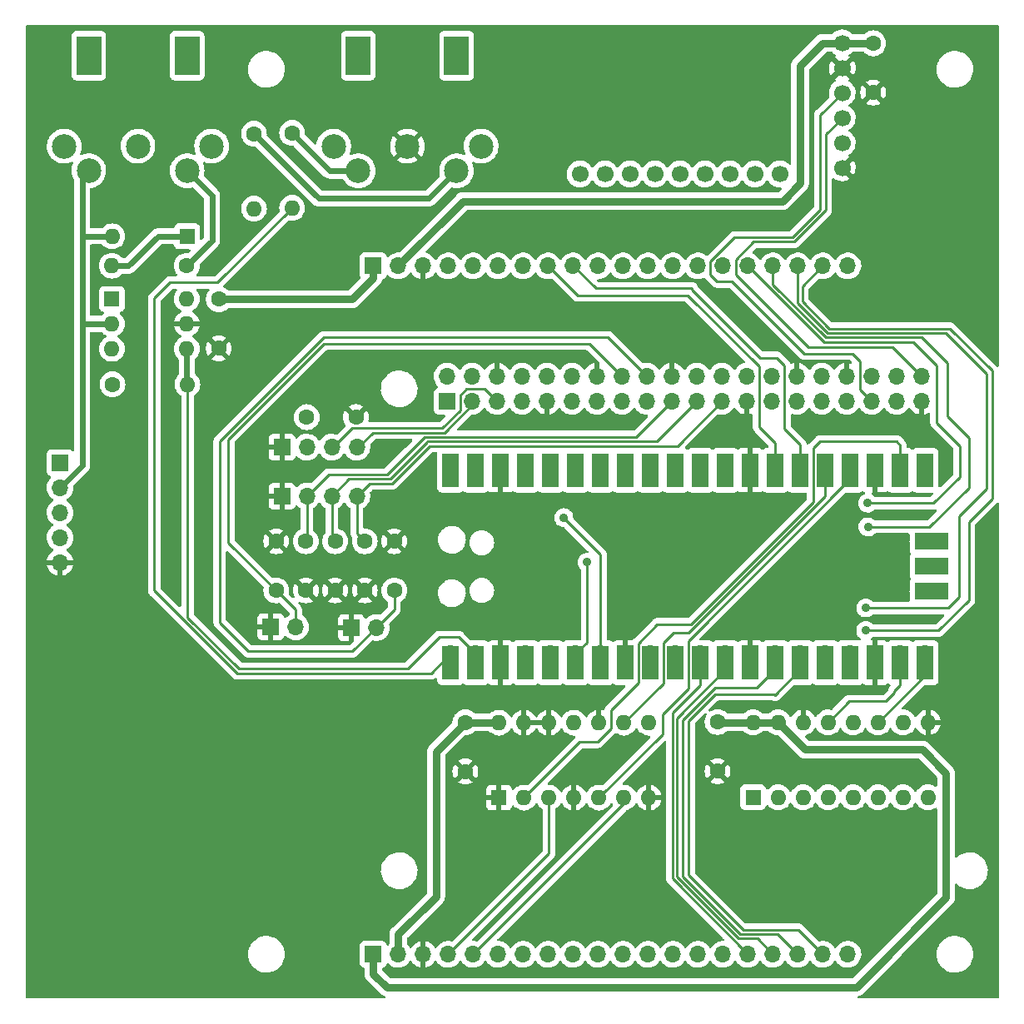
<source format=gtl>
G04 #@! TF.GenerationSoftware,KiCad,Pcbnew,(6.0.5)*
G04 #@! TF.CreationDate,2022-12-29T14:07:14+00:00*
G04 #@! TF.ProjectId,PicoTX816-RPiHat,5069636f-5458-4383-9136-2d5250694861,rev?*
G04 #@! TF.SameCoordinates,Original*
G04 #@! TF.FileFunction,Copper,L1,Top*
G04 #@! TF.FilePolarity,Positive*
%FSLAX46Y46*%
G04 Gerber Fmt 4.6, Leading zero omitted, Abs format (unit mm)*
G04 Created by KiCad (PCBNEW (6.0.5)) date 2022-12-29 14:07:14*
%MOMM*%
%LPD*%
G01*
G04 APERTURE LIST*
G04 #@! TA.AperFunction,ComponentPad*
%ADD10R,1.700000X1.700000*%
G04 #@! TD*
G04 #@! TA.AperFunction,ComponentPad*
%ADD11O,1.700000X1.700000*%
G04 #@! TD*
G04 #@! TA.AperFunction,ComponentPad*
%ADD12C,1.600000*%
G04 #@! TD*
G04 #@! TA.AperFunction,ComponentPad*
%ADD13R,1.600000X1.600000*%
G04 #@! TD*
G04 #@! TA.AperFunction,ComponentPad*
%ADD14O,1.600000X1.600000*%
G04 #@! TD*
G04 #@! TA.AperFunction,SMDPad,CuDef*
%ADD15R,1.700000X3.500000*%
G04 #@! TD*
G04 #@! TA.AperFunction,SMDPad,CuDef*
%ADD16R,3.500000X1.700000*%
G04 #@! TD*
G04 #@! TA.AperFunction,ComponentPad*
%ADD17C,1.700000*%
G04 #@! TD*
G04 #@! TA.AperFunction,WasherPad*
%ADD18R,2.500000X4.000000*%
G04 #@! TD*
G04 #@! TA.AperFunction,ComponentPad*
%ADD19C,2.499360*%
G04 #@! TD*
G04 #@! TA.AperFunction,ViaPad*
%ADD20C,0.900000*%
G04 #@! TD*
G04 #@! TA.AperFunction,Conductor*
%ADD21C,0.600000*%
G04 #@! TD*
G04 #@! TA.AperFunction,Conductor*
%ADD22C,0.800000*%
G04 #@! TD*
G04 #@! TA.AperFunction,Conductor*
%ADD23C,0.250000*%
G04 #@! TD*
G04 APERTURE END LIST*
D10*
X198625000Y-121775000D03*
D11*
X201165000Y-121775000D03*
D12*
X185150000Y-93390000D03*
X185150000Y-88390000D03*
D13*
X213645000Y-139070000D03*
D14*
X216185000Y-139070000D03*
X218725000Y-139070000D03*
X221265000Y-139070000D03*
X223805000Y-139070000D03*
X226345000Y-139070000D03*
X228885000Y-139070000D03*
X228885000Y-131450000D03*
X226345000Y-131450000D03*
X223805000Y-131450000D03*
X221265000Y-131450000D03*
X218725000Y-131450000D03*
X216185000Y-131450000D03*
X213645000Y-131450000D03*
D12*
X200000000Y-113000000D03*
X200000000Y-118000000D03*
X197000000Y-113000000D03*
X197000000Y-118000000D03*
X194100000Y-100375000D03*
X199100000Y-100375000D03*
X203000000Y-118000000D03*
X203000000Y-113000000D03*
D10*
X200870000Y-85000000D03*
D11*
X203410000Y-85000000D03*
X205950000Y-85000000D03*
X208490000Y-85000000D03*
X211030000Y-85000000D03*
X213570000Y-85000000D03*
X216110000Y-85000000D03*
X218650000Y-85000000D03*
X221190000Y-85000000D03*
X223730000Y-85000000D03*
X226270000Y-85000000D03*
X228810000Y-85000000D03*
X231350000Y-85000000D03*
X233890000Y-85000000D03*
X236430000Y-85000000D03*
X238970000Y-85000000D03*
X241510000Y-85000000D03*
X244050000Y-85000000D03*
X246590000Y-85000000D03*
X249130000Y-85000000D03*
D12*
X191000000Y-118000000D03*
X191000000Y-113000000D03*
D10*
X191575000Y-103435000D03*
D11*
X194115000Y-103435000D03*
X196655000Y-103435000D03*
X199195000Y-103435000D03*
D12*
X181900000Y-84980000D03*
D14*
X174280000Y-84980000D03*
D13*
X174280000Y-88350000D03*
D14*
X174280000Y-90890000D03*
X174280000Y-93430000D03*
X181900000Y-93430000D03*
X181900000Y-90890000D03*
X181900000Y-88350000D03*
D13*
X181930000Y-81990000D03*
D14*
X174310000Y-81990000D03*
D13*
X239495000Y-139040000D03*
D14*
X242035000Y-139040000D03*
X244575000Y-139040000D03*
X247115000Y-139040000D03*
X249655000Y-139040000D03*
X252195000Y-139040000D03*
X254735000Y-139040000D03*
X257275000Y-139040000D03*
X257275000Y-131420000D03*
X254735000Y-131420000D03*
X252195000Y-131420000D03*
X249655000Y-131420000D03*
X247115000Y-131420000D03*
X244575000Y-131420000D03*
X242035000Y-131420000D03*
X239495000Y-131420000D03*
D15*
X208730000Y-125360000D03*
D11*
X208730000Y-124460000D03*
X211270000Y-124460000D03*
D15*
X211270000Y-125360000D03*
D10*
X213810000Y-124460000D03*
D15*
X213810000Y-125360000D03*
D11*
X216350000Y-124460000D03*
D15*
X216350000Y-125360000D03*
D11*
X218890000Y-124460000D03*
D15*
X218890000Y-125360000D03*
D11*
X221430000Y-124460000D03*
D15*
X221430000Y-125360000D03*
D11*
X223970000Y-124460000D03*
D15*
X223970000Y-125360000D03*
X226510000Y-125360000D03*
D10*
X226510000Y-124460000D03*
D11*
X229050000Y-124460000D03*
D15*
X229050000Y-125360000D03*
D11*
X231590000Y-124460000D03*
D15*
X231590000Y-125360000D03*
D11*
X234130000Y-124460000D03*
D15*
X234130000Y-125360000D03*
X236670000Y-125360000D03*
D11*
X236670000Y-124460000D03*
D15*
X239210000Y-125360000D03*
D10*
X239210000Y-124460000D03*
D11*
X241750000Y-124460000D03*
D15*
X241750000Y-125360000D03*
D11*
X244290000Y-124460000D03*
D15*
X244290000Y-125360000D03*
D11*
X246830000Y-124460000D03*
D15*
X246830000Y-125360000D03*
D11*
X249370000Y-124460000D03*
D15*
X249370000Y-125360000D03*
X251910000Y-125360000D03*
D10*
X251910000Y-124460000D03*
D15*
X254450000Y-125360000D03*
D11*
X254450000Y-124460000D03*
X256990000Y-124460000D03*
D15*
X256990000Y-125360000D03*
X256990000Y-105780000D03*
D11*
X256990000Y-106680000D03*
X254450000Y-106680000D03*
D15*
X254450000Y-105780000D03*
D10*
X251910000Y-106680000D03*
D15*
X251910000Y-105780000D03*
D11*
X249370000Y-106680000D03*
D15*
X249370000Y-105780000D03*
X246830000Y-105780000D03*
D11*
X246830000Y-106680000D03*
X244290000Y-106680000D03*
D15*
X244290000Y-105780000D03*
X241750000Y-105780000D03*
D11*
X241750000Y-106680000D03*
D10*
X239210000Y-106680000D03*
D15*
X239210000Y-105780000D03*
D11*
X236670000Y-106680000D03*
D15*
X236670000Y-105780000D03*
D11*
X234130000Y-106680000D03*
D15*
X234130000Y-105780000D03*
X231590000Y-105780000D03*
D11*
X231590000Y-106680000D03*
D15*
X229050000Y-105780000D03*
D11*
X229050000Y-106680000D03*
D10*
X226510000Y-106680000D03*
D15*
X226510000Y-105780000D03*
D11*
X223970000Y-106680000D03*
D15*
X223970000Y-105780000D03*
X221430000Y-105780000D03*
D11*
X221430000Y-106680000D03*
D15*
X218890000Y-105780000D03*
D11*
X218890000Y-106680000D03*
X216350000Y-106680000D03*
D15*
X216350000Y-105780000D03*
X213810000Y-105780000D03*
D10*
X213810000Y-106680000D03*
D11*
X211270000Y-106680000D03*
D15*
X211270000Y-105780000D03*
D11*
X208730000Y-106680000D03*
D15*
X208730000Y-105780000D03*
D16*
X257660000Y-118110000D03*
D11*
X256760000Y-118110000D03*
D16*
X257660000Y-115570000D03*
D10*
X256760000Y-115570000D03*
D16*
X257660000Y-113030000D03*
D11*
X256760000Y-113030000D03*
D12*
X174340000Y-97040000D03*
D14*
X181960000Y-97040000D03*
D10*
X190435000Y-121700000D03*
D11*
X192975000Y-121700000D03*
D10*
X191575000Y-108425000D03*
D11*
X194115000Y-108425000D03*
X196655000Y-108425000D03*
X199195000Y-108425000D03*
D10*
X169000000Y-105000000D03*
D11*
X169000000Y-107540000D03*
X169000000Y-110080000D03*
X169000000Y-112620000D03*
X169000000Y-115160000D03*
D12*
X192610000Y-71480000D03*
D14*
X192610000Y-79100000D03*
D12*
X210230000Y-131410000D03*
X210230000Y-136410000D03*
D10*
X200870000Y-155000000D03*
D11*
X203410000Y-155000000D03*
X205950000Y-155000000D03*
X208490000Y-155000000D03*
X211030000Y-155000000D03*
X213570000Y-155000000D03*
X216110000Y-155000000D03*
X218650000Y-155000000D03*
X221190000Y-155000000D03*
X223730000Y-155000000D03*
X226270000Y-155000000D03*
X228810000Y-155000000D03*
X231350000Y-155000000D03*
X233890000Y-155000000D03*
X236430000Y-155000000D03*
X238970000Y-155000000D03*
X241510000Y-155000000D03*
X244050000Y-155000000D03*
X246590000Y-155000000D03*
X249130000Y-155000000D03*
D12*
X251710000Y-67360000D03*
X251710000Y-62360000D03*
X235880000Y-136380000D03*
X235880000Y-131380000D03*
D17*
X248555000Y-75020000D03*
X248555000Y-72480000D03*
X248555000Y-69940000D03*
X248555000Y-67400000D03*
X248555000Y-64860000D03*
X248555000Y-62320000D03*
X221885000Y-75655000D03*
X224425000Y-75655000D03*
X226965000Y-75655000D03*
X229505000Y-75655000D03*
X232045000Y-75655000D03*
X234585000Y-75655000D03*
X237125000Y-75655000D03*
X239665000Y-75655000D03*
X242205000Y-75655000D03*
D12*
X188730000Y-71550000D03*
D14*
X188730000Y-79170000D03*
D12*
X194000000Y-113000000D03*
X194000000Y-118000000D03*
D10*
X208370000Y-98770000D03*
D11*
X208370000Y-96230000D03*
X210910000Y-98770000D03*
X210910000Y-96230000D03*
X213450000Y-98770000D03*
X213450000Y-96230000D03*
X215990000Y-98770000D03*
X215990000Y-96230000D03*
X218530000Y-98770000D03*
X218530000Y-96230000D03*
X221070000Y-98770000D03*
X221070000Y-96230000D03*
X223610000Y-98770000D03*
X223610000Y-96230000D03*
X226150000Y-98770000D03*
X226150000Y-96230000D03*
X228690000Y-98770000D03*
X228690000Y-96230000D03*
X231230000Y-98770000D03*
X231230000Y-96230000D03*
X233770000Y-98770000D03*
X233770000Y-96230000D03*
X236310000Y-98770000D03*
X236310000Y-96230000D03*
X238850000Y-98770000D03*
X238850000Y-96230000D03*
X241390000Y-98770000D03*
X241390000Y-96230000D03*
X243930000Y-98770000D03*
X243930000Y-96230000D03*
X246470000Y-98770000D03*
X246470000Y-96230000D03*
X249010000Y-98770000D03*
X249010000Y-96230000D03*
X251550000Y-98770000D03*
X251550000Y-96230000D03*
X254090000Y-98770000D03*
X254090000Y-96230000D03*
X256630000Y-98770000D03*
X256630000Y-96230000D03*
D18*
X199338740Y-63622300D03*
X209341260Y-63622300D03*
D19*
X211838080Y-72817200D03*
X204340000Y-72819740D03*
X196841920Y-72817200D03*
X209336180Y-75319100D03*
X199343820Y-75319100D03*
D18*
X181931260Y-63622300D03*
X171928740Y-63622300D03*
D19*
X184428080Y-72817200D03*
X176930000Y-72819740D03*
X169431920Y-72817200D03*
X181926180Y-75319100D03*
X171933820Y-75319100D03*
D20*
X220230000Y-110600000D03*
X222600000Y-115150000D03*
X251150000Y-109125000D03*
X251175000Y-111550000D03*
X250950000Y-119775000D03*
X250950000Y-122075000D03*
D21*
X171250000Y-90900000D02*
X171260000Y-90890000D01*
X171250000Y-90900000D02*
X171250000Y-105290000D01*
X171260000Y-90890000D02*
X174280000Y-90890000D01*
X171250000Y-82040000D02*
X171250000Y-90900000D01*
X171250000Y-105290000D02*
X169000000Y-107540000D01*
X174310000Y-81990000D02*
X171300000Y-81990000D01*
X171300000Y-81990000D02*
X171250000Y-82040000D01*
D22*
X259105000Y-136595000D02*
X259105000Y-149245000D01*
X249990000Y-158360000D02*
X202250000Y-158360000D01*
X202250000Y-158360000D02*
X200870000Y-156980000D01*
X244795000Y-134180000D02*
X256690000Y-134180000D01*
X198735000Y-88390000D02*
X200870000Y-86255000D01*
X242035000Y-131420000D02*
X239495000Y-131420000D01*
X200870000Y-86255000D02*
X200870000Y-85000000D01*
X200870000Y-156980000D02*
X200870000Y-155000000D01*
X239495000Y-131420000D02*
X235920000Y-131420000D01*
X242035000Y-131420000D02*
X244795000Y-134180000D01*
X256690000Y-134180000D02*
X259105000Y-136595000D01*
X194115000Y-88390000D02*
X198735000Y-88390000D01*
X194115000Y-88390000D02*
X185150000Y-88390000D01*
X259105000Y-149245000D02*
X249990000Y-158360000D01*
X244260000Y-76610000D02*
X244260000Y-64620000D01*
X210230000Y-131410000D02*
X207255000Y-134385000D01*
X244260000Y-64620000D02*
X246560000Y-62320000D01*
X203410000Y-152950000D02*
X203410000Y-155000000D01*
X203410000Y-85000000D02*
X210005000Y-78405000D01*
X251670000Y-62320000D02*
X251710000Y-62360000D01*
X242465000Y-78405000D02*
X244260000Y-76610000D01*
X248555000Y-62320000D02*
X251670000Y-62320000D01*
X210230000Y-131410000D02*
X213605000Y-131410000D01*
X210005000Y-78405000D02*
X242465000Y-78405000D01*
X207255000Y-134385000D02*
X207255000Y-149105000D01*
X207255000Y-149105000D02*
X203410000Y-152950000D01*
X246560000Y-62320000D02*
X248555000Y-62320000D01*
X239210000Y-124460000D02*
X239610000Y-124460000D01*
D23*
X210910000Y-99125718D02*
X210910000Y-98770000D01*
X208086687Y-101949031D02*
X210910000Y-99125718D01*
X199175000Y-103600000D02*
X200825969Y-101949031D01*
X200825969Y-101949031D02*
X208086687Y-101949031D01*
X210350000Y-97500000D02*
X212180000Y-97500000D01*
X207900489Y-101499511D02*
X209700000Y-99700000D01*
X196635000Y-103600000D02*
X198735489Y-101499511D01*
X209700000Y-98150000D02*
X210350000Y-97500000D01*
X205100489Y-101499511D02*
X207900489Y-101499511D01*
X198735489Y-101499511D02*
X205100489Y-101499511D01*
X212180000Y-97500000D02*
X213450000Y-98770000D01*
X209700000Y-99700000D02*
X209700000Y-98150000D01*
X223970000Y-114340000D02*
X220230000Y-110600000D01*
X223970000Y-124460000D02*
X223970000Y-114340000D01*
X222600000Y-123290000D02*
X222600000Y-115150000D01*
X221430000Y-124460000D02*
X222600000Y-123290000D01*
X186125000Y-113125000D02*
X191000000Y-118000000D01*
X192975000Y-121700000D02*
X192975000Y-119975000D01*
X222845000Y-92925000D02*
X195820718Y-92925000D01*
X192975000Y-119975000D02*
X191000000Y-118000000D01*
X226150000Y-96230000D02*
X222845000Y-92925000D01*
X195820718Y-92925000D02*
X186125000Y-102620718D01*
X186125000Y-102620718D02*
X186125000Y-113125000D01*
X201165000Y-121775000D02*
X203000000Y-119940000D01*
X198750000Y-124190000D02*
X188170000Y-124190000D01*
X203000000Y-119940000D02*
X203000000Y-118000000D01*
X201165000Y-121775000D02*
X198750000Y-124190000D01*
X188170000Y-124190000D02*
X185250000Y-121270000D01*
X185250000Y-121270000D02*
X185250000Y-102860000D01*
X224710000Y-92250000D02*
X228690000Y-96230000D01*
X195860000Y-92250000D02*
X224710000Y-92250000D01*
X185250000Y-102860000D02*
X195860000Y-92250000D01*
X194115000Y-112885000D02*
X194000000Y-113000000D01*
X194115000Y-108425000D02*
X194115000Y-112885000D01*
X227601449Y-102398551D02*
X231230000Y-98770000D01*
X202284944Y-106225480D02*
X206111874Y-102398551D01*
X206111874Y-102398551D02*
X227601449Y-102398551D01*
X194115000Y-108425000D02*
X196314520Y-106225480D01*
X196314520Y-106225480D02*
X202284944Y-106225480D01*
X202575000Y-106675000D02*
X198405000Y-106675000D01*
X229691929Y-102848071D02*
X206298071Y-102848071D01*
X233770000Y-98770000D02*
X229691929Y-102848071D01*
X206298071Y-102951929D02*
X202575000Y-106675000D01*
X206298071Y-102848071D02*
X206298071Y-102951929D01*
X196655000Y-112655000D02*
X197000000Y-113000000D01*
X196655000Y-108425000D02*
X196655000Y-112655000D01*
X198405000Y-106675000D02*
X196655000Y-108425000D01*
X199195000Y-108425000D02*
X200495000Y-107125000D01*
X199195000Y-112195000D02*
X200000000Y-113000000D01*
X202775000Y-107125000D02*
X206602409Y-103297591D01*
X231782409Y-103297591D02*
X236310000Y-98770000D01*
X200495000Y-107125000D02*
X202775000Y-107125000D01*
X206602409Y-103297591D02*
X231782409Y-103297591D01*
X199195000Y-108425000D02*
X199195000Y-112195000D01*
X235840000Y-86580000D02*
X237360000Y-86580000D01*
X246320000Y-69635000D02*
X246320000Y-79269282D01*
X235160000Y-85900000D02*
X235840000Y-86580000D01*
X243489282Y-82100000D02*
X237610000Y-82100000D01*
X250370000Y-94670000D02*
X250370000Y-97590000D01*
X244680000Y-93900000D02*
X249600000Y-93900000D01*
X246320000Y-79269282D02*
X243489282Y-82100000D01*
X237360000Y-86580000D02*
X244680000Y-93900000D01*
X250370000Y-97590000D02*
X251550000Y-98770000D01*
X249600000Y-93900000D02*
X250370000Y-94670000D01*
X248555000Y-67400000D02*
X246320000Y-69635000D01*
X237610000Y-82100000D02*
X235160000Y-84550000D01*
X235160000Y-84550000D02*
X235160000Y-85900000D01*
X243675000Y-82550000D02*
X239550000Y-82550000D01*
X246890000Y-71605000D02*
X246890000Y-79335000D01*
X246890000Y-79335000D02*
X243675000Y-82550000D01*
X237760000Y-85890000D02*
X245128005Y-93258005D01*
X248555000Y-69940000D02*
X246890000Y-71605000D01*
X239550000Y-82550000D02*
X237760000Y-84340000D01*
X245128005Y-93258005D02*
X253658005Y-93258005D01*
X253658005Y-93258005D02*
X256630000Y-96230000D01*
X237760000Y-84340000D02*
X237760000Y-85890000D01*
D21*
X178970000Y-81990000D02*
X181930000Y-81990000D01*
X174280000Y-84980000D02*
X175980000Y-84980000D01*
X175980000Y-84980000D02*
X178970000Y-81990000D01*
X171250000Y-76002920D02*
X171933820Y-75319100D01*
X171250000Y-82040000D02*
X171250000Y-76002920D01*
X184460000Y-77852920D02*
X184460000Y-82420000D01*
X181926180Y-75319100D02*
X184460000Y-77852920D01*
X184460000Y-82420000D02*
X181900000Y-84980000D01*
X188730000Y-71550000D02*
X195320000Y-78140000D01*
X206515280Y-78140000D02*
X209336180Y-75319100D01*
X195320000Y-78140000D02*
X206515280Y-78140000D01*
X192610000Y-71480000D02*
X196449100Y-75319100D01*
X196449100Y-75319100D02*
X199343820Y-75319100D01*
D23*
X218725000Y-139070000D02*
X218725000Y-144765000D01*
X218725000Y-144765000D02*
X208490000Y-155000000D01*
X211030000Y-155000000D02*
X226345000Y-139685000D01*
X226345000Y-139685000D02*
X226345000Y-139070000D01*
X241700000Y-106630000D02*
X241700000Y-103000000D01*
X240100000Y-101400000D02*
X240100000Y-95230000D01*
X240100000Y-95230000D02*
X232870000Y-88000000D01*
X241750000Y-106680000D02*
X241700000Y-106630000D01*
X241700000Y-103000000D02*
X240100000Y-101400000D01*
X232870000Y-88000000D02*
X221650000Y-88000000D01*
X221650000Y-88000000D02*
X218650000Y-85000000D01*
X233272500Y-87292500D02*
X233272500Y-87382500D01*
X223482500Y-87292500D02*
X221190000Y-85000000D01*
X233272500Y-87292500D02*
X223482500Y-87292500D01*
X242675000Y-101550000D02*
X242675000Y-95125000D01*
X242675000Y-95125000D02*
X241885000Y-94335000D01*
X233272500Y-87382500D02*
X240225000Y-94335000D01*
X244290000Y-103165000D02*
X242675000Y-101550000D01*
X240225000Y-94335000D02*
X241885000Y-94335000D01*
X244290000Y-106680000D02*
X244290000Y-103165000D01*
X257819282Y-109125000D02*
X260500000Y-106444282D01*
X258150000Y-100970000D02*
X258150000Y-95100000D01*
X246690000Y-92720000D02*
X238970000Y-85000000D01*
X260500000Y-106444282D02*
X260500000Y-103320000D01*
X260500000Y-103320000D02*
X258150000Y-100970000D01*
X258150000Y-95100000D02*
X255770000Y-92720000D01*
X255770000Y-92720000D02*
X246690000Y-92720000D01*
X251150000Y-109125000D02*
X257819282Y-109125000D01*
X261440000Y-102480000D02*
X259365000Y-100405000D01*
X251175000Y-111550000D02*
X257425000Y-111550000D01*
X256645480Y-92270480D02*
X246876198Y-92270480D01*
X261440000Y-107535000D02*
X261440000Y-102480000D01*
X259240000Y-100280000D02*
X259365000Y-100405000D01*
X259365000Y-100405000D02*
X259270000Y-100310000D01*
X259270000Y-100310000D02*
X259270000Y-94895000D01*
X246876198Y-92270480D02*
X241510000Y-86904282D01*
X241510000Y-86904282D02*
X241510000Y-85000000D01*
X259270000Y-94895000D02*
X256645480Y-92270480D01*
X257425000Y-111550000D02*
X261440000Y-107535000D01*
X247062396Y-91820960D02*
X244050000Y-88808564D01*
X244050000Y-88808564D02*
X244050000Y-85000000D01*
X259045960Y-91820960D02*
X247062396Y-91820960D01*
X260410000Y-110415000D02*
X263200000Y-107625000D01*
X263200000Y-95975000D02*
X259045960Y-91820960D01*
X263200000Y-107625000D02*
X263200000Y-95975000D01*
X250950000Y-119775000D02*
X259300000Y-119775000D01*
X260410000Y-118665000D02*
X260410000Y-110415000D01*
X259300000Y-119775000D02*
X260410000Y-118665000D01*
X263810000Y-108690000D02*
X261425000Y-111075000D01*
X247248594Y-91371440D02*
X259521440Y-91371440D01*
X258355000Y-122075000D02*
X250950000Y-122075000D01*
X261440000Y-118990000D02*
X258355000Y-122075000D01*
X259521440Y-91371440D02*
X263810000Y-95660000D01*
X261425000Y-118975000D02*
X261440000Y-118990000D01*
X263810000Y-95660000D02*
X263810000Y-108690000D01*
X244500000Y-87090000D02*
X244500000Y-88622846D01*
X261425000Y-111075000D02*
X261425000Y-118975000D01*
X244500000Y-88622846D02*
X247248594Y-91371440D01*
X246590000Y-85000000D02*
X244500000Y-87090000D01*
X231280000Y-130955000D02*
X231280000Y-147310000D01*
X234130000Y-127600000D02*
X234130000Y-124460000D01*
X231280000Y-130955000D02*
X231280000Y-130450000D01*
X231280000Y-147310000D02*
X238970000Y-155000000D01*
X231280000Y-130450000D02*
X234130000Y-127600000D01*
X231729520Y-131009502D02*
X231729520Y-147123802D01*
X236670000Y-126069022D02*
X231729520Y-131009502D01*
X231729520Y-147123802D02*
X238013218Y-153407500D01*
X239917500Y-153407500D02*
X241510000Y-155000000D01*
X236670000Y-124460000D02*
X236670000Y-126069022D01*
X238013218Y-153407500D02*
X239917500Y-153407500D01*
X232340000Y-131220000D02*
X232340000Y-147098564D01*
X242007980Y-152957980D02*
X244050000Y-155000000D01*
X238199416Y-152957980D02*
X242007980Y-152957980D01*
X235625489Y-127934511D02*
X232340000Y-131220000D01*
X239884511Y-127934511D02*
X235625489Y-127934511D01*
X232340000Y-147098564D02*
X238199416Y-152957980D01*
X241750000Y-126069022D02*
X239884511Y-127934511D01*
X241750000Y-124460000D02*
X241750000Y-126069022D01*
X241741163Y-128617859D02*
X241663304Y-128540000D01*
X232950000Y-131245718D02*
X232950000Y-146975000D01*
X244290000Y-124460000D02*
X244290000Y-126069022D01*
X244098460Y-152508460D02*
X246590000Y-155000000D01*
X232950000Y-146975000D02*
X238483460Y-152508460D01*
X244290000Y-126069022D02*
X241741163Y-128617859D01*
X235655718Y-128540000D02*
X232950000Y-131245718D01*
X238483460Y-152508460D02*
X244098460Y-152508460D01*
X241663304Y-128540000D02*
X235655718Y-128540000D01*
X185035000Y-86675000D02*
X180200000Y-86675000D01*
X180200000Y-86675000D02*
X178600000Y-88275000D01*
X187005000Y-126430000D02*
X206760000Y-126430000D01*
X178600000Y-88275000D02*
X178600000Y-118025000D01*
X206760000Y-126430000D02*
X208730000Y-124460000D01*
X192610000Y-79100000D02*
X185035000Y-86675000D01*
X178600000Y-118025000D02*
X187005000Y-126430000D01*
X209560000Y-122750000D02*
X211270000Y-124460000D01*
X181960000Y-120749282D02*
X187191198Y-125980480D01*
X204349520Y-125980480D02*
X207580000Y-122750000D01*
X207580000Y-122750000D02*
X209560000Y-122750000D01*
X187191198Y-125980480D02*
X204349520Y-125980480D01*
X181960000Y-97040000D02*
X181960000Y-120749282D01*
D21*
X181900000Y-93430000D02*
X181900000Y-96980000D01*
D23*
X227800000Y-123375000D02*
X229725000Y-121450000D01*
X223675000Y-133400000D02*
X225025000Y-132050000D01*
X225025000Y-132050000D02*
X225025000Y-130175000D01*
X227800000Y-127400000D02*
X227800000Y-123375000D01*
X245600000Y-103550000D02*
X245600000Y-108989282D01*
X221855000Y-133400000D02*
X223675000Y-133400000D01*
X246310000Y-102840000D02*
X254060000Y-102840000D01*
X254450000Y-103230000D02*
X254450000Y-106680000D01*
X245600000Y-103550000D02*
X246310000Y-102840000D01*
X225025000Y-130175000D02*
X227800000Y-127400000D01*
X229725000Y-121450000D02*
X233139282Y-121450000D01*
X216185000Y-139070000D02*
X221855000Y-133400000D01*
X233139282Y-121450000D02*
X245600000Y-108989282D01*
X254060000Y-102840000D02*
X254450000Y-103230000D01*
X232880000Y-127940000D02*
X230260000Y-130560000D01*
X230260000Y-132615000D02*
X223805000Y-139070000D01*
X232880000Y-123170000D02*
X232880000Y-127940000D01*
X249370000Y-106680000D02*
X232880000Y-123170000D01*
X230260000Y-130560000D02*
X230260000Y-132615000D01*
X231375978Y-122325000D02*
X232900000Y-122325000D01*
X230350000Y-123350978D02*
X231375978Y-122325000D01*
X230350000Y-127445000D02*
X230350000Y-123350978D01*
X232900000Y-122325000D02*
X246830000Y-108395000D01*
X246830000Y-108395000D02*
X246830000Y-106680000D01*
X226345000Y-131450000D02*
X230350000Y-127445000D01*
X256990000Y-126625000D02*
X256990000Y-124460000D01*
X252195000Y-131420000D02*
X256990000Y-126625000D01*
X249267500Y-129267500D02*
X253012500Y-129267500D01*
X247115000Y-131420000D02*
X249267500Y-129267500D01*
X253012500Y-129267500D02*
X253840000Y-128440000D01*
X254450000Y-127640000D02*
X254450000Y-124460000D01*
X253840000Y-128440000D02*
X253840000Y-128250000D01*
X253840000Y-128250000D02*
X254450000Y-127640000D01*
G04 #@! TA.AperFunction,Conductor*
G36*
X264409532Y-109090538D02*
G01*
X264466368Y-109133085D01*
X264491179Y-109199605D01*
X264491500Y-109208594D01*
X264491500Y-159365500D01*
X264471498Y-159433621D01*
X264417842Y-159480114D01*
X264365500Y-159491500D01*
X250243101Y-159491500D01*
X250174980Y-159471498D01*
X250128487Y-159417842D01*
X250118383Y-159347568D01*
X250147877Y-159282988D01*
X250204163Y-159245667D01*
X250244997Y-159232400D01*
X250251299Y-159230533D01*
X250317370Y-159212829D01*
X250329908Y-159206440D01*
X250348174Y-159198875D01*
X250355272Y-159196569D01*
X250355274Y-159196568D01*
X250361556Y-159194527D01*
X250420785Y-159160331D01*
X250426579Y-159157185D01*
X250487530Y-159126129D01*
X250498467Y-159117273D01*
X250514763Y-159106073D01*
X250521224Y-159102343D01*
X250521228Y-159102340D01*
X250526944Y-159099040D01*
X250531850Y-159094623D01*
X250531855Y-159094619D01*
X250577769Y-159053278D01*
X250582784Y-159048994D01*
X250596177Y-159038148D01*
X250598741Y-159036072D01*
X250613256Y-159021557D01*
X250618041Y-159017016D01*
X250663957Y-158975673D01*
X250668866Y-158971253D01*
X250677140Y-158959865D01*
X250689981Y-158944832D01*
X254592536Y-155042277D01*
X258137009Y-155042277D01*
X258162625Y-155310769D01*
X258163710Y-155315203D01*
X258163711Y-155315209D01*
X258208160Y-155496857D01*
X258226731Y-155572750D01*
X258327985Y-155822733D01*
X258464265Y-156055482D01*
X258554162Y-156167892D01*
X258601217Y-156226731D01*
X258632716Y-156266119D01*
X258829809Y-156450234D01*
X259051416Y-156603968D01*
X259055499Y-156605999D01*
X259055502Y-156606001D01*
X259125033Y-156640592D01*
X259292894Y-156724101D01*
X259297228Y-156725522D01*
X259297231Y-156725523D01*
X259544853Y-156806698D01*
X259544859Y-156806699D01*
X259549186Y-156808118D01*
X259553677Y-156808898D01*
X259553678Y-156808898D01*
X259811140Y-156853601D01*
X259811148Y-156853602D01*
X259814921Y-156854257D01*
X259818758Y-156854448D01*
X259898578Y-156858422D01*
X259898586Y-156858422D01*
X259900149Y-156858500D01*
X260068512Y-156858500D01*
X260070780Y-156858335D01*
X260070792Y-156858335D01*
X260201884Y-156848823D01*
X260269004Y-156843953D01*
X260273459Y-156842969D01*
X260273462Y-156842969D01*
X260527912Y-156786791D01*
X260527916Y-156786790D01*
X260532372Y-156785806D01*
X260658480Y-156738028D01*
X260780318Y-156691868D01*
X260780321Y-156691867D01*
X260784588Y-156690250D01*
X261020368Y-156559286D01*
X261234773Y-156395657D01*
X261423312Y-156202792D01*
X261582034Y-155984730D01*
X261637507Y-155879292D01*
X261705490Y-155750079D01*
X261705493Y-155750073D01*
X261707615Y-155746039D01*
X261721404Y-155706994D01*
X261795902Y-155496033D01*
X261795902Y-155496032D01*
X261797425Y-155491720D01*
X261837564Y-155288069D01*
X261848700Y-155231572D01*
X261848701Y-155231566D01*
X261849581Y-155227100D01*
X261851442Y-155189715D01*
X261862764Y-154962292D01*
X261862764Y-154962286D01*
X261862991Y-154957723D01*
X261837375Y-154689231D01*
X261805925Y-154560702D01*
X261774355Y-154431688D01*
X261773269Y-154427250D01*
X261672015Y-154177267D01*
X261559071Y-153984373D01*
X261538045Y-153948463D01*
X261538044Y-153948462D01*
X261535735Y-153944518D01*
X261417928Y-153797208D01*
X261370136Y-153737447D01*
X261370135Y-153737445D01*
X261367284Y-153733881D01*
X261170191Y-153549766D01*
X260948584Y-153396032D01*
X260944501Y-153394001D01*
X260944498Y-153393999D01*
X260776420Y-153310382D01*
X260707106Y-153275899D01*
X260702772Y-153274478D01*
X260702769Y-153274477D01*
X260455147Y-153193302D01*
X260455141Y-153193301D01*
X260450814Y-153191882D01*
X260446322Y-153191102D01*
X260188860Y-153146399D01*
X260188852Y-153146398D01*
X260185079Y-153145743D01*
X260173817Y-153145182D01*
X260101422Y-153141578D01*
X260101414Y-153141578D01*
X260099851Y-153141500D01*
X259931488Y-153141500D01*
X259929220Y-153141665D01*
X259929208Y-153141665D01*
X259798116Y-153151177D01*
X259730996Y-153156047D01*
X259726541Y-153157031D01*
X259726538Y-153157031D01*
X259472088Y-153213209D01*
X259472084Y-153213210D01*
X259467628Y-153214194D01*
X259441936Y-153223928D01*
X259219682Y-153308132D01*
X259219679Y-153308133D01*
X259215412Y-153309750D01*
X258979632Y-153440714D01*
X258976000Y-153443486D01*
X258782082Y-153591480D01*
X258765227Y-153604343D01*
X258762034Y-153607609D01*
X258762032Y-153607611D01*
X258723134Y-153647402D01*
X258576688Y-153797208D01*
X258417966Y-154015270D01*
X258374193Y-154098469D01*
X258294510Y-154249921D01*
X258294507Y-154249927D01*
X258292385Y-154253961D01*
X258290865Y-154258266D01*
X258290863Y-154258270D01*
X258204098Y-154503967D01*
X258202575Y-154508280D01*
X258201692Y-154512762D01*
X258156003Y-154744570D01*
X258150419Y-154772900D01*
X258150192Y-154777453D01*
X258150192Y-154777456D01*
X258139114Y-155000000D01*
X258137009Y-155042277D01*
X254592536Y-155042277D01*
X259689832Y-149944981D01*
X259704865Y-149932140D01*
X259710913Y-149927746D01*
X259710914Y-149927745D01*
X259716253Y-149923866D01*
X259762016Y-149873041D01*
X259766557Y-149868256D01*
X259781072Y-149853741D01*
X259793994Y-149837784D01*
X259798278Y-149832769D01*
X259839619Y-149786855D01*
X259839623Y-149786850D01*
X259844040Y-149781944D01*
X259847340Y-149776228D01*
X259847343Y-149776224D01*
X259851073Y-149769763D01*
X259862273Y-149753466D01*
X259866975Y-149747660D01*
X259866976Y-149747658D01*
X259871129Y-149742530D01*
X259877213Y-149730591D01*
X259902188Y-149681574D01*
X259905336Y-149675777D01*
X259936224Y-149622277D01*
X259939527Y-149616556D01*
X259943875Y-149603174D01*
X259951438Y-149584915D01*
X259957830Y-149572370D01*
X259975537Y-149506288D01*
X259977409Y-149499969D01*
X259996501Y-149441210D01*
X259996501Y-149441209D01*
X259998542Y-149434928D01*
X260000014Y-149420925D01*
X260003615Y-149401496D01*
X260007257Y-149387903D01*
X260007603Y-149381304D01*
X260010836Y-149319616D01*
X260011353Y-149313042D01*
X260013156Y-149295884D01*
X260013156Y-149295882D01*
X260013500Y-149292610D01*
X260013500Y-149272074D01*
X260013673Y-149265480D01*
X260016907Y-149203782D01*
X260016907Y-149203777D01*
X260017252Y-149197190D01*
X260015051Y-149183293D01*
X260013500Y-149163583D01*
X260013500Y-147944880D01*
X260033502Y-147876759D01*
X260087158Y-147830266D01*
X260157432Y-147820162D01*
X260225512Y-147852805D01*
X260271385Y-147895657D01*
X260329809Y-147950234D01*
X260551416Y-148103968D01*
X260555499Y-148105999D01*
X260555502Y-148106001D01*
X260671013Y-148163466D01*
X260792894Y-148224101D01*
X260797228Y-148225522D01*
X260797231Y-148225523D01*
X261044853Y-148306698D01*
X261044859Y-148306699D01*
X261049186Y-148308118D01*
X261053677Y-148308898D01*
X261053678Y-148308898D01*
X261311140Y-148353601D01*
X261311148Y-148353602D01*
X261314921Y-148354257D01*
X261318758Y-148354448D01*
X261398578Y-148358422D01*
X261398586Y-148358422D01*
X261400149Y-148358500D01*
X261568512Y-148358500D01*
X261570780Y-148358335D01*
X261570792Y-148358335D01*
X261701884Y-148348823D01*
X261769004Y-148343953D01*
X261773459Y-148342969D01*
X261773462Y-148342969D01*
X262027912Y-148286791D01*
X262027916Y-148286790D01*
X262032372Y-148285806D01*
X262158480Y-148238028D01*
X262280318Y-148191868D01*
X262280321Y-148191867D01*
X262284588Y-148190250D01*
X262520368Y-148059286D01*
X262734773Y-147895657D01*
X262923312Y-147702792D01*
X263082034Y-147484730D01*
X263150924Y-147353791D01*
X263205490Y-147250079D01*
X263205493Y-147250073D01*
X263207615Y-147246039D01*
X263270378Y-147068312D01*
X263295902Y-146996033D01*
X263295902Y-146996032D01*
X263297425Y-146991720D01*
X263349581Y-146727100D01*
X263358782Y-146542277D01*
X263362764Y-146462292D01*
X263362764Y-146462286D01*
X263362991Y-146457723D01*
X263337375Y-146189231D01*
X263292042Y-146003967D01*
X263274355Y-145931688D01*
X263273269Y-145927250D01*
X263172015Y-145677267D01*
X263035735Y-145444518D01*
X262917928Y-145297208D01*
X262870136Y-145237447D01*
X262870135Y-145237445D01*
X262867284Y-145233881D01*
X262670191Y-145049766D01*
X262448584Y-144896032D01*
X262444501Y-144894001D01*
X262444498Y-144893999D01*
X262279606Y-144811967D01*
X262207106Y-144775899D01*
X262202772Y-144774478D01*
X262202769Y-144774477D01*
X261955147Y-144693302D01*
X261955141Y-144693301D01*
X261950814Y-144691882D01*
X261946322Y-144691102D01*
X261688860Y-144646399D01*
X261688852Y-144646398D01*
X261685079Y-144645743D01*
X261673817Y-144645182D01*
X261601422Y-144641578D01*
X261601414Y-144641578D01*
X261599851Y-144641500D01*
X261431488Y-144641500D01*
X261429220Y-144641665D01*
X261429208Y-144641665D01*
X261298116Y-144651177D01*
X261230996Y-144656047D01*
X261226541Y-144657031D01*
X261226538Y-144657031D01*
X260972088Y-144713209D01*
X260972084Y-144713210D01*
X260967628Y-144714194D01*
X260912382Y-144735125D01*
X260719682Y-144808132D01*
X260719679Y-144808133D01*
X260715412Y-144809750D01*
X260479632Y-144940714D01*
X260427581Y-144980438D01*
X260275765Y-145096301D01*
X260265227Y-145104343D01*
X260229599Y-145140789D01*
X260167677Y-145175517D01*
X260096809Y-145171255D01*
X260039494Y-145129356D01*
X260013931Y-145063121D01*
X260013500Y-145052708D01*
X260013500Y-136676417D01*
X260015051Y-136656707D01*
X260016220Y-136649327D01*
X260016220Y-136649326D01*
X260017252Y-136642810D01*
X260015141Y-136602519D01*
X260013673Y-136574520D01*
X260013500Y-136567926D01*
X260013500Y-136547390D01*
X260013156Y-136544116D01*
X260011353Y-136526958D01*
X260010836Y-136520384D01*
X260007603Y-136458696D01*
X260007603Y-136458694D01*
X260007257Y-136452097D01*
X260003615Y-136438504D01*
X260000014Y-136419075D01*
X259998542Y-136405072D01*
X259977407Y-136340025D01*
X259975535Y-136333706D01*
X259959538Y-136274003D01*
X259959537Y-136274000D01*
X259957830Y-136267630D01*
X259951438Y-136255085D01*
X259943874Y-136236823D01*
X259941568Y-136229726D01*
X259939527Y-136223444D01*
X259918764Y-136187481D01*
X259905336Y-136164223D01*
X259902188Y-136158426D01*
X259874126Y-136103351D01*
X259874124Y-136103348D01*
X259871129Y-136097470D01*
X259862273Y-136086533D01*
X259851073Y-136070237D01*
X259847343Y-136063776D01*
X259847340Y-136063772D01*
X259844040Y-136058056D01*
X259839623Y-136053150D01*
X259839619Y-136053145D01*
X259798278Y-136007231D01*
X259793994Y-136002216D01*
X259783148Y-135988823D01*
X259781072Y-135986259D01*
X259766557Y-135971744D01*
X259762016Y-135966959D01*
X259720673Y-135921043D01*
X259716253Y-135916134D01*
X259704865Y-135907860D01*
X259689832Y-135895019D01*
X257389981Y-133595168D01*
X257377140Y-133580135D01*
X257372746Y-133574087D01*
X257372745Y-133574086D01*
X257368866Y-133568747D01*
X257318041Y-133522984D01*
X257313256Y-133518443D01*
X257298741Y-133503928D01*
X257291282Y-133497888D01*
X257282784Y-133491006D01*
X257277769Y-133486722D01*
X257231855Y-133445381D01*
X257231850Y-133445377D01*
X257226944Y-133440960D01*
X257221228Y-133437660D01*
X257221224Y-133437657D01*
X257214763Y-133433927D01*
X257198466Y-133422727D01*
X257192660Y-133418025D01*
X257192658Y-133418024D01*
X257187530Y-133413871D01*
X257126577Y-133382814D01*
X257120782Y-133379667D01*
X257067279Y-133348777D01*
X257067278Y-133348776D01*
X257061556Y-133345473D01*
X257055274Y-133343432D01*
X257055272Y-133343431D01*
X257048174Y-133341125D01*
X257029907Y-133333559D01*
X257017370Y-133327171D01*
X256951299Y-133309467D01*
X256944997Y-133307600D01*
X256879928Y-133286458D01*
X256873363Y-133285768D01*
X256873354Y-133285766D01*
X256865925Y-133284985D01*
X256846491Y-133281383D01*
X256839286Y-133279453D01*
X256839284Y-133279453D01*
X256832903Y-133277743D01*
X256826312Y-133277398D01*
X256826308Y-133277397D01*
X256764616Y-133274164D01*
X256758042Y-133273647D01*
X256740884Y-133271844D01*
X256740882Y-133271844D01*
X256737610Y-133271500D01*
X256717074Y-133271500D01*
X256710480Y-133271327D01*
X256648782Y-133268093D01*
X256648777Y-133268093D01*
X256642190Y-133267748D01*
X256628292Y-133269949D01*
X256608583Y-133271500D01*
X245223503Y-133271500D01*
X245155382Y-133251498D01*
X245134408Y-133234595D01*
X244807361Y-132907548D01*
X244773335Y-132845236D01*
X244778400Y-132774421D01*
X244820947Y-132717585D01*
X244863844Y-132696746D01*
X245018764Y-132655235D01*
X245029053Y-132651490D01*
X245226511Y-132559414D01*
X245236007Y-132553931D01*
X245414467Y-132428972D01*
X245422875Y-132421916D01*
X245576916Y-132267875D01*
X245583972Y-132259467D01*
X245708931Y-132081007D01*
X245714414Y-132071511D01*
X245730529Y-132036951D01*
X245777446Y-131983666D01*
X245845723Y-131964205D01*
X245913683Y-131984747D01*
X245958919Y-132036951D01*
X245975151Y-132071762D01*
X245975154Y-132071767D01*
X245977477Y-132076749D01*
X246001465Y-132111007D01*
X246080794Y-132224300D01*
X246108802Y-132264300D01*
X246270700Y-132426198D01*
X246275208Y-132429355D01*
X246275211Y-132429357D01*
X246332927Y-132469770D01*
X246458251Y-132557523D01*
X246463233Y-132559846D01*
X246463238Y-132559849D01*
X246647363Y-132645707D01*
X246665757Y-132654284D01*
X246671065Y-132655706D01*
X246671067Y-132655707D01*
X246881598Y-132712119D01*
X246881600Y-132712119D01*
X246886913Y-132713543D01*
X247115000Y-132733498D01*
X247343087Y-132713543D01*
X247348400Y-132712119D01*
X247348402Y-132712119D01*
X247558933Y-132655707D01*
X247558935Y-132655706D01*
X247564243Y-132654284D01*
X247582637Y-132645707D01*
X247766762Y-132559849D01*
X247766767Y-132559846D01*
X247771749Y-132557523D01*
X247897073Y-132469770D01*
X247954789Y-132429357D01*
X247954792Y-132429355D01*
X247959300Y-132426198D01*
X248121198Y-132264300D01*
X248149207Y-132224300D01*
X248228535Y-132111007D01*
X248252523Y-132076749D01*
X248254846Y-132071767D01*
X248254849Y-132071762D01*
X248270805Y-132037543D01*
X248317722Y-131984258D01*
X248385999Y-131964797D01*
X248453959Y-131985339D01*
X248499195Y-132037543D01*
X248515151Y-132071762D01*
X248515154Y-132071767D01*
X248517477Y-132076749D01*
X248541465Y-132111007D01*
X248620794Y-132224300D01*
X248648802Y-132264300D01*
X248810700Y-132426198D01*
X248815208Y-132429355D01*
X248815211Y-132429357D01*
X248872927Y-132469770D01*
X248998251Y-132557523D01*
X249003233Y-132559846D01*
X249003238Y-132559849D01*
X249187363Y-132645707D01*
X249205757Y-132654284D01*
X249211065Y-132655706D01*
X249211067Y-132655707D01*
X249421598Y-132712119D01*
X249421600Y-132712119D01*
X249426913Y-132713543D01*
X249655000Y-132733498D01*
X249883087Y-132713543D01*
X249888400Y-132712119D01*
X249888402Y-132712119D01*
X250098933Y-132655707D01*
X250098935Y-132655706D01*
X250104243Y-132654284D01*
X250122637Y-132645707D01*
X250306762Y-132559849D01*
X250306767Y-132559846D01*
X250311749Y-132557523D01*
X250437073Y-132469770D01*
X250494789Y-132429357D01*
X250494792Y-132429355D01*
X250499300Y-132426198D01*
X250661198Y-132264300D01*
X250689207Y-132224300D01*
X250768535Y-132111007D01*
X250792523Y-132076749D01*
X250794846Y-132071767D01*
X250794849Y-132071762D01*
X250810805Y-132037543D01*
X250857722Y-131984258D01*
X250925999Y-131964797D01*
X250993959Y-131985339D01*
X251039195Y-132037543D01*
X251055151Y-132071762D01*
X251055154Y-132071767D01*
X251057477Y-132076749D01*
X251081465Y-132111007D01*
X251160794Y-132224300D01*
X251188802Y-132264300D01*
X251350700Y-132426198D01*
X251355208Y-132429355D01*
X251355211Y-132429357D01*
X251412927Y-132469770D01*
X251538251Y-132557523D01*
X251543233Y-132559846D01*
X251543238Y-132559849D01*
X251727363Y-132645707D01*
X251745757Y-132654284D01*
X251751065Y-132655706D01*
X251751067Y-132655707D01*
X251961598Y-132712119D01*
X251961600Y-132712119D01*
X251966913Y-132713543D01*
X252195000Y-132733498D01*
X252423087Y-132713543D01*
X252428400Y-132712119D01*
X252428402Y-132712119D01*
X252638933Y-132655707D01*
X252638935Y-132655706D01*
X252644243Y-132654284D01*
X252662637Y-132645707D01*
X252846762Y-132559849D01*
X252846767Y-132559846D01*
X252851749Y-132557523D01*
X252977073Y-132469770D01*
X253034789Y-132429357D01*
X253034792Y-132429355D01*
X253039300Y-132426198D01*
X253201198Y-132264300D01*
X253229207Y-132224300D01*
X253308535Y-132111007D01*
X253332523Y-132076749D01*
X253334846Y-132071767D01*
X253334849Y-132071762D01*
X253350805Y-132037543D01*
X253397722Y-131984258D01*
X253465999Y-131964797D01*
X253533959Y-131985339D01*
X253579195Y-132037543D01*
X253595151Y-132071762D01*
X253595154Y-132071767D01*
X253597477Y-132076749D01*
X253621465Y-132111007D01*
X253700794Y-132224300D01*
X253728802Y-132264300D01*
X253890700Y-132426198D01*
X253895208Y-132429355D01*
X253895211Y-132429357D01*
X253952927Y-132469770D01*
X254078251Y-132557523D01*
X254083233Y-132559846D01*
X254083238Y-132559849D01*
X254267363Y-132645707D01*
X254285757Y-132654284D01*
X254291065Y-132655706D01*
X254291067Y-132655707D01*
X254501598Y-132712119D01*
X254501600Y-132712119D01*
X254506913Y-132713543D01*
X254735000Y-132733498D01*
X254963087Y-132713543D01*
X254968400Y-132712119D01*
X254968402Y-132712119D01*
X255178933Y-132655707D01*
X255178935Y-132655706D01*
X255184243Y-132654284D01*
X255202637Y-132645707D01*
X255386762Y-132559849D01*
X255386767Y-132559846D01*
X255391749Y-132557523D01*
X255517073Y-132469770D01*
X255574789Y-132429357D01*
X255574792Y-132429355D01*
X255579300Y-132426198D01*
X255741198Y-132264300D01*
X255769207Y-132224300D01*
X255848535Y-132111007D01*
X255872523Y-132076749D01*
X255874846Y-132071767D01*
X255874849Y-132071762D01*
X255891081Y-132036951D01*
X255937998Y-131983666D01*
X256006275Y-131964205D01*
X256074235Y-131984747D01*
X256119471Y-132036951D01*
X256135586Y-132071511D01*
X256141069Y-132081007D01*
X256266028Y-132259467D01*
X256273084Y-132267875D01*
X256427125Y-132421916D01*
X256435533Y-132428972D01*
X256613993Y-132553931D01*
X256623489Y-132559414D01*
X256820947Y-132651490D01*
X256831239Y-132655236D01*
X257003503Y-132701394D01*
X257017599Y-132701058D01*
X257021000Y-132693116D01*
X257021000Y-132687967D01*
X257529000Y-132687967D01*
X257532973Y-132701498D01*
X257541522Y-132702727D01*
X257718761Y-132655236D01*
X257729053Y-132651490D01*
X257926511Y-132559414D01*
X257936007Y-132553931D01*
X258114467Y-132428972D01*
X258122875Y-132421916D01*
X258276916Y-132267875D01*
X258283972Y-132259467D01*
X258408931Y-132081007D01*
X258414414Y-132071511D01*
X258506490Y-131874053D01*
X258510236Y-131863761D01*
X258556394Y-131691497D01*
X258556058Y-131677401D01*
X258548116Y-131674000D01*
X257547115Y-131674000D01*
X257531876Y-131678475D01*
X257530671Y-131679865D01*
X257529000Y-131687548D01*
X257529000Y-132687967D01*
X257021000Y-132687967D01*
X257021000Y-131147885D01*
X257529000Y-131147885D01*
X257533475Y-131163124D01*
X257534865Y-131164329D01*
X257542548Y-131166000D01*
X258542967Y-131166000D01*
X258556498Y-131162027D01*
X258557727Y-131153478D01*
X258510236Y-130976239D01*
X258506490Y-130965947D01*
X258414414Y-130768489D01*
X258408931Y-130758993D01*
X258283972Y-130580533D01*
X258276916Y-130572125D01*
X258122875Y-130418084D01*
X258114467Y-130411028D01*
X257936007Y-130286069D01*
X257926511Y-130280586D01*
X257729053Y-130188510D01*
X257718761Y-130184764D01*
X257546497Y-130138606D01*
X257532401Y-130138942D01*
X257529000Y-130146884D01*
X257529000Y-131147885D01*
X257021000Y-131147885D01*
X257021000Y-130152033D01*
X257017027Y-130138502D01*
X257008478Y-130137273D01*
X256831239Y-130184764D01*
X256820947Y-130188510D01*
X256623489Y-130280586D01*
X256613993Y-130286069D01*
X256435533Y-130411028D01*
X256427125Y-130418084D01*
X256273084Y-130572125D01*
X256266028Y-130580533D01*
X256141069Y-130758993D01*
X256135586Y-130768489D01*
X256119471Y-130803049D01*
X256072554Y-130856334D01*
X256004277Y-130875795D01*
X255936317Y-130855253D01*
X255891081Y-130803049D01*
X255874849Y-130768238D01*
X255874846Y-130768233D01*
X255872523Y-130763251D01*
X255788471Y-130643212D01*
X255744357Y-130580211D01*
X255744355Y-130580208D01*
X255741198Y-130575700D01*
X255579300Y-130413802D01*
X255574792Y-130410645D01*
X255574789Y-130410643D01*
X255452392Y-130324940D01*
X255391749Y-130282477D01*
X255386767Y-130280154D01*
X255386762Y-130280151D01*
X255189225Y-130188039D01*
X255189224Y-130188039D01*
X255184243Y-130185716D01*
X255178935Y-130184294D01*
X255178933Y-130184293D01*
X254968402Y-130127881D01*
X254968400Y-130127881D01*
X254963087Y-130126457D01*
X254735000Y-130106502D01*
X254729525Y-130106981D01*
X254729514Y-130106981D01*
X254717570Y-130108026D01*
X254647965Y-130094038D01*
X254596973Y-130044639D01*
X254580782Y-129975513D01*
X254604534Y-129908607D01*
X254617493Y-129893411D01*
X255666021Y-128844884D01*
X256855500Y-127655405D01*
X256917812Y-127621379D01*
X256944595Y-127618500D01*
X257888134Y-127618500D01*
X257950316Y-127611745D01*
X258086705Y-127560615D01*
X258203261Y-127473261D01*
X258290615Y-127356705D01*
X258341745Y-127220316D01*
X258348500Y-127158134D01*
X258348500Y-124557856D01*
X258349578Y-124541409D01*
X258351092Y-124529908D01*
X258351529Y-124526590D01*
X258353156Y-124460000D01*
X258348924Y-124408524D01*
X258348500Y-124398200D01*
X258348500Y-123561866D01*
X258341745Y-123499684D01*
X258290615Y-123363295D01*
X258203261Y-123246739D01*
X258086705Y-123159385D01*
X257950316Y-123108255D01*
X257888134Y-123101500D01*
X257004985Y-123101500D01*
X257003446Y-123101491D01*
X256900081Y-123100228D01*
X256900079Y-123100228D01*
X256894911Y-123100165D01*
X256889797Y-123100948D01*
X256886289Y-123101193D01*
X256877496Y-123101500D01*
X256091866Y-123101500D01*
X256029684Y-123108255D01*
X255893295Y-123159385D01*
X255864420Y-123181026D01*
X255795565Y-123232630D01*
X255729059Y-123257478D01*
X255659676Y-123242425D01*
X255644435Y-123232630D01*
X255575580Y-123181026D01*
X255546705Y-123159385D01*
X255410316Y-123108255D01*
X255348134Y-123101500D01*
X254464985Y-123101500D01*
X254463446Y-123101491D01*
X254360081Y-123100228D01*
X254360079Y-123100228D01*
X254354911Y-123100165D01*
X254349797Y-123100948D01*
X254346289Y-123101193D01*
X254337496Y-123101500D01*
X253551866Y-123101500D01*
X253489684Y-123108255D01*
X253353295Y-123159385D01*
X253324420Y-123181026D01*
X253255148Y-123232942D01*
X253188642Y-123257790D01*
X253119259Y-123242737D01*
X253104018Y-123232942D01*
X253013649Y-123165214D01*
X252998054Y-123156676D01*
X252877606Y-123111522D01*
X252862351Y-123107895D01*
X252811486Y-123102369D01*
X252804672Y-123102000D01*
X252182115Y-123102000D01*
X252166876Y-123106475D01*
X252165671Y-123107865D01*
X252164000Y-123115548D01*
X252164000Y-127599884D01*
X252168475Y-127615123D01*
X252169865Y-127616328D01*
X252177548Y-127617999D01*
X252804669Y-127617999D01*
X252811490Y-127617629D01*
X252862352Y-127612105D01*
X252877604Y-127608479D01*
X252998054Y-127563324D01*
X253013649Y-127554786D01*
X253104018Y-127487058D01*
X253170525Y-127462210D01*
X253239907Y-127477263D01*
X253255148Y-127487058D01*
X253286323Y-127510422D01*
X253353295Y-127560615D01*
X253372256Y-127567723D01*
X253429020Y-127610365D01*
X253453719Y-127676927D01*
X253438511Y-127746276D01*
X253419875Y-127771958D01*
X253386357Y-127807651D01*
X253383602Y-127810493D01*
X253363865Y-127830230D01*
X253361385Y-127833427D01*
X253353682Y-127842447D01*
X253323414Y-127874679D01*
X253319595Y-127881625D01*
X253319593Y-127881628D01*
X253313652Y-127892434D01*
X253302801Y-127908953D01*
X253290386Y-127924959D01*
X253287241Y-127932228D01*
X253287238Y-127932232D01*
X253272826Y-127965537D01*
X253267609Y-127976187D01*
X253246305Y-128014940D01*
X253244334Y-128022615D01*
X253244334Y-128022616D01*
X253241267Y-128034562D01*
X253234863Y-128053266D01*
X253226819Y-128071855D01*
X253225580Y-128079678D01*
X253225577Y-128079688D01*
X253219901Y-128115524D01*
X253217495Y-128127143D01*
X253212438Y-128146841D01*
X253179491Y-128204605D01*
X252786999Y-128597096D01*
X252724687Y-128631121D01*
X252697904Y-128634000D01*
X249346268Y-128634000D01*
X249335085Y-128633473D01*
X249327592Y-128631798D01*
X249319666Y-128632047D01*
X249319665Y-128632047D01*
X249259502Y-128633938D01*
X249255544Y-128634000D01*
X249227644Y-128634000D01*
X249223654Y-128634504D01*
X249211820Y-128635436D01*
X249167611Y-128636826D01*
X249159997Y-128639038D01*
X249159992Y-128639039D01*
X249148159Y-128642477D01*
X249128796Y-128646488D01*
X249108703Y-128649026D01*
X249101336Y-128651943D01*
X249101331Y-128651944D01*
X249067592Y-128665302D01*
X249056365Y-128669146D01*
X249013907Y-128681482D01*
X249007081Y-128685519D01*
X248996472Y-128691793D01*
X248978724Y-128700488D01*
X248959883Y-128707948D01*
X248953467Y-128712610D01*
X248953466Y-128712610D01*
X248924113Y-128733936D01*
X248914193Y-128740452D01*
X248882965Y-128758920D01*
X248882962Y-128758922D01*
X248876138Y-128762958D01*
X248861817Y-128777279D01*
X248846784Y-128790119D01*
X248830393Y-128802028D01*
X248825342Y-128808134D01*
X248802202Y-128836105D01*
X248794212Y-128844884D01*
X247528248Y-130110848D01*
X247465936Y-130144874D01*
X247406541Y-130143459D01*
X247348409Y-130127882D01*
X247348398Y-130127880D01*
X247343087Y-130126457D01*
X247115000Y-130106502D01*
X246886913Y-130126457D01*
X246881600Y-130127881D01*
X246881598Y-130127881D01*
X246671067Y-130184293D01*
X246671065Y-130184294D01*
X246665757Y-130185716D01*
X246660776Y-130188039D01*
X246660775Y-130188039D01*
X246463238Y-130280151D01*
X246463233Y-130280154D01*
X246458251Y-130282477D01*
X246397608Y-130324940D01*
X246275211Y-130410643D01*
X246275208Y-130410645D01*
X246270700Y-130413802D01*
X246108802Y-130575700D01*
X246105645Y-130580208D01*
X246105643Y-130580211D01*
X246061529Y-130643212D01*
X245977477Y-130763251D01*
X245975154Y-130768233D01*
X245975151Y-130768238D01*
X245958919Y-130803049D01*
X245912002Y-130856334D01*
X245843725Y-130875795D01*
X245775765Y-130855253D01*
X245730529Y-130803049D01*
X245714414Y-130768489D01*
X245708931Y-130758993D01*
X245583972Y-130580533D01*
X245576916Y-130572125D01*
X245422875Y-130418084D01*
X245414467Y-130411028D01*
X245236007Y-130286069D01*
X245226511Y-130280586D01*
X245029053Y-130188510D01*
X245018761Y-130184764D01*
X244846497Y-130138606D01*
X244832401Y-130138942D01*
X244829000Y-130146884D01*
X244829000Y-131548000D01*
X244808998Y-131616121D01*
X244755342Y-131662614D01*
X244703000Y-131674000D01*
X244447000Y-131674000D01*
X244378879Y-131653998D01*
X244332386Y-131600342D01*
X244321000Y-131548000D01*
X244321000Y-130152033D01*
X244317027Y-130138502D01*
X244308478Y-130137273D01*
X244131239Y-130184764D01*
X244120947Y-130188510D01*
X243923489Y-130280586D01*
X243913993Y-130286069D01*
X243735533Y-130411028D01*
X243727125Y-130418084D01*
X243573084Y-130572125D01*
X243566028Y-130580533D01*
X243441069Y-130758993D01*
X243435586Y-130768489D01*
X243419471Y-130803049D01*
X243372554Y-130856334D01*
X243304277Y-130875795D01*
X243236317Y-130855253D01*
X243191081Y-130803049D01*
X243174849Y-130768238D01*
X243174846Y-130768233D01*
X243172523Y-130763251D01*
X243088471Y-130643212D01*
X243044357Y-130580211D01*
X243044355Y-130580208D01*
X243041198Y-130575700D01*
X242879300Y-130413802D01*
X242874792Y-130410645D01*
X242874789Y-130410643D01*
X242752392Y-130324940D01*
X242691749Y-130282477D01*
X242686767Y-130280154D01*
X242686762Y-130280151D01*
X242489225Y-130188039D01*
X242489224Y-130188039D01*
X242484243Y-130185716D01*
X242478935Y-130184294D01*
X242478933Y-130184293D01*
X242268402Y-130127881D01*
X242268400Y-130127881D01*
X242263087Y-130126457D01*
X242035000Y-130106502D01*
X241806913Y-130126457D01*
X241801600Y-130127881D01*
X241801598Y-130127881D01*
X241591067Y-130184293D01*
X241591065Y-130184294D01*
X241585757Y-130185716D01*
X241580776Y-130188039D01*
X241580775Y-130188039D01*
X241383238Y-130280151D01*
X241383233Y-130280154D01*
X241378251Y-130282477D01*
X241317608Y-130324940D01*
X241195211Y-130410643D01*
X241195208Y-130410645D01*
X241190700Y-130413802D01*
X241129907Y-130474595D01*
X241067595Y-130508621D01*
X241040812Y-130511500D01*
X240489188Y-130511500D01*
X240421067Y-130491498D01*
X240400093Y-130474595D01*
X240339300Y-130413802D01*
X240334792Y-130410645D01*
X240334789Y-130410643D01*
X240212392Y-130324940D01*
X240151749Y-130282477D01*
X240146767Y-130280154D01*
X240146762Y-130280151D01*
X239949225Y-130188039D01*
X239949224Y-130188039D01*
X239944243Y-130185716D01*
X239938935Y-130184294D01*
X239938933Y-130184293D01*
X239728402Y-130127881D01*
X239728400Y-130127881D01*
X239723087Y-130126457D01*
X239495000Y-130106502D01*
X239266913Y-130126457D01*
X239261600Y-130127881D01*
X239261598Y-130127881D01*
X239051067Y-130184293D01*
X239051065Y-130184294D01*
X239045757Y-130185716D01*
X239040776Y-130188039D01*
X239040775Y-130188039D01*
X238843238Y-130280151D01*
X238843233Y-130280154D01*
X238838251Y-130282477D01*
X238777608Y-130324940D01*
X238655211Y-130410643D01*
X238655208Y-130410645D01*
X238650700Y-130413802D01*
X238589907Y-130474595D01*
X238527595Y-130508621D01*
X238500812Y-130511500D01*
X236914188Y-130511500D01*
X236846067Y-130491498D01*
X236825093Y-130474595D01*
X236724300Y-130373802D01*
X236719792Y-130370645D01*
X236719789Y-130370643D01*
X236604901Y-130290198D01*
X236536749Y-130242477D01*
X236531767Y-130240154D01*
X236531762Y-130240151D01*
X236334225Y-130148039D01*
X236334224Y-130148039D01*
X236329243Y-130145716D01*
X236323935Y-130144294D01*
X236323933Y-130144293D01*
X236113402Y-130087881D01*
X236113400Y-130087881D01*
X236108087Y-130086457D01*
X235880000Y-130066502D01*
X235651913Y-130086457D01*
X235646600Y-130087881D01*
X235646598Y-130087881D01*
X235436067Y-130144293D01*
X235436065Y-130144294D01*
X235430757Y-130145716D01*
X235425776Y-130148039D01*
X235425775Y-130148039D01*
X235228238Y-130240151D01*
X235228233Y-130240154D01*
X235223251Y-130242477D01*
X235155099Y-130290198D01*
X235087825Y-130312886D01*
X235018965Y-130295601D01*
X234970380Y-130243832D01*
X234957497Y-130174014D01*
X234984406Y-130108314D01*
X234993733Y-130097890D01*
X235881218Y-129210405D01*
X235943530Y-129176379D01*
X235970313Y-129173500D01*
X241403960Y-129173500D01*
X241454004Y-129183865D01*
X241460782Y-129186798D01*
X241467654Y-129189772D01*
X241474811Y-129193140D01*
X241517801Y-129215044D01*
X241517803Y-129215045D01*
X241524867Y-129218644D01*
X241532912Y-129220442D01*
X241555457Y-129227768D01*
X241563018Y-129231040D01*
X241609057Y-129238332D01*
X241618489Y-129239826D01*
X241626264Y-129241310D01*
X241648298Y-129246235D01*
X241681072Y-129253561D01*
X241688995Y-129253312D01*
X241688996Y-129253312D01*
X241689057Y-129253310D01*
X241689307Y-129253302D01*
X241712978Y-129254792D01*
X241713274Y-129254839D01*
X241713277Y-129254839D01*
X241721106Y-129256079D01*
X241728998Y-129255333D01*
X241728999Y-129255333D01*
X241777021Y-129250794D01*
X241784918Y-129250297D01*
X241818135Y-129249252D01*
X241841052Y-129248532D01*
X241848961Y-129246234D01*
X241872257Y-129241791D01*
X241872567Y-129241762D01*
X241872570Y-129241761D01*
X241880455Y-129241016D01*
X241933307Y-129221988D01*
X241940836Y-129219542D01*
X241987144Y-129206089D01*
X241987148Y-129206087D01*
X241994756Y-129203877D01*
X242001579Y-129199842D01*
X242001583Y-129199840D01*
X242001851Y-129199682D01*
X242023295Y-129189592D01*
X242023586Y-129189487D01*
X242023594Y-129189483D01*
X242031052Y-129186798D01*
X242077528Y-129155213D01*
X242084159Y-129151004D01*
X242132525Y-129122401D01*
X242138345Y-129116581D01*
X242156616Y-129101465D01*
X242156873Y-129101290D01*
X242163434Y-129096831D01*
X242200581Y-129054696D01*
X242206000Y-129048926D01*
X243599522Y-127655405D01*
X243661834Y-127621379D01*
X243688617Y-127618500D01*
X245188134Y-127618500D01*
X245250316Y-127611745D01*
X245386705Y-127560615D01*
X245484436Y-127487370D01*
X245550941Y-127462522D01*
X245620324Y-127477575D01*
X245635562Y-127487368D01*
X245733295Y-127560615D01*
X245869684Y-127611745D01*
X245931866Y-127618500D01*
X247728134Y-127618500D01*
X247790316Y-127611745D01*
X247926705Y-127560615D01*
X248024436Y-127487370D01*
X248090941Y-127462522D01*
X248160324Y-127477575D01*
X248175562Y-127487368D01*
X248273295Y-127560615D01*
X248409684Y-127611745D01*
X248471866Y-127618500D01*
X250268134Y-127618500D01*
X250330316Y-127611745D01*
X250466705Y-127560615D01*
X250533677Y-127510422D01*
X250564852Y-127487058D01*
X250631358Y-127462210D01*
X250700741Y-127477263D01*
X250715982Y-127487058D01*
X250806351Y-127554786D01*
X250821946Y-127563324D01*
X250942394Y-127608478D01*
X250957649Y-127612105D01*
X251008514Y-127617631D01*
X251015328Y-127618000D01*
X251637885Y-127618000D01*
X251653124Y-127613525D01*
X251654329Y-127612135D01*
X251656000Y-127604452D01*
X251656000Y-123120116D01*
X251651525Y-123104877D01*
X251650135Y-123103672D01*
X251642452Y-123102001D01*
X251558357Y-123102001D01*
X251490236Y-123081999D01*
X251443743Y-123028343D01*
X251433639Y-122958069D01*
X251463133Y-122893489D01*
X251480784Y-122876712D01*
X251609338Y-122776275D01*
X251609339Y-122776274D01*
X251614199Y-122772477D01*
X251618225Y-122767812D01*
X251618231Y-122767807D01*
X251631728Y-122752170D01*
X251691380Y-122713672D01*
X251727110Y-122708500D01*
X258276233Y-122708500D01*
X258287416Y-122709027D01*
X258294909Y-122710702D01*
X258302835Y-122710453D01*
X258302836Y-122710453D01*
X258362986Y-122708562D01*
X258366945Y-122708500D01*
X258394856Y-122708500D01*
X258398791Y-122708003D01*
X258398856Y-122707995D01*
X258410693Y-122707062D01*
X258442951Y-122706048D01*
X258446970Y-122705922D01*
X258454889Y-122705673D01*
X258474343Y-122700021D01*
X258493700Y-122696013D01*
X258505930Y-122694468D01*
X258505931Y-122694468D01*
X258513797Y-122693474D01*
X258521168Y-122690555D01*
X258521170Y-122690555D01*
X258554912Y-122677196D01*
X258566142Y-122673351D01*
X258600983Y-122663229D01*
X258600984Y-122663229D01*
X258608593Y-122661018D01*
X258615412Y-122656985D01*
X258615417Y-122656983D01*
X258626028Y-122650707D01*
X258643776Y-122642012D01*
X258662617Y-122634552D01*
X258698387Y-122608564D01*
X258708307Y-122602048D01*
X258739535Y-122583580D01*
X258739538Y-122583578D01*
X258746362Y-122579542D01*
X258760683Y-122565221D01*
X258775717Y-122552380D01*
X258785694Y-122545131D01*
X258792107Y-122540472D01*
X258820298Y-122506395D01*
X258828288Y-122497616D01*
X261837185Y-119488720D01*
X261855455Y-119473604D01*
X261862271Y-119468972D01*
X261899411Y-119426845D01*
X261904830Y-119421075D01*
X261916135Y-119409770D01*
X261920748Y-119403823D01*
X261925943Y-119397126D01*
X261930988Y-119391028D01*
X261962878Y-119354856D01*
X261962878Y-119354855D01*
X261968120Y-119348910D01*
X261971720Y-119341845D01*
X261971860Y-119341571D01*
X261984566Y-119321550D01*
X261984752Y-119321310D01*
X261984754Y-119321306D01*
X261989614Y-119315041D01*
X262011923Y-119263489D01*
X262015278Y-119256358D01*
X262040785Y-119206296D01*
X262042583Y-119198251D01*
X262049909Y-119175706D01*
X262050032Y-119175421D01*
X262053181Y-119168145D01*
X262060841Y-119119782D01*
X262061967Y-119112674D01*
X262063451Y-119104899D01*
X262073971Y-119057834D01*
X262075702Y-119050091D01*
X262075443Y-119041856D01*
X262076933Y-119018185D01*
X262076980Y-119017889D01*
X262076980Y-119017886D01*
X262078220Y-119010057D01*
X262077474Y-119002164D01*
X262072935Y-118954143D01*
X262072438Y-118946246D01*
X262070922Y-118898036D01*
X262070673Y-118890110D01*
X262068375Y-118882201D01*
X262063932Y-118858907D01*
X262063903Y-118858601D01*
X262063157Y-118850708D01*
X262061247Y-118845403D01*
X262058500Y-118820517D01*
X262058500Y-111389594D01*
X262078502Y-111321473D01*
X262095405Y-111300499D01*
X264202247Y-109193657D01*
X264210537Y-109186113D01*
X264217018Y-109182000D01*
X264263659Y-109132332D01*
X264266413Y-109129491D01*
X264276405Y-109119499D01*
X264338717Y-109085473D01*
X264409532Y-109090538D01*
G37*
G04 #@! TD.AperFunction*
G04 #@! TA.AperFunction,Conductor*
G36*
X264433621Y-60528502D02*
G01*
X264480114Y-60582158D01*
X264491500Y-60634500D01*
X264491500Y-95136151D01*
X264471498Y-95204272D01*
X264417842Y-95250765D01*
X264347568Y-95260869D01*
X264282988Y-95231375D01*
X264278506Y-95227069D01*
X264275472Y-95222893D01*
X264241395Y-95194702D01*
X264232616Y-95186712D01*
X260025092Y-90979187D01*
X260017552Y-90970901D01*
X260013440Y-90964422D01*
X259963788Y-90917796D01*
X259960947Y-90915042D01*
X259941210Y-90895305D01*
X259938013Y-90892825D01*
X259928991Y-90885120D01*
X259896761Y-90854854D01*
X259889815Y-90851035D01*
X259889812Y-90851033D01*
X259879006Y-90845092D01*
X259862487Y-90834241D01*
X259862023Y-90833881D01*
X259846481Y-90821826D01*
X259839212Y-90818681D01*
X259839208Y-90818678D01*
X259805903Y-90804266D01*
X259795253Y-90799049D01*
X259756500Y-90777745D01*
X259736877Y-90772707D01*
X259718174Y-90766303D01*
X259706860Y-90761407D01*
X259706859Y-90761407D01*
X259699585Y-90758259D01*
X259691762Y-90757020D01*
X259691752Y-90757017D01*
X259655916Y-90751341D01*
X259644296Y-90748935D01*
X259609151Y-90739912D01*
X259609150Y-90739912D01*
X259601470Y-90737940D01*
X259581216Y-90737940D01*
X259561505Y-90736389D01*
X259549326Y-90734460D01*
X259541497Y-90733220D01*
X259533605Y-90733966D01*
X259497479Y-90737381D01*
X259485621Y-90737940D01*
X247563188Y-90737940D01*
X247495067Y-90717938D01*
X247474093Y-90701035D01*
X245170405Y-88397346D01*
X245136379Y-88335034D01*
X245133500Y-88308251D01*
X245133500Y-87404594D01*
X245153502Y-87336473D01*
X245170405Y-87315499D01*
X246134549Y-86351355D01*
X246196861Y-86317329D01*
X246248762Y-86316979D01*
X246428597Y-86353567D01*
X246433772Y-86353757D01*
X246433774Y-86353757D01*
X246646673Y-86361564D01*
X246646677Y-86361564D01*
X246651837Y-86361753D01*
X246656957Y-86361097D01*
X246656959Y-86361097D01*
X246868288Y-86334025D01*
X246868289Y-86334025D01*
X246873416Y-86333368D01*
X246878369Y-86331882D01*
X247082429Y-86270661D01*
X247082434Y-86270659D01*
X247087384Y-86269174D01*
X247287994Y-86170896D01*
X247469860Y-86041173D01*
X247525028Y-85986198D01*
X247613968Y-85897568D01*
X247628096Y-85883489D01*
X247664385Y-85832988D01*
X247758453Y-85702077D01*
X247759776Y-85703028D01*
X247806645Y-85659857D01*
X247876580Y-85647625D01*
X247942026Y-85675144D01*
X247969875Y-85706994D01*
X248029987Y-85805088D01*
X248176250Y-85973938D01*
X248348126Y-86116632D01*
X248541000Y-86229338D01*
X248545825Y-86231180D01*
X248545826Y-86231181D01*
X248601351Y-86252384D01*
X248749692Y-86309030D01*
X248754760Y-86310061D01*
X248754763Y-86310062D01*
X248849862Y-86329410D01*
X248968597Y-86353567D01*
X248973772Y-86353757D01*
X248973774Y-86353757D01*
X249186673Y-86361564D01*
X249186677Y-86361564D01*
X249191837Y-86361753D01*
X249196957Y-86361097D01*
X249196959Y-86361097D01*
X249408288Y-86334025D01*
X249408289Y-86334025D01*
X249413416Y-86333368D01*
X249418369Y-86331882D01*
X249622429Y-86270661D01*
X249622434Y-86270659D01*
X249627384Y-86269174D01*
X249827994Y-86170896D01*
X250009860Y-86041173D01*
X250065028Y-85986198D01*
X250153968Y-85897568D01*
X250168096Y-85883489D01*
X250204385Y-85832988D01*
X250295435Y-85706277D01*
X250298453Y-85702077D01*
X250311995Y-85674678D01*
X250395136Y-85506453D01*
X250395137Y-85506451D01*
X250397430Y-85501811D01*
X250462370Y-85288069D01*
X250491529Y-85066590D01*
X250493156Y-85000000D01*
X250474852Y-84777361D01*
X250420431Y-84560702D01*
X250331354Y-84355840D01*
X250210014Y-84168277D01*
X250059670Y-84003051D01*
X250055619Y-83999852D01*
X250055615Y-83999848D01*
X249888414Y-83867800D01*
X249888410Y-83867798D01*
X249884359Y-83864598D01*
X249688789Y-83756638D01*
X249683920Y-83754914D01*
X249683916Y-83754912D01*
X249483087Y-83683795D01*
X249483083Y-83683794D01*
X249478212Y-83682069D01*
X249473119Y-83681162D01*
X249473116Y-83681161D01*
X249263373Y-83643800D01*
X249263367Y-83643799D01*
X249258284Y-83642894D01*
X249184452Y-83641992D01*
X249040081Y-83640228D01*
X249040079Y-83640228D01*
X249034911Y-83640165D01*
X248814091Y-83673955D01*
X248601756Y-83743357D01*
X248528757Y-83781358D01*
X248411126Y-83842593D01*
X248403607Y-83846507D01*
X248399474Y-83849610D01*
X248399471Y-83849612D01*
X248229100Y-83977530D01*
X248224965Y-83980635D01*
X248221393Y-83984373D01*
X248113729Y-84097037D01*
X248070629Y-84142138D01*
X247963201Y-84299621D01*
X247908293Y-84344621D01*
X247837768Y-84352792D01*
X247774021Y-84321538D01*
X247753324Y-84297054D01*
X247672822Y-84172617D01*
X247672820Y-84172614D01*
X247670014Y-84168277D01*
X247519670Y-84003051D01*
X247515619Y-83999852D01*
X247515615Y-83999848D01*
X247348414Y-83867800D01*
X247348410Y-83867798D01*
X247344359Y-83864598D01*
X247148789Y-83756638D01*
X247143920Y-83754914D01*
X247143916Y-83754912D01*
X246943087Y-83683795D01*
X246943083Y-83683794D01*
X246938212Y-83682069D01*
X246933119Y-83681162D01*
X246933116Y-83681161D01*
X246723373Y-83643800D01*
X246723367Y-83643799D01*
X246718284Y-83642894D01*
X246644452Y-83641992D01*
X246500081Y-83640228D01*
X246500079Y-83640228D01*
X246494911Y-83640165D01*
X246274091Y-83673955D01*
X246061756Y-83743357D01*
X245988757Y-83781358D01*
X245871126Y-83842593D01*
X245863607Y-83846507D01*
X245859474Y-83849610D01*
X245859471Y-83849612D01*
X245689100Y-83977530D01*
X245684965Y-83980635D01*
X245681393Y-83984373D01*
X245573729Y-84097037D01*
X245530629Y-84142138D01*
X245423201Y-84299621D01*
X245368293Y-84344621D01*
X245297768Y-84352792D01*
X245234021Y-84321538D01*
X245213324Y-84297054D01*
X245132822Y-84172617D01*
X245132820Y-84172614D01*
X245130014Y-84168277D01*
X244979670Y-84003051D01*
X244975619Y-83999852D01*
X244975615Y-83999848D01*
X244808414Y-83867800D01*
X244808410Y-83867798D01*
X244804359Y-83864598D01*
X244608789Y-83756638D01*
X244603920Y-83754914D01*
X244603916Y-83754912D01*
X244403087Y-83683795D01*
X244403083Y-83683794D01*
X244398212Y-83682069D01*
X244393119Y-83681162D01*
X244393116Y-83681161D01*
X244183373Y-83643800D01*
X244183367Y-83643799D01*
X244178284Y-83642894D01*
X244104452Y-83641992D01*
X243960081Y-83640228D01*
X243960079Y-83640228D01*
X243954911Y-83640165D01*
X243734091Y-83673955D01*
X243521756Y-83743357D01*
X243448757Y-83781358D01*
X243331126Y-83842593D01*
X243323607Y-83846507D01*
X243319474Y-83849610D01*
X243319471Y-83849612D01*
X243149100Y-83977530D01*
X243144965Y-83980635D01*
X243141393Y-83984373D01*
X243033729Y-84097037D01*
X242990629Y-84142138D01*
X242883201Y-84299621D01*
X242828293Y-84344621D01*
X242757768Y-84352792D01*
X242694021Y-84321538D01*
X242673324Y-84297054D01*
X242592822Y-84172617D01*
X242592820Y-84172614D01*
X242590014Y-84168277D01*
X242439670Y-84003051D01*
X242435619Y-83999852D01*
X242435615Y-83999848D01*
X242268414Y-83867800D01*
X242268410Y-83867798D01*
X242264359Y-83864598D01*
X242068789Y-83756638D01*
X242063920Y-83754914D01*
X242063916Y-83754912D01*
X241863087Y-83683795D01*
X241863083Y-83683794D01*
X241858212Y-83682069D01*
X241853119Y-83681162D01*
X241853116Y-83681161D01*
X241643373Y-83643800D01*
X241643367Y-83643799D01*
X241638284Y-83642894D01*
X241564452Y-83641992D01*
X241420081Y-83640228D01*
X241420079Y-83640228D01*
X241414911Y-83640165D01*
X241194091Y-83673955D01*
X240981756Y-83743357D01*
X240908757Y-83781358D01*
X240791126Y-83842593D01*
X240783607Y-83846507D01*
X240779474Y-83849610D01*
X240779471Y-83849612D01*
X240609100Y-83977530D01*
X240604965Y-83980635D01*
X240601393Y-83984373D01*
X240493729Y-84097037D01*
X240450629Y-84142138D01*
X240343201Y-84299621D01*
X240288293Y-84344621D01*
X240217768Y-84352792D01*
X240154021Y-84321538D01*
X240133324Y-84297054D01*
X240052822Y-84172617D01*
X240052820Y-84172614D01*
X240050014Y-84168277D01*
X239899670Y-84003051D01*
X239895619Y-83999852D01*
X239895615Y-83999848D01*
X239728414Y-83867800D01*
X239728410Y-83867798D01*
X239724359Y-83864598D01*
X239528789Y-83756638D01*
X239523922Y-83754915D01*
X239523912Y-83754910D01*
X239503221Y-83747583D01*
X239445685Y-83705988D01*
X239419771Y-83639890D01*
X239433706Y-83570274D01*
X239456188Y-83539716D01*
X239775499Y-83220405D01*
X239837811Y-83186379D01*
X239864594Y-83183500D01*
X243596233Y-83183500D01*
X243607416Y-83184027D01*
X243614909Y-83185702D01*
X243622835Y-83185453D01*
X243622836Y-83185453D01*
X243682986Y-83183562D01*
X243686945Y-83183500D01*
X243714856Y-83183500D01*
X243718791Y-83183003D01*
X243718856Y-83182995D01*
X243730693Y-83182062D01*
X243762951Y-83181048D01*
X243766970Y-83180922D01*
X243774889Y-83180673D01*
X243794343Y-83175021D01*
X243813700Y-83171013D01*
X243825930Y-83169468D01*
X243825931Y-83169468D01*
X243833797Y-83168474D01*
X243841168Y-83165555D01*
X243841170Y-83165555D01*
X243874912Y-83152196D01*
X243886142Y-83148351D01*
X243920983Y-83138229D01*
X243920984Y-83138229D01*
X243928593Y-83136018D01*
X243935412Y-83131985D01*
X243935417Y-83131983D01*
X243946028Y-83125707D01*
X243963776Y-83117012D01*
X243982617Y-83109552D01*
X244018387Y-83083564D01*
X244028307Y-83077048D01*
X244059535Y-83058580D01*
X244059538Y-83058578D01*
X244066362Y-83054542D01*
X244080683Y-83040221D01*
X244095717Y-83027380D01*
X244105694Y-83020131D01*
X244112107Y-83015472D01*
X244140298Y-82981395D01*
X244148288Y-82972616D01*
X247282247Y-79838657D01*
X247290537Y-79831113D01*
X247297018Y-79827000D01*
X247343659Y-79777332D01*
X247346413Y-79774491D01*
X247366135Y-79754769D01*
X247368612Y-79751576D01*
X247376317Y-79742555D01*
X247401159Y-79716100D01*
X247406586Y-79710321D01*
X247410407Y-79703371D01*
X247416346Y-79692568D01*
X247427202Y-79676041D01*
X247434757Y-79666302D01*
X247434758Y-79666300D01*
X247439614Y-79660040D01*
X247457174Y-79619460D01*
X247462391Y-79608812D01*
X247479875Y-79577009D01*
X247479876Y-79577007D01*
X247483695Y-79570060D01*
X247488733Y-79550437D01*
X247495137Y-79531734D01*
X247500033Y-79520420D01*
X247500033Y-79520419D01*
X247503181Y-79513145D01*
X247504420Y-79505322D01*
X247504423Y-79505312D01*
X247510099Y-79469476D01*
X247512505Y-79457856D01*
X247521528Y-79422711D01*
X247521528Y-79422710D01*
X247523500Y-79415030D01*
X247523500Y-79394776D01*
X247525051Y-79375065D01*
X247526980Y-79362886D01*
X247528220Y-79355057D01*
X247524059Y-79311038D01*
X247523500Y-79299181D01*
X247523500Y-76197110D01*
X247543502Y-76128989D01*
X247597158Y-76082496D01*
X247667432Y-76072392D01*
X247729984Y-76100165D01*
X247769434Y-76132917D01*
X247777881Y-76138831D01*
X247961756Y-76246279D01*
X247971042Y-76250729D01*
X248170001Y-76326703D01*
X248179899Y-76329579D01*
X248388595Y-76372038D01*
X248398823Y-76373257D01*
X248611650Y-76381062D01*
X248621936Y-76380595D01*
X248833185Y-76353534D01*
X248843262Y-76351392D01*
X249047255Y-76290191D01*
X249056842Y-76286433D01*
X249248098Y-76192738D01*
X249256944Y-76187465D01*
X249304247Y-76153723D01*
X249312648Y-76143023D01*
X249305660Y-76129870D01*
X248284885Y-75109095D01*
X248250859Y-75046783D01*
X248252694Y-75021132D01*
X248919408Y-75021132D01*
X248919539Y-75022965D01*
X248923790Y-75029580D01*
X249665474Y-75771264D01*
X249677484Y-75777823D01*
X249689223Y-75768855D01*
X249720004Y-75726019D01*
X249725315Y-75717180D01*
X249819670Y-75526267D01*
X249823469Y-75516672D01*
X249885376Y-75312915D01*
X249887555Y-75302834D01*
X249915590Y-75089887D01*
X249916109Y-75083212D01*
X249917572Y-75023364D01*
X249917378Y-75016646D01*
X249899781Y-74802604D01*
X249898096Y-74792424D01*
X249846214Y-74585875D01*
X249842894Y-74576124D01*
X249757972Y-74380814D01*
X249753105Y-74371739D01*
X249688063Y-74271197D01*
X249677377Y-74261995D01*
X249667812Y-74266398D01*
X248927022Y-75007188D01*
X248919408Y-75021132D01*
X248252694Y-75021132D01*
X248255924Y-74975968D01*
X248284885Y-74930905D01*
X249308389Y-73907401D01*
X249315410Y-73894544D01*
X249308611Y-73885213D01*
X249304559Y-73882521D01*
X249267602Y-73862120D01*
X249217631Y-73811687D01*
X249202859Y-73742245D01*
X249227975Y-73675839D01*
X249255327Y-73649232D01*
X249317752Y-73604705D01*
X249434860Y-73521173D01*
X249593096Y-73363489D01*
X249642187Y-73295172D01*
X249720435Y-73186277D01*
X249723453Y-73182077D01*
X249726632Y-73175646D01*
X249820136Y-72986453D01*
X249820137Y-72986451D01*
X249822430Y-72981811D01*
X249867779Y-72832552D01*
X249885865Y-72773023D01*
X249885865Y-72773021D01*
X249887370Y-72768069D01*
X249916529Y-72546590D01*
X249916611Y-72543240D01*
X249918074Y-72483365D01*
X249918074Y-72483361D01*
X249918156Y-72480000D01*
X249899852Y-72257361D01*
X249845431Y-72040702D01*
X249756354Y-71835840D01*
X249635014Y-71648277D01*
X249484670Y-71483051D01*
X249480619Y-71479852D01*
X249480615Y-71479848D01*
X249313414Y-71347800D01*
X249313410Y-71347798D01*
X249309359Y-71344598D01*
X249268053Y-71321796D01*
X249218084Y-71271364D01*
X249203312Y-71201921D01*
X249228428Y-71135516D01*
X249255780Y-71108909D01*
X249324376Y-71059980D01*
X249434860Y-70981173D01*
X249593096Y-70823489D01*
X249677736Y-70705700D01*
X249720435Y-70646277D01*
X249723453Y-70642077D01*
X249773585Y-70540643D01*
X249820136Y-70446453D01*
X249820137Y-70446451D01*
X249822430Y-70441811D01*
X249872301Y-70277668D01*
X249885865Y-70233023D01*
X249885865Y-70233021D01*
X249887370Y-70228069D01*
X249916529Y-70006590D01*
X249918156Y-69940000D01*
X249899852Y-69717361D01*
X249845431Y-69500702D01*
X249756354Y-69295840D01*
X249661215Y-69148777D01*
X249637822Y-69112617D01*
X249637820Y-69112614D01*
X249635014Y-69108277D01*
X249484670Y-68943051D01*
X249480619Y-68939852D01*
X249480615Y-68939848D01*
X249313414Y-68807800D01*
X249313410Y-68807798D01*
X249309359Y-68804598D01*
X249268053Y-68781796D01*
X249218084Y-68731364D01*
X249203312Y-68661921D01*
X249228428Y-68595516D01*
X249255780Y-68568909D01*
X249299603Y-68537650D01*
X249428006Y-68446062D01*
X250988493Y-68446062D01*
X250997789Y-68458077D01*
X251048994Y-68493931D01*
X251058489Y-68499414D01*
X251255947Y-68591490D01*
X251266239Y-68595236D01*
X251476688Y-68651625D01*
X251487481Y-68653528D01*
X251704525Y-68672517D01*
X251715475Y-68672517D01*
X251932519Y-68653528D01*
X251943312Y-68651625D01*
X252153761Y-68595236D01*
X252164053Y-68591490D01*
X252361511Y-68499414D01*
X252371006Y-68493931D01*
X252423048Y-68457491D01*
X252431424Y-68447012D01*
X252424356Y-68433566D01*
X251722812Y-67732022D01*
X251708868Y-67724408D01*
X251707035Y-67724539D01*
X251700420Y-67728790D01*
X250994923Y-68434287D01*
X250988493Y-68446062D01*
X249428006Y-68446062D01*
X249434860Y-68441173D01*
X249593096Y-68283489D01*
X249723453Y-68102077D01*
X249733620Y-68081507D01*
X249820136Y-67906453D01*
X249820137Y-67906451D01*
X249822430Y-67901811D01*
X249887370Y-67688069D01*
X249916529Y-67466590D01*
X249918156Y-67400000D01*
X249915318Y-67365475D01*
X250397483Y-67365475D01*
X250416472Y-67582519D01*
X250418375Y-67593312D01*
X250474764Y-67803761D01*
X250478510Y-67814053D01*
X250570586Y-68011511D01*
X250576069Y-68021006D01*
X250612509Y-68073048D01*
X250622988Y-68081424D01*
X250636434Y-68074356D01*
X251337978Y-67372812D01*
X251344356Y-67361132D01*
X252074408Y-67361132D01*
X252074539Y-67362965D01*
X252078790Y-67369580D01*
X252784287Y-68075077D01*
X252796062Y-68081507D01*
X252808077Y-68072211D01*
X252843931Y-68021006D01*
X252849414Y-68011511D01*
X252941490Y-67814053D01*
X252945236Y-67803761D01*
X253001625Y-67593312D01*
X253003528Y-67582519D01*
X253022517Y-67365475D01*
X253022517Y-67354525D01*
X253003528Y-67137481D01*
X253001625Y-67126688D01*
X252945236Y-66916239D01*
X252941490Y-66905947D01*
X252849414Y-66708489D01*
X252843931Y-66698994D01*
X252807491Y-66646952D01*
X252797012Y-66638576D01*
X252783566Y-66645644D01*
X252082022Y-67347188D01*
X252074408Y-67361132D01*
X251344356Y-67361132D01*
X251345592Y-67358868D01*
X251345461Y-67357035D01*
X251341210Y-67350420D01*
X250635713Y-66644923D01*
X250623938Y-66638493D01*
X250611923Y-66647789D01*
X250576069Y-66698994D01*
X250570586Y-66708489D01*
X250478510Y-66905947D01*
X250474764Y-66916239D01*
X250418375Y-67126688D01*
X250416472Y-67137481D01*
X250397483Y-67354525D01*
X250397483Y-67365475D01*
X249915318Y-67365475D01*
X249899852Y-67177361D01*
X249845431Y-66960702D01*
X249756354Y-66755840D01*
X249684599Y-66644923D01*
X249637822Y-66572617D01*
X249637820Y-66572614D01*
X249635014Y-66568277D01*
X249484670Y-66403051D01*
X249480619Y-66399852D01*
X249480615Y-66399848D01*
X249319983Y-66272988D01*
X250988576Y-66272988D01*
X250995644Y-66286434D01*
X251697188Y-66987978D01*
X251711132Y-66995592D01*
X251712965Y-66995461D01*
X251719580Y-66991210D01*
X252425077Y-66285713D01*
X252431507Y-66273938D01*
X252422211Y-66261923D01*
X252371006Y-66226069D01*
X252361511Y-66220586D01*
X252164053Y-66128510D01*
X252153761Y-66124764D01*
X251943312Y-66068375D01*
X251932519Y-66066472D01*
X251715475Y-66047483D01*
X251704525Y-66047483D01*
X251487481Y-66066472D01*
X251476688Y-66068375D01*
X251266239Y-66124764D01*
X251255947Y-66128510D01*
X251058489Y-66220586D01*
X251048994Y-66226069D01*
X250996952Y-66262509D01*
X250988576Y-66272988D01*
X249319983Y-66272988D01*
X249313414Y-66267800D01*
X249313410Y-66267798D01*
X249309359Y-66264598D01*
X249304514Y-66261923D01*
X249267569Y-66241529D01*
X249217598Y-66191097D01*
X249202826Y-66121654D01*
X249227942Y-66055248D01*
X249255293Y-66028642D01*
X249304247Y-65993723D01*
X249312648Y-65983023D01*
X249305660Y-65969870D01*
X248567812Y-65232022D01*
X248553868Y-65224408D01*
X248552035Y-65224539D01*
X248545420Y-65228790D01*
X247801737Y-65972473D01*
X247794977Y-65984853D01*
X247800258Y-65991907D01*
X247846969Y-66019203D01*
X247895693Y-66070841D01*
X247908764Y-66140624D01*
X247882033Y-66206396D01*
X247841584Y-66239752D01*
X247828607Y-66246507D01*
X247824474Y-66249610D01*
X247824471Y-66249612D01*
X247792072Y-66273938D01*
X247649965Y-66380635D01*
X247495629Y-66542138D01*
X247369743Y-66726680D01*
X247275688Y-66929305D01*
X247215989Y-67144570D01*
X247192251Y-67366695D01*
X247192548Y-67371848D01*
X247192548Y-67371851D01*
X247198011Y-67466590D01*
X247205110Y-67589715D01*
X247206247Y-67594761D01*
X247206248Y-67594767D01*
X247226119Y-67682939D01*
X247237181Y-67732022D01*
X247238453Y-67737668D01*
X247233917Y-67808520D01*
X247204631Y-67854464D01*
X245927747Y-69131348D01*
X245919461Y-69138888D01*
X245912982Y-69143000D01*
X245907557Y-69148777D01*
X245866357Y-69192651D01*
X245863602Y-69195493D01*
X245843865Y-69215230D01*
X245841385Y-69218427D01*
X245833682Y-69227447D01*
X245803414Y-69259679D01*
X245799595Y-69266625D01*
X245799593Y-69266628D01*
X245793652Y-69277434D01*
X245782801Y-69293953D01*
X245770386Y-69309959D01*
X245767241Y-69317228D01*
X245767238Y-69317232D01*
X245752826Y-69350537D01*
X245747609Y-69361187D01*
X245726305Y-69399940D01*
X245724334Y-69407615D01*
X245724334Y-69407616D01*
X245721267Y-69419562D01*
X245714863Y-69438266D01*
X245706819Y-69456855D01*
X245705580Y-69464678D01*
X245705577Y-69464688D01*
X245699901Y-69500524D01*
X245697495Y-69512144D01*
X245686500Y-69554970D01*
X245686500Y-69575224D01*
X245684949Y-69594934D01*
X245681780Y-69614943D01*
X245682526Y-69622835D01*
X245685941Y-69658961D01*
X245686500Y-69670819D01*
X245686500Y-78954688D01*
X245666498Y-79022809D01*
X245649595Y-79043783D01*
X243263782Y-81429595D01*
X243201470Y-81463621D01*
X243174687Y-81466500D01*
X237688767Y-81466500D01*
X237677584Y-81465973D01*
X237670091Y-81464298D01*
X237662165Y-81464547D01*
X237662164Y-81464547D01*
X237602014Y-81466438D01*
X237598055Y-81466500D01*
X237570144Y-81466500D01*
X237566210Y-81466997D01*
X237566209Y-81466997D01*
X237566144Y-81467005D01*
X237554307Y-81467938D01*
X237522490Y-81468938D01*
X237518029Y-81469078D01*
X237510110Y-81469327D01*
X237492454Y-81474456D01*
X237490658Y-81474978D01*
X237471306Y-81478986D01*
X237464235Y-81479880D01*
X237451203Y-81481526D01*
X237443834Y-81484443D01*
X237443832Y-81484444D01*
X237410097Y-81497800D01*
X237398869Y-81501645D01*
X237356407Y-81513982D01*
X237349585Y-81518016D01*
X237349579Y-81518019D01*
X237338968Y-81524294D01*
X237321218Y-81532990D01*
X237309756Y-81537528D01*
X237309751Y-81537531D01*
X237302383Y-81540448D01*
X237295968Y-81545109D01*
X237266625Y-81566427D01*
X237256707Y-81572943D01*
X237238019Y-81583995D01*
X237218637Y-81595458D01*
X237204313Y-81609782D01*
X237189281Y-81622621D01*
X237172893Y-81634528D01*
X237144712Y-81668593D01*
X237136722Y-81677373D01*
X234894092Y-83920003D01*
X234831780Y-83954029D01*
X234760965Y-83948964D01*
X234726904Y-83929789D01*
X234724791Y-83928120D01*
X234644359Y-83864598D01*
X234448789Y-83756638D01*
X234443920Y-83754914D01*
X234443916Y-83754912D01*
X234243087Y-83683795D01*
X234243083Y-83683794D01*
X234238212Y-83682069D01*
X234233119Y-83681162D01*
X234233116Y-83681161D01*
X234023373Y-83643800D01*
X234023367Y-83643799D01*
X234018284Y-83642894D01*
X233944452Y-83641992D01*
X233800081Y-83640228D01*
X233800079Y-83640228D01*
X233794911Y-83640165D01*
X233574091Y-83673955D01*
X233361756Y-83743357D01*
X233288757Y-83781358D01*
X233171126Y-83842593D01*
X233163607Y-83846507D01*
X233159474Y-83849610D01*
X233159471Y-83849612D01*
X232989100Y-83977530D01*
X232984965Y-83980635D01*
X232981393Y-83984373D01*
X232873729Y-84097037D01*
X232830629Y-84142138D01*
X232723201Y-84299621D01*
X232668293Y-84344621D01*
X232597768Y-84352792D01*
X232534021Y-84321538D01*
X232513324Y-84297054D01*
X232432822Y-84172617D01*
X232432820Y-84172614D01*
X232430014Y-84168277D01*
X232279670Y-84003051D01*
X232275619Y-83999852D01*
X232275615Y-83999848D01*
X232108414Y-83867800D01*
X232108410Y-83867798D01*
X232104359Y-83864598D01*
X231908789Y-83756638D01*
X231903920Y-83754914D01*
X231903916Y-83754912D01*
X231703087Y-83683795D01*
X231703083Y-83683794D01*
X231698212Y-83682069D01*
X231693119Y-83681162D01*
X231693116Y-83681161D01*
X231483373Y-83643800D01*
X231483367Y-83643799D01*
X231478284Y-83642894D01*
X231404452Y-83641992D01*
X231260081Y-83640228D01*
X231260079Y-83640228D01*
X231254911Y-83640165D01*
X231034091Y-83673955D01*
X230821756Y-83743357D01*
X230748757Y-83781358D01*
X230631126Y-83842593D01*
X230623607Y-83846507D01*
X230619474Y-83849610D01*
X230619471Y-83849612D01*
X230449100Y-83977530D01*
X230444965Y-83980635D01*
X230441393Y-83984373D01*
X230333729Y-84097037D01*
X230290629Y-84142138D01*
X230183201Y-84299621D01*
X230128293Y-84344621D01*
X230057768Y-84352792D01*
X229994021Y-84321538D01*
X229973324Y-84297054D01*
X229892822Y-84172617D01*
X229892820Y-84172614D01*
X229890014Y-84168277D01*
X229739670Y-84003051D01*
X229735619Y-83999852D01*
X229735615Y-83999848D01*
X229568414Y-83867800D01*
X229568410Y-83867798D01*
X229564359Y-83864598D01*
X229368789Y-83756638D01*
X229363920Y-83754914D01*
X229363916Y-83754912D01*
X229163087Y-83683795D01*
X229163083Y-83683794D01*
X229158212Y-83682069D01*
X229153119Y-83681162D01*
X229153116Y-83681161D01*
X228943373Y-83643800D01*
X228943367Y-83643799D01*
X228938284Y-83642894D01*
X228864452Y-83641992D01*
X228720081Y-83640228D01*
X228720079Y-83640228D01*
X228714911Y-83640165D01*
X228494091Y-83673955D01*
X228281756Y-83743357D01*
X228208757Y-83781358D01*
X228091126Y-83842593D01*
X228083607Y-83846507D01*
X228079474Y-83849610D01*
X228079471Y-83849612D01*
X227909100Y-83977530D01*
X227904965Y-83980635D01*
X227901393Y-83984373D01*
X227793729Y-84097037D01*
X227750629Y-84142138D01*
X227643201Y-84299621D01*
X227588293Y-84344621D01*
X227517768Y-84352792D01*
X227454021Y-84321538D01*
X227433324Y-84297054D01*
X227352822Y-84172617D01*
X227352820Y-84172614D01*
X227350014Y-84168277D01*
X227199670Y-84003051D01*
X227195619Y-83999852D01*
X227195615Y-83999848D01*
X227028414Y-83867800D01*
X227028410Y-83867798D01*
X227024359Y-83864598D01*
X226828789Y-83756638D01*
X226823920Y-83754914D01*
X226823916Y-83754912D01*
X226623087Y-83683795D01*
X226623083Y-83683794D01*
X226618212Y-83682069D01*
X226613119Y-83681162D01*
X226613116Y-83681161D01*
X226403373Y-83643800D01*
X226403367Y-83643799D01*
X226398284Y-83642894D01*
X226324452Y-83641992D01*
X226180081Y-83640228D01*
X226180079Y-83640228D01*
X226174911Y-83640165D01*
X225954091Y-83673955D01*
X225741756Y-83743357D01*
X225668757Y-83781358D01*
X225551126Y-83842593D01*
X225543607Y-83846507D01*
X225539474Y-83849610D01*
X225539471Y-83849612D01*
X225369100Y-83977530D01*
X225364965Y-83980635D01*
X225361393Y-83984373D01*
X225253729Y-84097037D01*
X225210629Y-84142138D01*
X225103201Y-84299621D01*
X225048293Y-84344621D01*
X224977768Y-84352792D01*
X224914021Y-84321538D01*
X224893324Y-84297054D01*
X224812822Y-84172617D01*
X224812820Y-84172614D01*
X224810014Y-84168277D01*
X224659670Y-84003051D01*
X224655619Y-83999852D01*
X224655615Y-83999848D01*
X224488414Y-83867800D01*
X224488410Y-83867798D01*
X224484359Y-83864598D01*
X224288789Y-83756638D01*
X224283920Y-83754914D01*
X224283916Y-83754912D01*
X224083087Y-83683795D01*
X224083083Y-83683794D01*
X224078212Y-83682069D01*
X224073119Y-83681162D01*
X224073116Y-83681161D01*
X223863373Y-83643800D01*
X223863367Y-83643799D01*
X223858284Y-83642894D01*
X223784452Y-83641992D01*
X223640081Y-83640228D01*
X223640079Y-83640228D01*
X223634911Y-83640165D01*
X223414091Y-83673955D01*
X223201756Y-83743357D01*
X223128757Y-83781358D01*
X223011126Y-83842593D01*
X223003607Y-83846507D01*
X222999474Y-83849610D01*
X222999471Y-83849612D01*
X222829100Y-83977530D01*
X222824965Y-83980635D01*
X222821393Y-83984373D01*
X222713729Y-84097037D01*
X222670629Y-84142138D01*
X222563201Y-84299621D01*
X222508293Y-84344621D01*
X222437768Y-84352792D01*
X222374021Y-84321538D01*
X222353324Y-84297054D01*
X222272822Y-84172617D01*
X222272820Y-84172614D01*
X222270014Y-84168277D01*
X222119670Y-84003051D01*
X222115619Y-83999852D01*
X222115615Y-83999848D01*
X221948414Y-83867800D01*
X221948410Y-83867798D01*
X221944359Y-83864598D01*
X221748789Y-83756638D01*
X221743920Y-83754914D01*
X221743916Y-83754912D01*
X221543087Y-83683795D01*
X221543083Y-83683794D01*
X221538212Y-83682069D01*
X221533119Y-83681162D01*
X221533116Y-83681161D01*
X221323373Y-83643800D01*
X221323367Y-83643799D01*
X221318284Y-83642894D01*
X221244452Y-83641992D01*
X221100081Y-83640228D01*
X221100079Y-83640228D01*
X221094911Y-83640165D01*
X220874091Y-83673955D01*
X220661756Y-83743357D01*
X220588757Y-83781358D01*
X220471126Y-83842593D01*
X220463607Y-83846507D01*
X220459474Y-83849610D01*
X220459471Y-83849612D01*
X220289100Y-83977530D01*
X220284965Y-83980635D01*
X220281393Y-83984373D01*
X220173729Y-84097037D01*
X220130629Y-84142138D01*
X220023201Y-84299621D01*
X219968293Y-84344621D01*
X219897768Y-84352792D01*
X219834021Y-84321538D01*
X219813324Y-84297054D01*
X219732822Y-84172617D01*
X219732820Y-84172614D01*
X219730014Y-84168277D01*
X219579670Y-84003051D01*
X219575619Y-83999852D01*
X219575615Y-83999848D01*
X219408414Y-83867800D01*
X219408410Y-83867798D01*
X219404359Y-83864598D01*
X219208789Y-83756638D01*
X219203920Y-83754914D01*
X219203916Y-83754912D01*
X219003087Y-83683795D01*
X219003083Y-83683794D01*
X218998212Y-83682069D01*
X218993119Y-83681162D01*
X218993116Y-83681161D01*
X218783373Y-83643800D01*
X218783367Y-83643799D01*
X218778284Y-83642894D01*
X218704452Y-83641992D01*
X218560081Y-83640228D01*
X218560079Y-83640228D01*
X218554911Y-83640165D01*
X218334091Y-83673955D01*
X218121756Y-83743357D01*
X218048757Y-83781358D01*
X217931126Y-83842593D01*
X217923607Y-83846507D01*
X217919474Y-83849610D01*
X217919471Y-83849612D01*
X217749100Y-83977530D01*
X217744965Y-83980635D01*
X217741393Y-83984373D01*
X217633729Y-84097037D01*
X217590629Y-84142138D01*
X217483201Y-84299621D01*
X217428293Y-84344621D01*
X217357768Y-84352792D01*
X217294021Y-84321538D01*
X217273324Y-84297054D01*
X217192822Y-84172617D01*
X217192820Y-84172614D01*
X217190014Y-84168277D01*
X217039670Y-84003051D01*
X217035619Y-83999852D01*
X217035615Y-83999848D01*
X216868414Y-83867800D01*
X216868410Y-83867798D01*
X216864359Y-83864598D01*
X216668789Y-83756638D01*
X216663920Y-83754914D01*
X216663916Y-83754912D01*
X216463087Y-83683795D01*
X216463083Y-83683794D01*
X216458212Y-83682069D01*
X216453119Y-83681162D01*
X216453116Y-83681161D01*
X216243373Y-83643800D01*
X216243367Y-83643799D01*
X216238284Y-83642894D01*
X216164452Y-83641992D01*
X216020081Y-83640228D01*
X216020079Y-83640228D01*
X216014911Y-83640165D01*
X215794091Y-83673955D01*
X215581756Y-83743357D01*
X215508757Y-83781358D01*
X215391126Y-83842593D01*
X215383607Y-83846507D01*
X215379474Y-83849610D01*
X215379471Y-83849612D01*
X215209100Y-83977530D01*
X215204965Y-83980635D01*
X215201393Y-83984373D01*
X215093729Y-84097037D01*
X215050629Y-84142138D01*
X214943201Y-84299621D01*
X214888293Y-84344621D01*
X214817768Y-84352792D01*
X214754021Y-84321538D01*
X214733324Y-84297054D01*
X214652822Y-84172617D01*
X214652820Y-84172614D01*
X214650014Y-84168277D01*
X214499670Y-84003051D01*
X214495619Y-83999852D01*
X214495615Y-83999848D01*
X214328414Y-83867800D01*
X214328410Y-83867798D01*
X214324359Y-83864598D01*
X214128789Y-83756638D01*
X214123920Y-83754914D01*
X214123916Y-83754912D01*
X213923087Y-83683795D01*
X213923083Y-83683794D01*
X213918212Y-83682069D01*
X213913119Y-83681162D01*
X213913116Y-83681161D01*
X213703373Y-83643800D01*
X213703367Y-83643799D01*
X213698284Y-83642894D01*
X213624452Y-83641992D01*
X213480081Y-83640228D01*
X213480079Y-83640228D01*
X213474911Y-83640165D01*
X213254091Y-83673955D01*
X213041756Y-83743357D01*
X212968757Y-83781358D01*
X212851126Y-83842593D01*
X212843607Y-83846507D01*
X212839474Y-83849610D01*
X212839471Y-83849612D01*
X212669100Y-83977530D01*
X212664965Y-83980635D01*
X212661393Y-83984373D01*
X212553729Y-84097037D01*
X212510629Y-84142138D01*
X212403201Y-84299621D01*
X212348293Y-84344621D01*
X212277768Y-84352792D01*
X212214021Y-84321538D01*
X212193324Y-84297054D01*
X212112822Y-84172617D01*
X212112820Y-84172614D01*
X212110014Y-84168277D01*
X211959670Y-84003051D01*
X211955619Y-83999852D01*
X211955615Y-83999848D01*
X211788414Y-83867800D01*
X211788410Y-83867798D01*
X211784359Y-83864598D01*
X211588789Y-83756638D01*
X211583920Y-83754914D01*
X211583916Y-83754912D01*
X211383087Y-83683795D01*
X211383083Y-83683794D01*
X211378212Y-83682069D01*
X211373119Y-83681162D01*
X211373116Y-83681161D01*
X211163373Y-83643800D01*
X211163367Y-83643799D01*
X211158284Y-83642894D01*
X211084452Y-83641992D01*
X210940081Y-83640228D01*
X210940079Y-83640228D01*
X210934911Y-83640165D01*
X210714091Y-83673955D01*
X210501756Y-83743357D01*
X210428757Y-83781358D01*
X210311126Y-83842593D01*
X210303607Y-83846507D01*
X210299474Y-83849610D01*
X210299471Y-83849612D01*
X210129100Y-83977530D01*
X210124965Y-83980635D01*
X210121393Y-83984373D01*
X210013729Y-84097037D01*
X209970629Y-84142138D01*
X209863201Y-84299621D01*
X209808293Y-84344621D01*
X209737768Y-84352792D01*
X209674021Y-84321538D01*
X209653324Y-84297054D01*
X209572822Y-84172617D01*
X209572820Y-84172614D01*
X209570014Y-84168277D01*
X209419670Y-84003051D01*
X209415619Y-83999852D01*
X209415615Y-83999848D01*
X209248414Y-83867800D01*
X209248410Y-83867798D01*
X209244359Y-83864598D01*
X209048789Y-83756638D01*
X209043920Y-83754914D01*
X209043916Y-83754912D01*
X208843087Y-83683795D01*
X208843083Y-83683794D01*
X208838212Y-83682069D01*
X208833119Y-83681162D01*
X208833116Y-83681161D01*
X208623373Y-83643800D01*
X208623367Y-83643799D01*
X208618284Y-83642894D01*
X208544452Y-83641992D01*
X208400081Y-83640228D01*
X208400079Y-83640228D01*
X208394911Y-83640165D01*
X208174091Y-83673955D01*
X207961756Y-83743357D01*
X207888757Y-83781358D01*
X207771126Y-83842593D01*
X207763607Y-83846507D01*
X207759474Y-83849610D01*
X207759471Y-83849612D01*
X207589100Y-83977530D01*
X207584965Y-83980635D01*
X207581393Y-83984373D01*
X207473729Y-84097037D01*
X207430629Y-84142138D01*
X207427720Y-84146403D01*
X207427714Y-84146411D01*
X207409838Y-84172617D01*
X207323204Y-84299618D01*
X207322898Y-84300066D01*
X207267987Y-84345069D01*
X207197462Y-84353240D01*
X207133715Y-84321986D01*
X207113018Y-84297502D01*
X207032426Y-84172926D01*
X207026136Y-84164757D01*
X206882806Y-84007240D01*
X206875273Y-84000215D01*
X206708139Y-83868222D01*
X206699552Y-83862517D01*
X206513117Y-83759599D01*
X206503705Y-83755369D01*
X206302959Y-83684280D01*
X206287998Y-83680328D01*
X206288291Y-83679219D01*
X206229710Y-83650065D01*
X206193341Y-83589091D01*
X206195711Y-83518134D01*
X206226260Y-83468553D01*
X210344408Y-79350405D01*
X210406720Y-79316379D01*
X210433503Y-79313500D01*
X242383583Y-79313500D01*
X242403292Y-79315051D01*
X242417190Y-79317252D01*
X242423777Y-79316907D01*
X242423782Y-79316907D01*
X242485480Y-79313673D01*
X242492074Y-79313500D01*
X242512610Y-79313500D01*
X242515882Y-79313156D01*
X242515884Y-79313156D01*
X242533042Y-79311353D01*
X242539616Y-79310836D01*
X242601308Y-79307603D01*
X242601312Y-79307602D01*
X242607903Y-79307257D01*
X242614284Y-79305547D01*
X242614286Y-79305547D01*
X242621491Y-79303617D01*
X242640925Y-79300015D01*
X242648354Y-79299234D01*
X242648363Y-79299232D01*
X242654928Y-79298542D01*
X242719997Y-79277400D01*
X242726299Y-79275533D01*
X242792370Y-79257829D01*
X242804908Y-79251440D01*
X242823174Y-79243875D01*
X242830272Y-79241569D01*
X242830274Y-79241568D01*
X242836556Y-79239527D01*
X242895785Y-79205331D01*
X242901579Y-79202185D01*
X242954000Y-79175475D01*
X242962530Y-79171129D01*
X242973467Y-79162273D01*
X242989763Y-79151073D01*
X242996224Y-79147343D01*
X242996228Y-79147340D01*
X243001944Y-79144040D01*
X243006850Y-79139623D01*
X243006855Y-79139619D01*
X243052769Y-79098278D01*
X243057784Y-79093994D01*
X243071177Y-79083148D01*
X243073741Y-79081072D01*
X243088256Y-79066557D01*
X243093041Y-79062016D01*
X243138957Y-79020673D01*
X243143866Y-79016253D01*
X243150678Y-79006878D01*
X243152140Y-79004865D01*
X243164981Y-78989832D01*
X244844832Y-77309981D01*
X244859865Y-77297140D01*
X244865913Y-77292746D01*
X244865914Y-77292745D01*
X244871253Y-77288866D01*
X244917016Y-77238041D01*
X244921557Y-77233256D01*
X244936072Y-77218741D01*
X244948994Y-77202784D01*
X244953278Y-77197769D01*
X244994619Y-77151855D01*
X244994623Y-77151850D01*
X244999040Y-77146944D01*
X245002340Y-77141228D01*
X245002343Y-77141224D01*
X245006073Y-77134763D01*
X245017273Y-77118466D01*
X245021975Y-77112660D01*
X245021976Y-77112658D01*
X245026129Y-77107530D01*
X245057186Y-77046577D01*
X245060333Y-77040782D01*
X245091223Y-76987279D01*
X245091224Y-76987278D01*
X245094527Y-76981556D01*
X245098875Y-76968173D01*
X245106441Y-76949907D01*
X245109832Y-76943252D01*
X245112829Y-76937370D01*
X245126546Y-76886181D01*
X245130529Y-76871315D01*
X245132402Y-76864991D01*
X245144365Y-76828173D01*
X245153542Y-76799928D01*
X245155012Y-76785939D01*
X245158617Y-76766486D01*
X245160547Y-76759285D01*
X245162257Y-76752904D01*
X245165836Y-76684615D01*
X245166353Y-76678040D01*
X245168156Y-76660882D01*
X245168500Y-76657610D01*
X245168500Y-76637075D01*
X245168673Y-76630481D01*
X245171907Y-76568783D01*
X245171907Y-76568778D01*
X245172252Y-76562191D01*
X245170051Y-76548293D01*
X245168500Y-76528584D01*
X245168500Y-65048503D01*
X245188502Y-64980382D01*
X245205405Y-64959408D01*
X245332950Y-64831863D01*
X247193050Y-64831863D01*
X247205309Y-65044477D01*
X247206745Y-65054697D01*
X247253565Y-65262446D01*
X247256645Y-65272275D01*
X247336770Y-65469603D01*
X247341413Y-65478794D01*
X247421460Y-65609420D01*
X247431916Y-65618880D01*
X247440694Y-65615096D01*
X248182978Y-64872812D01*
X248189356Y-64861132D01*
X248919408Y-64861132D01*
X248919539Y-64862965D01*
X248923790Y-64869580D01*
X249665474Y-65611264D01*
X249677484Y-65617823D01*
X249689223Y-65608855D01*
X249720004Y-65566019D01*
X249725315Y-65557180D01*
X249819670Y-65366267D01*
X249823469Y-65356672D01*
X249885376Y-65152915D01*
X249887555Y-65142834D01*
X249900794Y-65042277D01*
X258137009Y-65042277D01*
X258162625Y-65310769D01*
X258163710Y-65315203D01*
X258163711Y-65315209D01*
X258222921Y-65557180D01*
X258226731Y-65572750D01*
X258327985Y-65822733D01*
X258359286Y-65876191D01*
X258455297Y-66040165D01*
X258464265Y-66055482D01*
X258532355Y-66140624D01*
X258584686Y-66206060D01*
X258632716Y-66266119D01*
X258829809Y-66450234D01*
X259051416Y-66603968D01*
X259055499Y-66605999D01*
X259055502Y-66606001D01*
X259120814Y-66638493D01*
X259292894Y-66724101D01*
X259297228Y-66725522D01*
X259297231Y-66725523D01*
X259544853Y-66806698D01*
X259544859Y-66806699D01*
X259549186Y-66808118D01*
X259553677Y-66808898D01*
X259553678Y-66808898D01*
X259811140Y-66853601D01*
X259811148Y-66853602D01*
X259814921Y-66854257D01*
X259818758Y-66854448D01*
X259898578Y-66858422D01*
X259898586Y-66858422D01*
X259900149Y-66858500D01*
X260068512Y-66858500D01*
X260070780Y-66858335D01*
X260070792Y-66858335D01*
X260201884Y-66848823D01*
X260269004Y-66843953D01*
X260273459Y-66842969D01*
X260273462Y-66842969D01*
X260527912Y-66786791D01*
X260527916Y-66786790D01*
X260532372Y-66785806D01*
X260688433Y-66726680D01*
X260780318Y-66691868D01*
X260780321Y-66691867D01*
X260784588Y-66690250D01*
X261004181Y-66568277D01*
X261016375Y-66561504D01*
X261016376Y-66561503D01*
X261020368Y-66559286D01*
X261167354Y-66447110D01*
X261231141Y-66398429D01*
X261231142Y-66398428D01*
X261234773Y-66395657D01*
X261252494Y-66377530D01*
X261353762Y-66273938D01*
X261423312Y-66202792D01*
X261582034Y-65984730D01*
X261665190Y-65826676D01*
X261705490Y-65750079D01*
X261705493Y-65750073D01*
X261707615Y-65746039D01*
X261709743Y-65740015D01*
X261795902Y-65496033D01*
X261795902Y-65496032D01*
X261797425Y-65491720D01*
X261840677Y-65272275D01*
X261848700Y-65231572D01*
X261848701Y-65231566D01*
X261849581Y-65227100D01*
X261853776Y-65142834D01*
X261862764Y-64962292D01*
X261862764Y-64962286D01*
X261862991Y-64957723D01*
X261837375Y-64689231D01*
X261835534Y-64681705D01*
X261774355Y-64431688D01*
X261773269Y-64427250D01*
X261672015Y-64177267D01*
X261535735Y-63944518D01*
X261417928Y-63797208D01*
X261370136Y-63737447D01*
X261370135Y-63737445D01*
X261367284Y-63733881D01*
X261170191Y-63549766D01*
X260948584Y-63396032D01*
X260944501Y-63394001D01*
X260944498Y-63393999D01*
X260779606Y-63311967D01*
X260707106Y-63275899D01*
X260702772Y-63274478D01*
X260702769Y-63274477D01*
X260455147Y-63193302D01*
X260455141Y-63193301D01*
X260450814Y-63191882D01*
X260446322Y-63191102D01*
X260188860Y-63146399D01*
X260188852Y-63146398D01*
X260185079Y-63145743D01*
X260173817Y-63145182D01*
X260101422Y-63141578D01*
X260101414Y-63141578D01*
X260099851Y-63141500D01*
X259931488Y-63141500D01*
X259929220Y-63141665D01*
X259929208Y-63141665D01*
X259798116Y-63151177D01*
X259730996Y-63156047D01*
X259726541Y-63157031D01*
X259726538Y-63157031D01*
X259472088Y-63213209D01*
X259472084Y-63213210D01*
X259467628Y-63214194D01*
X259341520Y-63261972D01*
X259219682Y-63308132D01*
X259219679Y-63308133D01*
X259215412Y-63309750D01*
X258979632Y-63440714D01*
X258765227Y-63604343D01*
X258762034Y-63607609D01*
X258762032Y-63607611D01*
X258716662Y-63654022D01*
X258576688Y-63797208D01*
X258417966Y-64015270D01*
X258372338Y-64101995D01*
X258294510Y-64249921D01*
X258294507Y-64249927D01*
X258292385Y-64253961D01*
X258290865Y-64258266D01*
X258290863Y-64258270D01*
X258227872Y-64436646D01*
X258202575Y-64508280D01*
X258150419Y-64772900D01*
X258150192Y-64777453D01*
X258150192Y-64777456D01*
X258140991Y-64962292D01*
X258137009Y-65042277D01*
X249900794Y-65042277D01*
X249915590Y-64929887D01*
X249916109Y-64923212D01*
X249917572Y-64863364D01*
X249917378Y-64856646D01*
X249899781Y-64642604D01*
X249898096Y-64632424D01*
X249846214Y-64425875D01*
X249842894Y-64416124D01*
X249757972Y-64220814D01*
X249753105Y-64211739D01*
X249688063Y-64111197D01*
X249677377Y-64101995D01*
X249667812Y-64106398D01*
X248927022Y-64847188D01*
X248919408Y-64861132D01*
X248189356Y-64861132D01*
X248190592Y-64858868D01*
X248190461Y-64857035D01*
X248186210Y-64850420D01*
X247444849Y-64109059D01*
X247433313Y-64102759D01*
X247421031Y-64112382D01*
X247373089Y-64182662D01*
X247368004Y-64191613D01*
X247278338Y-64384783D01*
X247274775Y-64394470D01*
X247217864Y-64599681D01*
X247215933Y-64609800D01*
X247193302Y-64821574D01*
X247193050Y-64831863D01*
X245332950Y-64831863D01*
X246899408Y-63265405D01*
X246961720Y-63231379D01*
X246988503Y-63228500D01*
X247487011Y-63228500D01*
X247555132Y-63248502D01*
X247582248Y-63272002D01*
X247597864Y-63290030D01*
X247597869Y-63290035D01*
X247601250Y-63293938D01*
X247773126Y-63436632D01*
X247846955Y-63479774D01*
X247895679Y-63531412D01*
X247908750Y-63601195D01*
X247882019Y-63666967D01*
X247841562Y-63700327D01*
X247833460Y-63704544D01*
X247824734Y-63710039D01*
X247804677Y-63725099D01*
X247796223Y-63736427D01*
X247802968Y-63748758D01*
X248542188Y-64487978D01*
X248556132Y-64495592D01*
X248557965Y-64495461D01*
X248564580Y-64491210D01*
X249308389Y-63747401D01*
X249315410Y-63734544D01*
X249308611Y-63725213D01*
X249304559Y-63722521D01*
X249267602Y-63702120D01*
X249217631Y-63651687D01*
X249202859Y-63582245D01*
X249227975Y-63515839D01*
X249255327Y-63489232D01*
X249323347Y-63440714D01*
X249434860Y-63361173D01*
X249531120Y-63265248D01*
X249593490Y-63231333D01*
X249620059Y-63228500D01*
X250675812Y-63228500D01*
X250743933Y-63248502D01*
X250764907Y-63265405D01*
X250865700Y-63366198D01*
X250870208Y-63369355D01*
X250870211Y-63369357D01*
X250905404Y-63393999D01*
X251053251Y-63497523D01*
X251058233Y-63499846D01*
X251058238Y-63499849D01*
X251234939Y-63582245D01*
X251260757Y-63594284D01*
X251266065Y-63595706D01*
X251266067Y-63595707D01*
X251476598Y-63652119D01*
X251476600Y-63652119D01*
X251481913Y-63653543D01*
X251710000Y-63673498D01*
X251938087Y-63653543D01*
X251943400Y-63652119D01*
X251943402Y-63652119D01*
X252153933Y-63595707D01*
X252153935Y-63595706D01*
X252159243Y-63594284D01*
X252185061Y-63582245D01*
X252361762Y-63499849D01*
X252361767Y-63499846D01*
X252366749Y-63497523D01*
X252514596Y-63393999D01*
X252549789Y-63369357D01*
X252549792Y-63369355D01*
X252554300Y-63366198D01*
X252716198Y-63204300D01*
X252724894Y-63191882D01*
X252844366Y-63021257D01*
X252847523Y-63016749D01*
X252849846Y-63011767D01*
X252849849Y-63011762D01*
X252941961Y-62814225D01*
X252941961Y-62814224D01*
X252944284Y-62809243D01*
X253003543Y-62588087D01*
X253023498Y-62360000D01*
X253003543Y-62131913D01*
X252944284Y-61910757D01*
X252941961Y-61905775D01*
X252849849Y-61708238D01*
X252849846Y-61708233D01*
X252847523Y-61703251D01*
X252759529Y-61577583D01*
X252719357Y-61520211D01*
X252719355Y-61520208D01*
X252716198Y-61515700D01*
X252554300Y-61353802D01*
X252549792Y-61350645D01*
X252549789Y-61350643D01*
X252429219Y-61266219D01*
X252366749Y-61222477D01*
X252361767Y-61220154D01*
X252361762Y-61220151D01*
X252164225Y-61128039D01*
X252164224Y-61128039D01*
X252159243Y-61125716D01*
X252153935Y-61124294D01*
X252153933Y-61124293D01*
X251943402Y-61067881D01*
X251943400Y-61067881D01*
X251938087Y-61066457D01*
X251710000Y-61046502D01*
X251481913Y-61066457D01*
X251476600Y-61067881D01*
X251476598Y-61067881D01*
X251266067Y-61124293D01*
X251266065Y-61124294D01*
X251260757Y-61125716D01*
X251255776Y-61128039D01*
X251255775Y-61128039D01*
X251058238Y-61220151D01*
X251058233Y-61220154D01*
X251053251Y-61222477D01*
X250990781Y-61266219D01*
X250870211Y-61350643D01*
X250870208Y-61350645D01*
X250865700Y-61353802D01*
X250844907Y-61374595D01*
X250782595Y-61408621D01*
X250755812Y-61411500D01*
X249620856Y-61411500D01*
X249552735Y-61391498D01*
X249527662Y-61370299D01*
X249488148Y-61326873D01*
X249488146Y-61326871D01*
X249484670Y-61323051D01*
X249396804Y-61253658D01*
X249313414Y-61187800D01*
X249313410Y-61187798D01*
X249309359Y-61184598D01*
X249113789Y-61076638D01*
X249108920Y-61074914D01*
X249108916Y-61074912D01*
X248908087Y-61003795D01*
X248908083Y-61003794D01*
X248903212Y-61002069D01*
X248898119Y-61001162D01*
X248898116Y-61001161D01*
X248688373Y-60963800D01*
X248688367Y-60963799D01*
X248683284Y-60962894D01*
X248609452Y-60961992D01*
X248465081Y-60960228D01*
X248465079Y-60960228D01*
X248459911Y-60960165D01*
X248239091Y-60993955D01*
X248026756Y-61063357D01*
X247828607Y-61166507D01*
X247824474Y-61169610D01*
X247824471Y-61169612D01*
X247654100Y-61297530D01*
X247649965Y-61300635D01*
X247595434Y-61357699D01*
X247581241Y-61372551D01*
X247519717Y-61407981D01*
X247490147Y-61411500D01*
X246641416Y-61411500D01*
X246621707Y-61409949D01*
X246607809Y-61407748D01*
X246601222Y-61408093D01*
X246601217Y-61408093D01*
X246539519Y-61411327D01*
X246532925Y-61411500D01*
X246512390Y-61411500D01*
X246506222Y-61412148D01*
X246491960Y-61413647D01*
X246485385Y-61414164D01*
X246423696Y-61417397D01*
X246423695Y-61417397D01*
X246417096Y-61417743D01*
X246403508Y-61421384D01*
X246384061Y-61424988D01*
X246376644Y-61425767D01*
X246376640Y-61425768D01*
X246370072Y-61426458D01*
X246313276Y-61444912D01*
X246305009Y-61447598D01*
X246298685Y-61449471D01*
X246239010Y-61465461D01*
X246239006Y-61465462D01*
X246232630Y-61467171D01*
X246226748Y-61470168D01*
X246220093Y-61473559D01*
X246201826Y-61481125D01*
X246194728Y-61483431D01*
X246194726Y-61483432D01*
X246188444Y-61485473D01*
X246182722Y-61488776D01*
X246182721Y-61488777D01*
X246129218Y-61519667D01*
X246123423Y-61522814D01*
X246062470Y-61553871D01*
X246057342Y-61558024D01*
X246057340Y-61558025D01*
X246051534Y-61562727D01*
X246035237Y-61573927D01*
X246028776Y-61577657D01*
X246028772Y-61577660D01*
X246023056Y-61580960D01*
X246018150Y-61585377D01*
X246018145Y-61585381D01*
X245972231Y-61626722D01*
X245967216Y-61631006D01*
X245958718Y-61637888D01*
X245951259Y-61643928D01*
X245936744Y-61658443D01*
X245931959Y-61662984D01*
X245881134Y-61708747D01*
X245877255Y-61714086D01*
X245877254Y-61714087D01*
X245872860Y-61720135D01*
X245860019Y-61735168D01*
X243675168Y-63920019D01*
X243660135Y-63932860D01*
X243648747Y-63941134D01*
X243644327Y-63946043D01*
X243602984Y-63991959D01*
X243598443Y-63996744D01*
X243583928Y-64011259D01*
X243581852Y-64013823D01*
X243571006Y-64027216D01*
X243566722Y-64032231D01*
X243525381Y-64078145D01*
X243525377Y-64078150D01*
X243520960Y-64083056D01*
X243517660Y-64088772D01*
X243517657Y-64088776D01*
X243513927Y-64095237D01*
X243502727Y-64111533D01*
X243493871Y-64122470D01*
X243467960Y-64173324D01*
X243462815Y-64183421D01*
X243459669Y-64189215D01*
X243425473Y-64248444D01*
X243423432Y-64254726D01*
X243423431Y-64254728D01*
X243421125Y-64261826D01*
X243413560Y-64280092D01*
X243407171Y-64292630D01*
X243405463Y-64299003D01*
X243405463Y-64299004D01*
X243389469Y-64358695D01*
X243387600Y-64365003D01*
X243366458Y-64430072D01*
X243365768Y-64436637D01*
X243365766Y-64436646D01*
X243364985Y-64444075D01*
X243361383Y-64463509D01*
X243359453Y-64470714D01*
X243357743Y-64477097D01*
X243357398Y-64483688D01*
X243357397Y-64483692D01*
X243354164Y-64545384D01*
X243353647Y-64551958D01*
X243351844Y-64569116D01*
X243351500Y-64572390D01*
X243351500Y-64592926D01*
X243351327Y-64599520D01*
X243349603Y-64632424D01*
X243347748Y-64667810D01*
X243348780Y-64674325D01*
X243349949Y-64681705D01*
X243351500Y-64701417D01*
X243351500Y-74571047D01*
X243331498Y-74639168D01*
X243277842Y-74685661D01*
X243207568Y-74695765D01*
X243139570Y-74663199D01*
X243138145Y-74661870D01*
X243134670Y-74658051D01*
X243130619Y-74654852D01*
X243130615Y-74654848D01*
X242963414Y-74522800D01*
X242963410Y-74522798D01*
X242959359Y-74519598D01*
X242950427Y-74514667D01*
X242897487Y-74485443D01*
X242763789Y-74411638D01*
X242758920Y-74409914D01*
X242758916Y-74409912D01*
X242558087Y-74338795D01*
X242558083Y-74338794D01*
X242553212Y-74337069D01*
X242548119Y-74336162D01*
X242548116Y-74336161D01*
X242338373Y-74298800D01*
X242338367Y-74298799D01*
X242333284Y-74297894D01*
X242259452Y-74296992D01*
X242115081Y-74295228D01*
X242115079Y-74295228D01*
X242109911Y-74295165D01*
X241889091Y-74328955D01*
X241676756Y-74398357D01*
X241649125Y-74412741D01*
X241509466Y-74485443D01*
X241478607Y-74501507D01*
X241474474Y-74504610D01*
X241474471Y-74504612D01*
X241366239Y-74585875D01*
X241299965Y-74635635D01*
X241145629Y-74797138D01*
X241038201Y-74954621D01*
X240983293Y-74999621D01*
X240912768Y-75007792D01*
X240849021Y-74976538D01*
X240828324Y-74952054D01*
X240747822Y-74827617D01*
X240747820Y-74827614D01*
X240745014Y-74823277D01*
X240594670Y-74658051D01*
X240590619Y-74654852D01*
X240590615Y-74654848D01*
X240423414Y-74522800D01*
X240423410Y-74522798D01*
X240419359Y-74519598D01*
X240410427Y-74514667D01*
X240357487Y-74485443D01*
X240223789Y-74411638D01*
X240218920Y-74409914D01*
X240218916Y-74409912D01*
X240018087Y-74338795D01*
X240018083Y-74338794D01*
X240013212Y-74337069D01*
X240008119Y-74336162D01*
X240008116Y-74336161D01*
X239798373Y-74298800D01*
X239798367Y-74298799D01*
X239793284Y-74297894D01*
X239719452Y-74296992D01*
X239575081Y-74295228D01*
X239575079Y-74295228D01*
X239569911Y-74295165D01*
X239349091Y-74328955D01*
X239136756Y-74398357D01*
X239109125Y-74412741D01*
X238969466Y-74485443D01*
X238938607Y-74501507D01*
X238934474Y-74504610D01*
X238934471Y-74504612D01*
X238826239Y-74585875D01*
X238759965Y-74635635D01*
X238605629Y-74797138D01*
X238498201Y-74954621D01*
X238443293Y-74999621D01*
X238372768Y-75007792D01*
X238309021Y-74976538D01*
X238288324Y-74952054D01*
X238207822Y-74827617D01*
X238207820Y-74827614D01*
X238205014Y-74823277D01*
X238054670Y-74658051D01*
X238050619Y-74654852D01*
X238050615Y-74654848D01*
X237883414Y-74522800D01*
X237883410Y-74522798D01*
X237879359Y-74519598D01*
X237870427Y-74514667D01*
X237817487Y-74485443D01*
X237683789Y-74411638D01*
X237678920Y-74409914D01*
X237678916Y-74409912D01*
X237478087Y-74338795D01*
X237478083Y-74338794D01*
X237473212Y-74337069D01*
X237468119Y-74336162D01*
X237468116Y-74336161D01*
X237258373Y-74298800D01*
X237258367Y-74298799D01*
X237253284Y-74297894D01*
X237179452Y-74296992D01*
X237035081Y-74295228D01*
X237035079Y-74295228D01*
X237029911Y-74295165D01*
X236809091Y-74328955D01*
X236596756Y-74398357D01*
X236569125Y-74412741D01*
X236429466Y-74485443D01*
X236398607Y-74501507D01*
X236394474Y-74504610D01*
X236394471Y-74504612D01*
X236286239Y-74585875D01*
X236219965Y-74635635D01*
X236065629Y-74797138D01*
X235958201Y-74954621D01*
X235903293Y-74999621D01*
X235832768Y-75007792D01*
X235769021Y-74976538D01*
X235748324Y-74952054D01*
X235667822Y-74827617D01*
X235667820Y-74827614D01*
X235665014Y-74823277D01*
X235514670Y-74658051D01*
X235510619Y-74654852D01*
X235510615Y-74654848D01*
X235343414Y-74522800D01*
X235343410Y-74522798D01*
X235339359Y-74519598D01*
X235330427Y-74514667D01*
X235277487Y-74485443D01*
X235143789Y-74411638D01*
X235138920Y-74409914D01*
X235138916Y-74409912D01*
X234938087Y-74338795D01*
X234938083Y-74338794D01*
X234933212Y-74337069D01*
X234928119Y-74336162D01*
X234928116Y-74336161D01*
X234718373Y-74298800D01*
X234718367Y-74298799D01*
X234713284Y-74297894D01*
X234639452Y-74296992D01*
X234495081Y-74295228D01*
X234495079Y-74295228D01*
X234489911Y-74295165D01*
X234269091Y-74328955D01*
X234056756Y-74398357D01*
X234029125Y-74412741D01*
X233889466Y-74485443D01*
X233858607Y-74501507D01*
X233854474Y-74504610D01*
X233854471Y-74504612D01*
X233746239Y-74585875D01*
X233679965Y-74635635D01*
X233525629Y-74797138D01*
X233418201Y-74954621D01*
X233363293Y-74999621D01*
X233292768Y-75007792D01*
X233229021Y-74976538D01*
X233208324Y-74952054D01*
X233127822Y-74827617D01*
X233127820Y-74827614D01*
X233125014Y-74823277D01*
X232974670Y-74658051D01*
X232970619Y-74654852D01*
X232970615Y-74654848D01*
X232803414Y-74522800D01*
X232803410Y-74522798D01*
X232799359Y-74519598D01*
X232790427Y-74514667D01*
X232737487Y-74485443D01*
X232603789Y-74411638D01*
X232598920Y-74409914D01*
X232598916Y-74409912D01*
X232398087Y-74338795D01*
X232398083Y-74338794D01*
X232393212Y-74337069D01*
X232388119Y-74336162D01*
X232388116Y-74336161D01*
X232178373Y-74298800D01*
X232178367Y-74298799D01*
X232173284Y-74297894D01*
X232099452Y-74296992D01*
X231955081Y-74295228D01*
X231955079Y-74295228D01*
X231949911Y-74295165D01*
X231729091Y-74328955D01*
X231516756Y-74398357D01*
X231489125Y-74412741D01*
X231349466Y-74485443D01*
X231318607Y-74501507D01*
X231314474Y-74504610D01*
X231314471Y-74504612D01*
X231206239Y-74585875D01*
X231139965Y-74635635D01*
X230985629Y-74797138D01*
X230878201Y-74954621D01*
X230823293Y-74999621D01*
X230752768Y-75007792D01*
X230689021Y-74976538D01*
X230668324Y-74952054D01*
X230587822Y-74827617D01*
X230587820Y-74827614D01*
X230585014Y-74823277D01*
X230434670Y-74658051D01*
X230430619Y-74654852D01*
X230430615Y-74654848D01*
X230263414Y-74522800D01*
X230263410Y-74522798D01*
X230259359Y-74519598D01*
X230250427Y-74514667D01*
X230197487Y-74485443D01*
X230063789Y-74411638D01*
X230058920Y-74409914D01*
X230058916Y-74409912D01*
X229858087Y-74338795D01*
X229858083Y-74338794D01*
X229853212Y-74337069D01*
X229848119Y-74336162D01*
X229848116Y-74336161D01*
X229638373Y-74298800D01*
X229638367Y-74298799D01*
X229633284Y-74297894D01*
X229559452Y-74296992D01*
X229415081Y-74295228D01*
X229415079Y-74295228D01*
X229409911Y-74295165D01*
X229189091Y-74328955D01*
X228976756Y-74398357D01*
X228949125Y-74412741D01*
X228809466Y-74485443D01*
X228778607Y-74501507D01*
X228774474Y-74504610D01*
X228774471Y-74504612D01*
X228666239Y-74585875D01*
X228599965Y-74635635D01*
X228445629Y-74797138D01*
X228338201Y-74954621D01*
X228283293Y-74999621D01*
X228212768Y-75007792D01*
X228149021Y-74976538D01*
X228128324Y-74952054D01*
X228047822Y-74827617D01*
X228047820Y-74827614D01*
X228045014Y-74823277D01*
X227894670Y-74658051D01*
X227890619Y-74654852D01*
X227890615Y-74654848D01*
X227723414Y-74522800D01*
X227723410Y-74522798D01*
X227719359Y-74519598D01*
X227710427Y-74514667D01*
X227657487Y-74485443D01*
X227523789Y-74411638D01*
X227518920Y-74409914D01*
X227518916Y-74409912D01*
X227318087Y-74338795D01*
X227318083Y-74338794D01*
X227313212Y-74337069D01*
X227308119Y-74336162D01*
X227308116Y-74336161D01*
X227098373Y-74298800D01*
X227098367Y-74298799D01*
X227093284Y-74297894D01*
X227019452Y-74296992D01*
X226875081Y-74295228D01*
X226875079Y-74295228D01*
X226869911Y-74295165D01*
X226649091Y-74328955D01*
X226436756Y-74398357D01*
X226409125Y-74412741D01*
X226269466Y-74485443D01*
X226238607Y-74501507D01*
X226234474Y-74504610D01*
X226234471Y-74504612D01*
X226126239Y-74585875D01*
X226059965Y-74635635D01*
X225905629Y-74797138D01*
X225798201Y-74954621D01*
X225743293Y-74999621D01*
X225672768Y-75007792D01*
X225609021Y-74976538D01*
X225588324Y-74952054D01*
X225507822Y-74827617D01*
X225507820Y-74827614D01*
X225505014Y-74823277D01*
X225354670Y-74658051D01*
X225350619Y-74654852D01*
X225350615Y-74654848D01*
X225183414Y-74522800D01*
X225183410Y-74522798D01*
X225179359Y-74519598D01*
X225170427Y-74514667D01*
X225117487Y-74485443D01*
X224983789Y-74411638D01*
X224978920Y-74409914D01*
X224978916Y-74409912D01*
X224778087Y-74338795D01*
X224778083Y-74338794D01*
X224773212Y-74337069D01*
X224768119Y-74336162D01*
X224768116Y-74336161D01*
X224558373Y-74298800D01*
X224558367Y-74298799D01*
X224553284Y-74297894D01*
X224479452Y-74296992D01*
X224335081Y-74295228D01*
X224335079Y-74295228D01*
X224329911Y-74295165D01*
X224109091Y-74328955D01*
X223896756Y-74398357D01*
X223869125Y-74412741D01*
X223729466Y-74485443D01*
X223698607Y-74501507D01*
X223694474Y-74504610D01*
X223694471Y-74504612D01*
X223586239Y-74585875D01*
X223519965Y-74635635D01*
X223365629Y-74797138D01*
X223258201Y-74954621D01*
X223203293Y-74999621D01*
X223132768Y-75007792D01*
X223069021Y-74976538D01*
X223048324Y-74952054D01*
X222967822Y-74827617D01*
X222967820Y-74827614D01*
X222965014Y-74823277D01*
X222814670Y-74658051D01*
X222810619Y-74654852D01*
X222810615Y-74654848D01*
X222643414Y-74522800D01*
X222643410Y-74522798D01*
X222639359Y-74519598D01*
X222630427Y-74514667D01*
X222577487Y-74485443D01*
X222443789Y-74411638D01*
X222438920Y-74409914D01*
X222438916Y-74409912D01*
X222238087Y-74338795D01*
X222238083Y-74338794D01*
X222233212Y-74337069D01*
X222228119Y-74336162D01*
X222228116Y-74336161D01*
X222018373Y-74298800D01*
X222018367Y-74298799D01*
X222013284Y-74297894D01*
X221939452Y-74296992D01*
X221795081Y-74295228D01*
X221795079Y-74295228D01*
X221789911Y-74295165D01*
X221569091Y-74328955D01*
X221356756Y-74398357D01*
X221329125Y-74412741D01*
X221189466Y-74485443D01*
X221158607Y-74501507D01*
X221154474Y-74504610D01*
X221154471Y-74504612D01*
X221046239Y-74585875D01*
X220979965Y-74635635D01*
X220825629Y-74797138D01*
X220699743Y-74981680D01*
X220605688Y-75184305D01*
X220545989Y-75399570D01*
X220522251Y-75621695D01*
X220522548Y-75626848D01*
X220522548Y-75626851D01*
X220532224Y-75794666D01*
X220535110Y-75844715D01*
X220536247Y-75849761D01*
X220536248Y-75849767D01*
X220551539Y-75917616D01*
X220584222Y-76062639D01*
X220668266Y-76269616D01*
X220718378Y-76351392D01*
X220782291Y-76455688D01*
X220784987Y-76460088D01*
X220931250Y-76628938D01*
X221103126Y-76771632D01*
X221296000Y-76884338D01*
X221504692Y-76964030D01*
X221509760Y-76965061D01*
X221509763Y-76965062D01*
X221604356Y-76984307D01*
X221723597Y-77008567D01*
X221728772Y-77008757D01*
X221728774Y-77008757D01*
X221941673Y-77016564D01*
X221941677Y-77016564D01*
X221946837Y-77016753D01*
X221951957Y-77016097D01*
X221951959Y-77016097D01*
X222163288Y-76989025D01*
X222163289Y-76989025D01*
X222168416Y-76988368D01*
X222181952Y-76984307D01*
X222377429Y-76925661D01*
X222377434Y-76925659D01*
X222382384Y-76924174D01*
X222582994Y-76825896D01*
X222764860Y-76696173D01*
X222776459Y-76684615D01*
X222905849Y-76555676D01*
X222923096Y-76538489D01*
X222930214Y-76528584D01*
X223053453Y-76357077D01*
X223054776Y-76358028D01*
X223101645Y-76314857D01*
X223171580Y-76302625D01*
X223237026Y-76330144D01*
X223264875Y-76361994D01*
X223324987Y-76460088D01*
X223471250Y-76628938D01*
X223643126Y-76771632D01*
X223836000Y-76884338D01*
X224044692Y-76964030D01*
X224049760Y-76965061D01*
X224049763Y-76965062D01*
X224144356Y-76984307D01*
X224263597Y-77008567D01*
X224268772Y-77008757D01*
X224268774Y-77008757D01*
X224481673Y-77016564D01*
X224481677Y-77016564D01*
X224486837Y-77016753D01*
X224491957Y-77016097D01*
X224491959Y-77016097D01*
X224703288Y-76989025D01*
X224703289Y-76989025D01*
X224708416Y-76988368D01*
X224721952Y-76984307D01*
X224917429Y-76925661D01*
X224917434Y-76925659D01*
X224922384Y-76924174D01*
X225122994Y-76825896D01*
X225304860Y-76696173D01*
X225316459Y-76684615D01*
X225445849Y-76555676D01*
X225463096Y-76538489D01*
X225470214Y-76528584D01*
X225593453Y-76357077D01*
X225594776Y-76358028D01*
X225641645Y-76314857D01*
X225711580Y-76302625D01*
X225777026Y-76330144D01*
X225804875Y-76361994D01*
X225864987Y-76460088D01*
X226011250Y-76628938D01*
X226183126Y-76771632D01*
X226376000Y-76884338D01*
X226584692Y-76964030D01*
X226589760Y-76965061D01*
X226589763Y-76965062D01*
X226684356Y-76984307D01*
X226803597Y-77008567D01*
X226808772Y-77008757D01*
X226808774Y-77008757D01*
X227021673Y-77016564D01*
X227021677Y-77016564D01*
X227026837Y-77016753D01*
X227031957Y-77016097D01*
X227031959Y-77016097D01*
X227243288Y-76989025D01*
X227243289Y-76989025D01*
X227248416Y-76988368D01*
X227261952Y-76984307D01*
X227457429Y-76925661D01*
X227457434Y-76925659D01*
X227462384Y-76924174D01*
X227662994Y-76825896D01*
X227844860Y-76696173D01*
X227856459Y-76684615D01*
X227985849Y-76555676D01*
X228003096Y-76538489D01*
X228010214Y-76528584D01*
X228133453Y-76357077D01*
X228134776Y-76358028D01*
X228181645Y-76314857D01*
X228251580Y-76302625D01*
X228317026Y-76330144D01*
X228344875Y-76361994D01*
X228404987Y-76460088D01*
X228551250Y-76628938D01*
X228723126Y-76771632D01*
X228916000Y-76884338D01*
X229124692Y-76964030D01*
X229129760Y-76965061D01*
X229129763Y-76965062D01*
X229224356Y-76984307D01*
X229343597Y-77008567D01*
X229348772Y-77008757D01*
X229348774Y-77008757D01*
X229561673Y-77016564D01*
X229561677Y-77016564D01*
X229566837Y-77016753D01*
X229571957Y-77016097D01*
X229571959Y-77016097D01*
X229783288Y-76989025D01*
X229783289Y-76989025D01*
X229788416Y-76988368D01*
X229801952Y-76984307D01*
X229997429Y-76925661D01*
X229997434Y-76925659D01*
X230002384Y-76924174D01*
X230202994Y-76825896D01*
X230384860Y-76696173D01*
X230396459Y-76684615D01*
X230525849Y-76555676D01*
X230543096Y-76538489D01*
X230550214Y-76528584D01*
X230673453Y-76357077D01*
X230674776Y-76358028D01*
X230721645Y-76314857D01*
X230791580Y-76302625D01*
X230857026Y-76330144D01*
X230884875Y-76361994D01*
X230944987Y-76460088D01*
X231091250Y-76628938D01*
X231263126Y-76771632D01*
X231456000Y-76884338D01*
X231664692Y-76964030D01*
X231669760Y-76965061D01*
X231669763Y-76965062D01*
X231764356Y-76984307D01*
X231883597Y-77008567D01*
X231888772Y-77008757D01*
X231888774Y-77008757D01*
X232101673Y-77016564D01*
X232101677Y-77016564D01*
X232106837Y-77016753D01*
X232111957Y-77016097D01*
X232111959Y-77016097D01*
X232323288Y-76989025D01*
X232323289Y-76989025D01*
X232328416Y-76988368D01*
X232341952Y-76984307D01*
X232537429Y-76925661D01*
X232537434Y-76925659D01*
X232542384Y-76924174D01*
X232742994Y-76825896D01*
X232924860Y-76696173D01*
X232936459Y-76684615D01*
X233065849Y-76555676D01*
X233083096Y-76538489D01*
X233090214Y-76528584D01*
X233213453Y-76357077D01*
X233214776Y-76358028D01*
X233261645Y-76314857D01*
X233331580Y-76302625D01*
X233397026Y-76330144D01*
X233424875Y-76361994D01*
X233484987Y-76460088D01*
X233631250Y-76628938D01*
X233803126Y-76771632D01*
X233996000Y-76884338D01*
X234204692Y-76964030D01*
X234209760Y-76965061D01*
X234209763Y-76965062D01*
X234304356Y-76984307D01*
X234423597Y-77008567D01*
X234428772Y-77008757D01*
X234428774Y-77008757D01*
X234641673Y-77016564D01*
X234641677Y-77016564D01*
X234646837Y-77016753D01*
X234651957Y-77016097D01*
X234651959Y-77016097D01*
X234863288Y-76989025D01*
X234863289Y-76989025D01*
X234868416Y-76988368D01*
X234881952Y-76984307D01*
X235077429Y-76925661D01*
X235077434Y-76925659D01*
X235082384Y-76924174D01*
X235282994Y-76825896D01*
X235464860Y-76696173D01*
X235476459Y-76684615D01*
X235605849Y-76555676D01*
X235623096Y-76538489D01*
X235630214Y-76528584D01*
X235753453Y-76357077D01*
X235754776Y-76358028D01*
X235801645Y-76314857D01*
X235871580Y-76302625D01*
X235937026Y-76330144D01*
X235964875Y-76361994D01*
X236024987Y-76460088D01*
X236171250Y-76628938D01*
X236343126Y-76771632D01*
X236536000Y-76884338D01*
X236744692Y-76964030D01*
X236749760Y-76965061D01*
X236749763Y-76965062D01*
X236844356Y-76984307D01*
X236963597Y-77008567D01*
X236968772Y-77008757D01*
X236968774Y-77008757D01*
X237181673Y-77016564D01*
X237181677Y-77016564D01*
X237186837Y-77016753D01*
X237191957Y-77016097D01*
X237191959Y-77016097D01*
X237403288Y-76989025D01*
X237403289Y-76989025D01*
X237408416Y-76988368D01*
X237421952Y-76984307D01*
X237617429Y-76925661D01*
X237617434Y-76925659D01*
X237622384Y-76924174D01*
X237822994Y-76825896D01*
X238004860Y-76696173D01*
X238016459Y-76684615D01*
X238145849Y-76555676D01*
X238163096Y-76538489D01*
X238170214Y-76528584D01*
X238293453Y-76357077D01*
X238294776Y-76358028D01*
X238341645Y-76314857D01*
X238411580Y-76302625D01*
X238477026Y-76330144D01*
X238504875Y-76361994D01*
X238564987Y-76460088D01*
X238711250Y-76628938D01*
X238883126Y-76771632D01*
X239076000Y-76884338D01*
X239284692Y-76964030D01*
X239289760Y-76965061D01*
X239289763Y-76965062D01*
X239384356Y-76984307D01*
X239503597Y-77008567D01*
X239508772Y-77008757D01*
X239508774Y-77008757D01*
X239721673Y-77016564D01*
X239721677Y-77016564D01*
X239726837Y-77016753D01*
X239731957Y-77016097D01*
X239731959Y-77016097D01*
X239943288Y-76989025D01*
X239943289Y-76989025D01*
X239948416Y-76988368D01*
X239961952Y-76984307D01*
X240157429Y-76925661D01*
X240157434Y-76925659D01*
X240162384Y-76924174D01*
X240362994Y-76825896D01*
X240544860Y-76696173D01*
X240556459Y-76684615D01*
X240685849Y-76555676D01*
X240703096Y-76538489D01*
X240710214Y-76528584D01*
X240833453Y-76357077D01*
X240834776Y-76358028D01*
X240881645Y-76314857D01*
X240951580Y-76302625D01*
X241017026Y-76330144D01*
X241044875Y-76361994D01*
X241104987Y-76460088D01*
X241251250Y-76628938D01*
X241423126Y-76771632D01*
X241616000Y-76884338D01*
X241824692Y-76964030D01*
X241829760Y-76965061D01*
X241829763Y-76965062D01*
X241924356Y-76984307D01*
X242043597Y-77008567D01*
X242048772Y-77008757D01*
X242048774Y-77008757D01*
X242266837Y-77016753D01*
X242266767Y-77018667D01*
X242327687Y-77033598D01*
X242376558Y-77085096D01*
X242389830Y-77154841D01*
X242363287Y-77220690D01*
X242353524Y-77231663D01*
X242125592Y-77459595D01*
X242063280Y-77493621D01*
X242036497Y-77496500D01*
X210086416Y-77496500D01*
X210066707Y-77494949D01*
X210052809Y-77492748D01*
X210046222Y-77493093D01*
X210046217Y-77493093D01*
X209984519Y-77496327D01*
X209977925Y-77496500D01*
X209957390Y-77496500D01*
X209951222Y-77497148D01*
X209936960Y-77498647D01*
X209930385Y-77499164D01*
X209868696Y-77502397D01*
X209868695Y-77502397D01*
X209862096Y-77502743D01*
X209848508Y-77506384D01*
X209829061Y-77509988D01*
X209821644Y-77510767D01*
X209821640Y-77510768D01*
X209815072Y-77511458D01*
X209758276Y-77529912D01*
X209750009Y-77532598D01*
X209743685Y-77534471D01*
X209684010Y-77550461D01*
X209684006Y-77550462D01*
X209677630Y-77552171D01*
X209671748Y-77555168D01*
X209665093Y-77558559D01*
X209646826Y-77566125D01*
X209639728Y-77568431D01*
X209639726Y-77568432D01*
X209633444Y-77570473D01*
X209627722Y-77573777D01*
X209627721Y-77573777D01*
X209574223Y-77604664D01*
X209568426Y-77607812D01*
X209513352Y-77635873D01*
X209513349Y-77635875D01*
X209507469Y-77638871D01*
X209496526Y-77647733D01*
X209480237Y-77658927D01*
X209468056Y-77665960D01*
X209463150Y-77670377D01*
X209463145Y-77670381D01*
X209417221Y-77711731D01*
X209412220Y-77716003D01*
X209396259Y-77728928D01*
X209381744Y-77743443D01*
X209376959Y-77747984D01*
X209326134Y-77793747D01*
X209322255Y-77799086D01*
X209322254Y-77799087D01*
X209317860Y-77805135D01*
X209305019Y-77820168D01*
X203520514Y-83604673D01*
X203458202Y-83638699D01*
X203429880Y-83641569D01*
X203320081Y-83640228D01*
X203320079Y-83640228D01*
X203314911Y-83640165D01*
X203094091Y-83673955D01*
X202881756Y-83743357D01*
X202808757Y-83781358D01*
X202691126Y-83842593D01*
X202683607Y-83846507D01*
X202679474Y-83849610D01*
X202679471Y-83849612D01*
X202509100Y-83977530D01*
X202504965Y-83980635D01*
X202448537Y-84039684D01*
X202424283Y-84065064D01*
X202362759Y-84100494D01*
X202291846Y-84097037D01*
X202234060Y-84055791D01*
X202215207Y-84022243D01*
X202173767Y-83911703D01*
X202170615Y-83903295D01*
X202083261Y-83786739D01*
X201966705Y-83699385D01*
X201830316Y-83648255D01*
X201768134Y-83641500D01*
X199971866Y-83641500D01*
X199909684Y-83648255D01*
X199773295Y-83699385D01*
X199656739Y-83786739D01*
X199569385Y-83903295D01*
X199518255Y-84039684D01*
X199511500Y-84101866D01*
X199511500Y-85898134D01*
X199518255Y-85960316D01*
X199569385Y-86096705D01*
X199574770Y-86103890D01*
X199578455Y-86108807D01*
X199603301Y-86175314D01*
X199588247Y-86244697D01*
X199566722Y-86273465D01*
X198395592Y-87444595D01*
X198333280Y-87478621D01*
X198306497Y-87481500D01*
X186144188Y-87481500D01*
X186076067Y-87461498D01*
X186055093Y-87444595D01*
X185994300Y-87383802D01*
X185989792Y-87380645D01*
X185989789Y-87380643D01*
X185891332Y-87311703D01*
X185806749Y-87252477D01*
X185801764Y-87250153D01*
X185801758Y-87250149D01*
X185660677Y-87184363D01*
X185607391Y-87137446D01*
X185587930Y-87069169D01*
X185608471Y-87001209D01*
X185624831Y-86981073D01*
X192196752Y-80409152D01*
X192259064Y-80375126D01*
X192318459Y-80376541D01*
X192376591Y-80392118D01*
X192376602Y-80392120D01*
X192381913Y-80393543D01*
X192610000Y-80413498D01*
X192838087Y-80393543D01*
X192843400Y-80392119D01*
X192843402Y-80392119D01*
X193053933Y-80335707D01*
X193053935Y-80335706D01*
X193059243Y-80334284D01*
X193064225Y-80331961D01*
X193261762Y-80239849D01*
X193261767Y-80239846D01*
X193266749Y-80237523D01*
X193371611Y-80164098D01*
X193449789Y-80109357D01*
X193449792Y-80109355D01*
X193454300Y-80106198D01*
X193616198Y-79944300D01*
X193747523Y-79756749D01*
X193749846Y-79751767D01*
X193749849Y-79751762D01*
X193841961Y-79554225D01*
X193841961Y-79554224D01*
X193844284Y-79549243D01*
X193853957Y-79513145D01*
X193902119Y-79333402D01*
X193902119Y-79333400D01*
X193903543Y-79328087D01*
X193923498Y-79100000D01*
X193903543Y-78871913D01*
X193902119Y-78866598D01*
X193845707Y-78656067D01*
X193845706Y-78656065D01*
X193844284Y-78650757D01*
X193782490Y-78518238D01*
X193749849Y-78448238D01*
X193749846Y-78448233D01*
X193747523Y-78443251D01*
X193616198Y-78255700D01*
X193454300Y-78093802D01*
X193449792Y-78090645D01*
X193449789Y-78090643D01*
X193363397Y-78030151D01*
X193266749Y-77962477D01*
X193261767Y-77960154D01*
X193261762Y-77960151D01*
X193064225Y-77868039D01*
X193064224Y-77868039D01*
X193059243Y-77865716D01*
X193053935Y-77864294D01*
X193053933Y-77864293D01*
X192843402Y-77807881D01*
X192843400Y-77807881D01*
X192838087Y-77806457D01*
X192610000Y-77786502D01*
X192381913Y-77806457D01*
X192376600Y-77807881D01*
X192376598Y-77807881D01*
X192166067Y-77864293D01*
X192166065Y-77864294D01*
X192160757Y-77865716D01*
X192155776Y-77868039D01*
X192155775Y-77868039D01*
X191958238Y-77960151D01*
X191958233Y-77960154D01*
X191953251Y-77962477D01*
X191856603Y-78030151D01*
X191770211Y-78090643D01*
X191770208Y-78090645D01*
X191765700Y-78093802D01*
X191603802Y-78255700D01*
X191472477Y-78443251D01*
X191470154Y-78448233D01*
X191470151Y-78448238D01*
X191437510Y-78518238D01*
X191375716Y-78650757D01*
X191374294Y-78656065D01*
X191374293Y-78656067D01*
X191317881Y-78866598D01*
X191316457Y-78871913D01*
X191296502Y-79100000D01*
X191316457Y-79328087D01*
X191317880Y-79333398D01*
X191317882Y-79333409D01*
X191333459Y-79391541D01*
X191331770Y-79462517D01*
X191300848Y-79513248D01*
X188043690Y-82770405D01*
X184809500Y-86004595D01*
X184747188Y-86038621D01*
X184720405Y-86041500D01*
X182993188Y-86041500D01*
X182925067Y-86021498D01*
X182878574Y-85967842D01*
X182868470Y-85897568D01*
X182897964Y-85832988D01*
X182901172Y-85829542D01*
X182902301Y-85828197D01*
X182906198Y-85824300D01*
X182916919Y-85808990D01*
X182998913Y-85691890D01*
X183037523Y-85636749D01*
X183039846Y-85631767D01*
X183039849Y-85631762D01*
X183131961Y-85434225D01*
X183131961Y-85434224D01*
X183134284Y-85429243D01*
X183193543Y-85208087D01*
X183213498Y-84980000D01*
X183212334Y-84966695D01*
X183204934Y-84882108D01*
X183218924Y-84812503D01*
X183241360Y-84782032D01*
X185025063Y-82998328D01*
X185026000Y-82997399D01*
X185085475Y-82939157D01*
X185085476Y-82939156D01*
X185090507Y-82934229D01*
X185094322Y-82928310D01*
X185094328Y-82928302D01*
X185113994Y-82897786D01*
X185121427Y-82887441D01*
X185148476Y-82853557D01*
X185163073Y-82823362D01*
X185170602Y-82809945D01*
X185172398Y-82807158D01*
X185188765Y-82781762D01*
X185191173Y-82775145D01*
X185191176Y-82775140D01*
X185203592Y-82741027D01*
X185208553Y-82729284D01*
X185224353Y-82696600D01*
X185224356Y-82696591D01*
X185227421Y-82690251D01*
X185234966Y-82657572D01*
X185239334Y-82642825D01*
X185239721Y-82641762D01*
X185250803Y-82611315D01*
X185251685Y-82604330D01*
X185251687Y-82604323D01*
X185256237Y-82568308D01*
X185258472Y-82555757D01*
X185266640Y-82520378D01*
X185268225Y-82513515D01*
X185268367Y-82472926D01*
X185268396Y-82472057D01*
X185268500Y-82471231D01*
X185268500Y-82434714D01*
X185268858Y-82332130D01*
X185268589Y-82330927D01*
X185268500Y-82329283D01*
X185268500Y-79170000D01*
X187416502Y-79170000D01*
X187436457Y-79398087D01*
X187437881Y-79403400D01*
X187437881Y-79403402D01*
X187477280Y-79550438D01*
X187495716Y-79619243D01*
X187498039Y-79624224D01*
X187498039Y-79624225D01*
X187590151Y-79821762D01*
X187590154Y-79821767D01*
X187592477Y-79826749D01*
X187723802Y-80014300D01*
X187885700Y-80176198D01*
X187890208Y-80179355D01*
X187890211Y-80179357D01*
X187968389Y-80234098D01*
X188073251Y-80307523D01*
X188078233Y-80309846D01*
X188078238Y-80309849D01*
X188258750Y-80394022D01*
X188280757Y-80404284D01*
X188286065Y-80405706D01*
X188286067Y-80405707D01*
X188496598Y-80462119D01*
X188496600Y-80462119D01*
X188501913Y-80463543D01*
X188730000Y-80483498D01*
X188958087Y-80463543D01*
X188963400Y-80462119D01*
X188963402Y-80462119D01*
X189173933Y-80405707D01*
X189173935Y-80405706D01*
X189179243Y-80404284D01*
X189201250Y-80394022D01*
X189381762Y-80309849D01*
X189381767Y-80309846D01*
X189386749Y-80307523D01*
X189491611Y-80234098D01*
X189569789Y-80179357D01*
X189569792Y-80179355D01*
X189574300Y-80176198D01*
X189736198Y-80014300D01*
X189867523Y-79826749D01*
X189869846Y-79821767D01*
X189869849Y-79821762D01*
X189961961Y-79624225D01*
X189961961Y-79624224D01*
X189964284Y-79619243D01*
X189982721Y-79550438D01*
X190022119Y-79403402D01*
X190022119Y-79403400D01*
X190023543Y-79398087D01*
X190043498Y-79170000D01*
X190023543Y-78941913D01*
X190022119Y-78936598D01*
X189965707Y-78726067D01*
X189965706Y-78726065D01*
X189964284Y-78720757D01*
X189931643Y-78650757D01*
X189869849Y-78518238D01*
X189869846Y-78518233D01*
X189867523Y-78513251D01*
X189736198Y-78325700D01*
X189574300Y-78163802D01*
X189569792Y-78160645D01*
X189569789Y-78160643D01*
X189469818Y-78090643D01*
X189386749Y-78032477D01*
X189381767Y-78030154D01*
X189381762Y-78030151D01*
X189184225Y-77938039D01*
X189184224Y-77938039D01*
X189179243Y-77935716D01*
X189173935Y-77934294D01*
X189173933Y-77934293D01*
X188963402Y-77877881D01*
X188963400Y-77877881D01*
X188958087Y-77876457D01*
X188730000Y-77856502D01*
X188501913Y-77876457D01*
X188496600Y-77877881D01*
X188496598Y-77877881D01*
X188286067Y-77934293D01*
X188286065Y-77934294D01*
X188280757Y-77935716D01*
X188275776Y-77938039D01*
X188275775Y-77938039D01*
X188078238Y-78030151D01*
X188078233Y-78030154D01*
X188073251Y-78032477D01*
X187990182Y-78090643D01*
X187890211Y-78160643D01*
X187890208Y-78160645D01*
X187885700Y-78163802D01*
X187723802Y-78325700D01*
X187592477Y-78513251D01*
X187590154Y-78518233D01*
X187590151Y-78518238D01*
X187528357Y-78650757D01*
X187495716Y-78720757D01*
X187494294Y-78726065D01*
X187494293Y-78726067D01*
X187437881Y-78936598D01*
X187436457Y-78941913D01*
X187416502Y-79170000D01*
X185268500Y-79170000D01*
X185268500Y-77862180D01*
X185268507Y-77860861D01*
X185268933Y-77820168D01*
X185269451Y-77770699D01*
X185260289Y-77728323D01*
X185258230Y-77715752D01*
X185254182Y-77679664D01*
X185253397Y-77672665D01*
X185251063Y-77665960D01*
X185242367Y-77640990D01*
X185238204Y-77626178D01*
X185232609Y-77600301D01*
X185231119Y-77593410D01*
X185212793Y-77554109D01*
X185208008Y-77542326D01*
X185193745Y-77501368D01*
X185175979Y-77472936D01*
X185168640Y-77459419D01*
X185157440Y-77435401D01*
X185157438Y-77435397D01*
X185154463Y-77429018D01*
X185150146Y-77423452D01*
X185127891Y-77394760D01*
X185120597Y-77384305D01*
X185101359Y-77353518D01*
X185097626Y-77347544D01*
X185078835Y-77328621D01*
X185069024Y-77318741D01*
X185068439Y-77318116D01*
X185067922Y-77317450D01*
X185041932Y-77291460D01*
X184969815Y-77218838D01*
X184968778Y-77218180D01*
X184967549Y-77217077D01*
X183654899Y-75904427D01*
X183620873Y-75842115D01*
X183622724Y-75781131D01*
X183625507Y-75771264D01*
X183653895Y-75670608D01*
X183686874Y-75411374D01*
X183689290Y-75319100D01*
X183669924Y-75058496D01*
X183661975Y-75023364D01*
X183613281Y-74808174D01*
X183612250Y-74803617D01*
X183609731Y-74797138D01*
X183548379Y-74639373D01*
X183524708Y-74578502D01*
X183518661Y-74507765D01*
X183551817Y-74444986D01*
X183613651Y-74410099D01*
X183684530Y-74414180D01*
X183700798Y-74421323D01*
X183725042Y-74434078D01*
X183729465Y-74435623D01*
X183729466Y-74435623D01*
X183967337Y-74518691D01*
X183967343Y-74518693D01*
X183971754Y-74520233D01*
X183976347Y-74521105D01*
X184223901Y-74568105D01*
X184223904Y-74568105D01*
X184228490Y-74568976D01*
X184359051Y-74574106D01*
X184484944Y-74579053D01*
X184484950Y-74579053D01*
X184489612Y-74579236D01*
X184581626Y-74569159D01*
X184744728Y-74551297D01*
X184744734Y-74551296D01*
X184749381Y-74550787D01*
X185002092Y-74484253D01*
X185242194Y-74381098D01*
X185246174Y-74378635D01*
X185246178Y-74378633D01*
X185460437Y-74246045D01*
X185460441Y-74246042D01*
X185464410Y-74243586D01*
X185644387Y-74091224D01*
X185660294Y-74077758D01*
X185660295Y-74077757D01*
X185663860Y-74074739D01*
X185749408Y-73977190D01*
X185833080Y-73881781D01*
X185833083Y-73881776D01*
X185836162Y-73878266D01*
X185845371Y-73863950D01*
X185975003Y-73662413D01*
X185977531Y-73658483D01*
X186084861Y-73420219D01*
X186099832Y-73367137D01*
X186154525Y-73173212D01*
X186154526Y-73173209D01*
X186155795Y-73168708D01*
X186159399Y-73140377D01*
X186188376Y-72912605D01*
X186188376Y-72912599D01*
X186188774Y-72909474D01*
X186189249Y-72891360D01*
X186190500Y-72843543D01*
X186191190Y-72817200D01*
X186183542Y-72714284D01*
X186172170Y-72561248D01*
X186172169Y-72561244D01*
X186171824Y-72556596D01*
X186163145Y-72518237D01*
X186115181Y-72306274D01*
X186114150Y-72301717D01*
X186098908Y-72262522D01*
X186021130Y-72062515D01*
X186021129Y-72062513D01*
X186019437Y-72058162D01*
X185997229Y-72019305D01*
X185942719Y-71923933D01*
X185889764Y-71831281D01*
X185727981Y-71626060D01*
X185647127Y-71550000D01*
X187416502Y-71550000D01*
X187436457Y-71778087D01*
X187437881Y-71783400D01*
X187437881Y-71783402D01*
X187475537Y-71923933D01*
X187495716Y-71999243D01*
X187498039Y-72004224D01*
X187498039Y-72004225D01*
X187590151Y-72201762D01*
X187590154Y-72201767D01*
X187592477Y-72206749D01*
X187723802Y-72394300D01*
X187885700Y-72556198D01*
X187890208Y-72559355D01*
X187890211Y-72559357D01*
X187896645Y-72563862D01*
X188073251Y-72687523D01*
X188078233Y-72689846D01*
X188078238Y-72689849D01*
X188257817Y-72773587D01*
X188280757Y-72784284D01*
X188286065Y-72785706D01*
X188286067Y-72785707D01*
X188496598Y-72842119D01*
X188496600Y-72842119D01*
X188501913Y-72843543D01*
X188730000Y-72863498D01*
X188735475Y-72863019D01*
X188735476Y-72863019D01*
X188827892Y-72854934D01*
X188897497Y-72868924D01*
X188927968Y-72891360D01*
X194741766Y-78705158D01*
X194742694Y-78706095D01*
X194782021Y-78746254D01*
X194805771Y-78770507D01*
X194842221Y-78793998D01*
X194852546Y-78801417D01*
X194886443Y-78828476D01*
X194892782Y-78831540D01*
X194892786Y-78831543D01*
X194916638Y-78843074D01*
X194930051Y-78850601D01*
X194952313Y-78864947D01*
X194952316Y-78864948D01*
X194958238Y-78868765D01*
X194964857Y-78871174D01*
X194964861Y-78871176D01*
X194998973Y-78883592D01*
X195010717Y-78888553D01*
X195043399Y-78904352D01*
X195043401Y-78904353D01*
X195049748Y-78907421D01*
X195065765Y-78911119D01*
X195082427Y-78914966D01*
X195097168Y-78919332D01*
X195128685Y-78930803D01*
X195135671Y-78931685D01*
X195135677Y-78931687D01*
X195171701Y-78936238D01*
X195184253Y-78938474D01*
X195219614Y-78946638D01*
X195219617Y-78946638D01*
X195226485Y-78948224D01*
X195233531Y-78948249D01*
X195233534Y-78948249D01*
X195267056Y-78948366D01*
X195267938Y-78948395D01*
X195268769Y-78948500D01*
X195305419Y-78948500D01*
X195305859Y-78948501D01*
X195404343Y-78948845D01*
X195404348Y-78948845D01*
X195407870Y-78948857D01*
X195409070Y-78948589D01*
X195410707Y-78948500D01*
X206506066Y-78948500D01*
X206507386Y-78948507D01*
X206597501Y-78949451D01*
X206639877Y-78940289D01*
X206652443Y-78938231D01*
X206695535Y-78933397D01*
X206702186Y-78931081D01*
X206702190Y-78931080D01*
X206727210Y-78922367D01*
X206742022Y-78918204D01*
X206767899Y-78912609D01*
X206774790Y-78911119D01*
X206814093Y-78892792D01*
X206825869Y-78888010D01*
X206866832Y-78873745D01*
X206872807Y-78870011D01*
X206872810Y-78870010D01*
X206895275Y-78855973D01*
X206908792Y-78848634D01*
X206932794Y-78837441D01*
X206932795Y-78837440D01*
X206939182Y-78834462D01*
X206952559Y-78824086D01*
X206973433Y-78807894D01*
X206983892Y-78800598D01*
X207014684Y-78781358D01*
X207014687Y-78781356D01*
X207020656Y-78777626D01*
X207049459Y-78749024D01*
X207050084Y-78748439D01*
X207050750Y-78747922D01*
X207076740Y-78721932D01*
X207149362Y-78649815D01*
X207150020Y-78648778D01*
X207151123Y-78647549D01*
X208747336Y-77051336D01*
X208809648Y-77017310D01*
X208870489Y-77021016D01*
X208870927Y-77019382D01*
X208875438Y-77020591D01*
X208879854Y-77022133D01*
X208884447Y-77023005D01*
X209132001Y-77070005D01*
X209132004Y-77070005D01*
X209136590Y-77070876D01*
X209267151Y-77076006D01*
X209393044Y-77080953D01*
X209393050Y-77080953D01*
X209397712Y-77081136D01*
X209489726Y-77071059D01*
X209652828Y-77053197D01*
X209652834Y-77053196D01*
X209657481Y-77052687D01*
X209662613Y-77051336D01*
X209773532Y-77022133D01*
X209910192Y-76986153D01*
X210150294Y-76882998D01*
X210154274Y-76880535D01*
X210154278Y-76880533D01*
X210368537Y-76747945D01*
X210368541Y-76747942D01*
X210372510Y-76745486D01*
X210504460Y-76633782D01*
X210568394Y-76579658D01*
X210568395Y-76579657D01*
X210571960Y-76576639D01*
X210663668Y-76472066D01*
X210741180Y-76383681D01*
X210741183Y-76383676D01*
X210744262Y-76380166D01*
X210759114Y-76357077D01*
X210864032Y-76193962D01*
X210885631Y-76160383D01*
X210992961Y-75922119D01*
X211011539Y-75856246D01*
X211062625Y-75675112D01*
X211062626Y-75675109D01*
X211063895Y-75670608D01*
X211096874Y-75411374D01*
X211099290Y-75319100D01*
X211079924Y-75058496D01*
X211071975Y-75023364D01*
X211023281Y-74808174D01*
X211022250Y-74803617D01*
X211019731Y-74797138D01*
X210958379Y-74639373D01*
X210934708Y-74578502D01*
X210928661Y-74507765D01*
X210961817Y-74444986D01*
X211023651Y-74410099D01*
X211094530Y-74414180D01*
X211110798Y-74421323D01*
X211135042Y-74434078D01*
X211139465Y-74435623D01*
X211139466Y-74435623D01*
X211377337Y-74518691D01*
X211377343Y-74518693D01*
X211381754Y-74520233D01*
X211386347Y-74521105D01*
X211633901Y-74568105D01*
X211633904Y-74568105D01*
X211638490Y-74568976D01*
X211769051Y-74574106D01*
X211894944Y-74579053D01*
X211894950Y-74579053D01*
X211899612Y-74579236D01*
X211991626Y-74569159D01*
X212154728Y-74551297D01*
X212154734Y-74551296D01*
X212159381Y-74550787D01*
X212412092Y-74484253D01*
X212652194Y-74381098D01*
X212656174Y-74378635D01*
X212656178Y-74378633D01*
X212870437Y-74246045D01*
X212870441Y-74246042D01*
X212874410Y-74243586D01*
X213054387Y-74091224D01*
X213070294Y-74077758D01*
X213070295Y-74077757D01*
X213073860Y-74074739D01*
X213159408Y-73977190D01*
X213243080Y-73881781D01*
X213243083Y-73881776D01*
X213246162Y-73878266D01*
X213255371Y-73863950D01*
X213385003Y-73662413D01*
X213387531Y-73658483D01*
X213494861Y-73420219D01*
X213509832Y-73367137D01*
X213564525Y-73173212D01*
X213564526Y-73173209D01*
X213565795Y-73168708D01*
X213569399Y-73140377D01*
X213598376Y-72912605D01*
X213598376Y-72912599D01*
X213598774Y-72909474D01*
X213599249Y-72891360D01*
X213600500Y-72843543D01*
X213601190Y-72817200D01*
X213593542Y-72714284D01*
X213582170Y-72561248D01*
X213582169Y-72561244D01*
X213581824Y-72556596D01*
X213573145Y-72518237D01*
X213525181Y-72306274D01*
X213524150Y-72301717D01*
X213508908Y-72262522D01*
X213431130Y-72062515D01*
X213431129Y-72062513D01*
X213429437Y-72058162D01*
X213407229Y-72019305D01*
X213352719Y-71923933D01*
X213299764Y-71831281D01*
X213137981Y-71626060D01*
X212947641Y-71447006D01*
X212796425Y-71342104D01*
X212736762Y-71300714D01*
X212736761Y-71300713D01*
X212732926Y-71298053D01*
X212728735Y-71295986D01*
X212502741Y-71184538D01*
X212502738Y-71184537D01*
X212498553Y-71182473D01*
X212460347Y-71170243D01*
X212274946Y-71110896D01*
X212249670Y-71102805D01*
X212245063Y-71102055D01*
X212245060Y-71102054D01*
X212007341Y-71063339D01*
X211991745Y-71060799D01*
X211865060Y-71059141D01*
X211735122Y-71057440D01*
X211735119Y-71057440D01*
X211730445Y-71057379D01*
X211471509Y-71092618D01*
X211467019Y-71093927D01*
X211467013Y-71093928D01*
X211408800Y-71110896D01*
X211220626Y-71165744D01*
X211216379Y-71167702D01*
X211216376Y-71167703D01*
X211173344Y-71187541D01*
X210983307Y-71275149D01*
X210948373Y-71298053D01*
X210768680Y-71415865D01*
X210768675Y-71415868D01*
X210764767Y-71418431D01*
X210569805Y-71592441D01*
X210539732Y-71628600D01*
X210411128Y-71783230D01*
X210402705Y-71793357D01*
X210267137Y-72016765D01*
X210265328Y-72021079D01*
X210265326Y-72021083D01*
X210247952Y-72062515D01*
X210166081Y-72257757D01*
X210101756Y-72511039D01*
X210075574Y-72771047D01*
X210075798Y-72775713D01*
X210075798Y-72775718D01*
X210078373Y-72829320D01*
X210088112Y-73032069D01*
X210139094Y-73288371D01*
X210227399Y-73534321D01*
X210229616Y-73538447D01*
X210233965Y-73546541D01*
X210248588Y-73616015D01*
X210223330Y-73682367D01*
X210166208Y-73724529D01*
X210095360Y-73729116D01*
X210067245Y-73719185D01*
X210000841Y-73686438D01*
X210000838Y-73686437D01*
X209996653Y-73684373D01*
X209990387Y-73682367D01*
X209886872Y-73649232D01*
X209747770Y-73604705D01*
X209743163Y-73603955D01*
X209743160Y-73603954D01*
X209494456Y-73563450D01*
X209494457Y-73563450D01*
X209489845Y-73562699D01*
X209363160Y-73561041D01*
X209233222Y-73559340D01*
X209233219Y-73559340D01*
X209228545Y-73559279D01*
X208969609Y-73594518D01*
X208965119Y-73595827D01*
X208965113Y-73595828D01*
X208895856Y-73616015D01*
X208718726Y-73667644D01*
X208714479Y-73669602D01*
X208714476Y-73669603D01*
X208677958Y-73686438D01*
X208481407Y-73777049D01*
X208446473Y-73799953D01*
X208266780Y-73917765D01*
X208266775Y-73917768D01*
X208262867Y-73920331D01*
X208199998Y-73976444D01*
X208086485Y-74077758D01*
X208067905Y-74094341D01*
X207900805Y-74295257D01*
X207898382Y-74299250D01*
X207784578Y-74486793D01*
X207765237Y-74518665D01*
X207763428Y-74522979D01*
X207763426Y-74522983D01*
X207714706Y-74639168D01*
X207664181Y-74759657D01*
X207599856Y-75012939D01*
X207573674Y-75272947D01*
X207573898Y-75277613D01*
X207573898Y-75277618D01*
X207579517Y-75394588D01*
X207586212Y-75533969D01*
X207587124Y-75538554D01*
X207637194Y-75790271D01*
X207636086Y-75790491D01*
X207635104Y-75856246D01*
X207603846Y-75908042D01*
X206217293Y-77294595D01*
X206154981Y-77328621D01*
X206128198Y-77331500D01*
X199427168Y-77331500D01*
X199399369Y-77323337D01*
X199391961Y-77327697D01*
X199361237Y-77331500D01*
X195707081Y-77331500D01*
X195638960Y-77311498D01*
X195617986Y-77294595D01*
X190071360Y-71747968D01*
X190037334Y-71685656D01*
X190034934Y-71647892D01*
X190043019Y-71555476D01*
X190043019Y-71555475D01*
X190043498Y-71550000D01*
X190037374Y-71480000D01*
X191296502Y-71480000D01*
X191316457Y-71708087D01*
X191317881Y-71713400D01*
X191317881Y-71713402D01*
X191350689Y-71835840D01*
X191375716Y-71929243D01*
X191378039Y-71934224D01*
X191378039Y-71934225D01*
X191470151Y-72131762D01*
X191470154Y-72131767D01*
X191472477Y-72136749D01*
X191475634Y-72141257D01*
X191593061Y-72308960D01*
X191603802Y-72324300D01*
X191765700Y-72486198D01*
X191770208Y-72489355D01*
X191770211Y-72489357D01*
X191840405Y-72538507D01*
X191953251Y-72617523D01*
X191958233Y-72619846D01*
X191958238Y-72619849D01*
X192155775Y-72711961D01*
X192160757Y-72714284D01*
X192166065Y-72715706D01*
X192166067Y-72715707D01*
X192376598Y-72772119D01*
X192376600Y-72772119D01*
X192381913Y-72773543D01*
X192610000Y-72793498D01*
X192615475Y-72793019D01*
X192615476Y-72793019D01*
X192707892Y-72784934D01*
X192777497Y-72798924D01*
X192807968Y-72821360D01*
X195870866Y-75884258D01*
X195871794Y-75885195D01*
X195934871Y-75949607D01*
X195971321Y-75973098D01*
X195981646Y-75980517D01*
X196015543Y-76007576D01*
X196021884Y-76010641D01*
X196021885Y-76010642D01*
X196045737Y-76022172D01*
X196059154Y-76029701D01*
X196087338Y-76047865D01*
X196093955Y-76050273D01*
X196093960Y-76050276D01*
X196128073Y-76062692D01*
X196139816Y-76067653D01*
X196172503Y-76083454D01*
X196172508Y-76083456D01*
X196178849Y-76086521D01*
X196185707Y-76088104D01*
X196185709Y-76088105D01*
X196211526Y-76094065D01*
X196226269Y-76098432D01*
X196257785Y-76109903D01*
X196264775Y-76110786D01*
X196264783Y-76110788D01*
X196300801Y-76115338D01*
X196313353Y-76117574D01*
X196348714Y-76125738D01*
X196348717Y-76125738D01*
X196355585Y-76127324D01*
X196362631Y-76127349D01*
X196362634Y-76127349D01*
X196396156Y-76127466D01*
X196397038Y-76127495D01*
X196397869Y-76127600D01*
X196434519Y-76127600D01*
X196434959Y-76127601D01*
X196533443Y-76127945D01*
X196533448Y-76127945D01*
X196536970Y-76127957D01*
X196538170Y-76127689D01*
X196539807Y-76127600D01*
X197706904Y-76127600D01*
X197775025Y-76147602D01*
X197817896Y-76193962D01*
X197836492Y-76228571D01*
X197856828Y-76266418D01*
X197859623Y-76270162D01*
X197859625Y-76270164D01*
X198010392Y-76472066D01*
X198010397Y-76472072D01*
X198013184Y-76475804D01*
X198016493Y-76479084D01*
X198016498Y-76479090D01*
X198172547Y-76633782D01*
X198198772Y-76659779D01*
X198202534Y-76662537D01*
X198202537Y-76662540D01*
X198405740Y-76811535D01*
X198409514Y-76814302D01*
X198413657Y-76816482D01*
X198413659Y-76816483D01*
X198636632Y-76933795D01*
X198636637Y-76933797D01*
X198640782Y-76935978D01*
X198645205Y-76937523D01*
X198645206Y-76937523D01*
X198883077Y-77020591D01*
X198883083Y-77020593D01*
X198887494Y-77022133D01*
X198892087Y-77023005D01*
X199139641Y-77070005D01*
X199139644Y-77070005D01*
X199144230Y-77070876D01*
X199366184Y-77079597D01*
X199388018Y-77086951D01*
X199391670Y-77084604D01*
X199413451Y-77080249D01*
X199660468Y-77053197D01*
X199660474Y-77053196D01*
X199665121Y-77052687D01*
X199670253Y-77051336D01*
X199781172Y-77022133D01*
X199917832Y-76986153D01*
X200157934Y-76882998D01*
X200161914Y-76880535D01*
X200161918Y-76880533D01*
X200376177Y-76747945D01*
X200376181Y-76747942D01*
X200380150Y-76745486D01*
X200512100Y-76633782D01*
X200576034Y-76579658D01*
X200576035Y-76579657D01*
X200579600Y-76576639D01*
X200671308Y-76472066D01*
X200748820Y-76383681D01*
X200748823Y-76383676D01*
X200751902Y-76380166D01*
X200766754Y-76357077D01*
X200871672Y-76193962D01*
X200893271Y-76160383D01*
X201000601Y-75922119D01*
X201019179Y-75856246D01*
X201070265Y-75675112D01*
X201070266Y-75675109D01*
X201071535Y-75670608D01*
X201104514Y-75411374D01*
X201106930Y-75319100D01*
X201087564Y-75058496D01*
X201079615Y-75023364D01*
X201030921Y-74808174D01*
X201029890Y-74803617D01*
X201028197Y-74799263D01*
X200936870Y-74564415D01*
X200936869Y-74564413D01*
X200935177Y-74560062D01*
X200931338Y-74553344D01*
X200861924Y-74431895D01*
X200805504Y-74333181D01*
X200723094Y-74228644D01*
X203295841Y-74228644D01*
X203304554Y-74240164D01*
X203402189Y-74311752D01*
X203410099Y-74316695D01*
X203633018Y-74433978D01*
X203641581Y-74437701D01*
X203879387Y-74520748D01*
X203888396Y-74523162D01*
X204135879Y-74570148D01*
X204145134Y-74571202D01*
X204396846Y-74581092D01*
X204406160Y-74580766D01*
X204656557Y-74553344D01*
X204665734Y-74551643D01*
X204909326Y-74487511D01*
X204918145Y-74484474D01*
X205149592Y-74385036D01*
X205157851Y-74380737D01*
X205372068Y-74248176D01*
X205378967Y-74243164D01*
X205387291Y-74230532D01*
X205381227Y-74220177D01*
X204352812Y-73191762D01*
X204338868Y-73184148D01*
X204337035Y-73184279D01*
X204330420Y-73188530D01*
X203302499Y-74216451D01*
X203295841Y-74228644D01*
X200723094Y-74228644D01*
X200643721Y-74127960D01*
X200475981Y-73970166D01*
X200456782Y-73952105D01*
X200456779Y-73952103D01*
X200453381Y-73948906D01*
X200335274Y-73866972D01*
X200242502Y-73802614D01*
X200242501Y-73802613D01*
X200238666Y-73799953D01*
X200234475Y-73797886D01*
X200008481Y-73686438D01*
X200008478Y-73686437D01*
X200004293Y-73684373D01*
X199998027Y-73682367D01*
X199894512Y-73649232D01*
X199755410Y-73604705D01*
X199750803Y-73603955D01*
X199750800Y-73603954D01*
X199502096Y-73563450D01*
X199502097Y-73563450D01*
X199497485Y-73562699D01*
X199370800Y-73561041D01*
X199240862Y-73559340D01*
X199240859Y-73559340D01*
X199236185Y-73559279D01*
X198977249Y-73594518D01*
X198972759Y-73595827D01*
X198972753Y-73595828D01*
X198903496Y-73616015D01*
X198726366Y-73667644D01*
X198722119Y-73669602D01*
X198722116Y-73669603D01*
X198604408Y-73723867D01*
X198534170Y-73734222D01*
X198469485Y-73704959D01*
X198430888Y-73645370D01*
X198430635Y-73574374D01*
X198436775Y-73557691D01*
X198496778Y-73424488D01*
X198496780Y-73424483D01*
X198498701Y-73420219D01*
X198513672Y-73367137D01*
X198568365Y-73173212D01*
X198568366Y-73173209D01*
X198569635Y-73168708D01*
X198573239Y-73140377D01*
X198602216Y-72912605D01*
X198602216Y-72912599D01*
X198602614Y-72909474D01*
X198603089Y-72891360D01*
X198604340Y-72843543D01*
X198605030Y-72817200D01*
X198602137Y-72778272D01*
X202578219Y-72778272D01*
X202590305Y-73029876D01*
X202591442Y-73039136D01*
X202640585Y-73286197D01*
X202643074Y-73295172D01*
X202728196Y-73532254D01*
X202731993Y-73540782D01*
X202851217Y-73762668D01*
X202856228Y-73770535D01*
X202919675Y-73855501D01*
X202930933Y-73863950D01*
X202943352Y-73857178D01*
X203967978Y-72832552D01*
X203974356Y-72820872D01*
X204704408Y-72820872D01*
X204704539Y-72822705D01*
X204708790Y-72829320D01*
X205739682Y-73860212D01*
X205752062Y-73866972D01*
X205760403Y-73860728D01*
X205886483Y-73664715D01*
X205890930Y-73656523D01*
X205994388Y-73426856D01*
X205997583Y-73418078D01*
X206065955Y-73175646D01*
X206067813Y-73166517D01*
X206099795Y-72915118D01*
X206100276Y-72908832D01*
X206102526Y-72822900D01*
X206102375Y-72816591D01*
X206083594Y-72563862D01*
X206082217Y-72554656D01*
X206026622Y-72308960D01*
X206023898Y-72300049D01*
X205932598Y-72065270D01*
X205928587Y-72056861D01*
X205803588Y-71838160D01*
X205798377Y-71830434D01*
X205761164Y-71783230D01*
X205749238Y-71774758D01*
X205737706Y-71781244D01*
X204712022Y-72806928D01*
X204704408Y-72820872D01*
X203974356Y-72820872D01*
X203975592Y-72818608D01*
X203975461Y-72816775D01*
X203971210Y-72810160D01*
X202941549Y-71780499D01*
X202928241Y-71773232D01*
X202918202Y-71780354D01*
X202908022Y-71792594D01*
X202902610Y-71800181D01*
X202771926Y-72015540D01*
X202767697Y-72023841D01*
X202670285Y-72256141D01*
X202667324Y-72264991D01*
X202605322Y-72509127D01*
X202603700Y-72518324D01*
X202578464Y-72768946D01*
X202578219Y-72778272D01*
X198602137Y-72778272D01*
X198597382Y-72714284D01*
X198586010Y-72561248D01*
X198586009Y-72561244D01*
X198585664Y-72556596D01*
X198576985Y-72518237D01*
X198529021Y-72306274D01*
X198527990Y-72301717D01*
X198512748Y-72262522D01*
X198434970Y-72062515D01*
X198434969Y-72062513D01*
X198433277Y-72058162D01*
X198411069Y-72019305D01*
X198356559Y-71923933D01*
X198303604Y-71831281D01*
X198141821Y-71626060D01*
X197951481Y-71447006D01*
X197896370Y-71408774D01*
X203293447Y-71408774D01*
X203298020Y-71418550D01*
X204327188Y-72447718D01*
X204341132Y-72455332D01*
X204342965Y-72455201D01*
X204349580Y-72450950D01*
X205378188Y-71422342D01*
X205384572Y-71410652D01*
X205375160Y-71398541D01*
X205238430Y-71303688D01*
X205230405Y-71298960D01*
X205004471Y-71187541D01*
X204995839Y-71184054D01*
X204755924Y-71107257D01*
X204746863Y-71105081D01*
X204498232Y-71064589D01*
X204488945Y-71063777D01*
X204237072Y-71060480D01*
X204227760Y-71061050D01*
X203978163Y-71095018D01*
X203969045Y-71096956D01*
X203727220Y-71167442D01*
X203718467Y-71170714D01*
X203489716Y-71276170D01*
X203481561Y-71280690D01*
X203302585Y-71398032D01*
X203293447Y-71408774D01*
X197896370Y-71408774D01*
X197800265Y-71342104D01*
X197740602Y-71300714D01*
X197740601Y-71300713D01*
X197736766Y-71298053D01*
X197732575Y-71295986D01*
X197506581Y-71184538D01*
X197506578Y-71184537D01*
X197502393Y-71182473D01*
X197464187Y-71170243D01*
X197278786Y-71110896D01*
X197253510Y-71102805D01*
X197248903Y-71102055D01*
X197248900Y-71102054D01*
X197011181Y-71063339D01*
X196995585Y-71060799D01*
X196868900Y-71059141D01*
X196738962Y-71057440D01*
X196738959Y-71057440D01*
X196734285Y-71057379D01*
X196475349Y-71092618D01*
X196470859Y-71093927D01*
X196470853Y-71093928D01*
X196412640Y-71110896D01*
X196224466Y-71165744D01*
X196220219Y-71167702D01*
X196220216Y-71167703D01*
X196177184Y-71187541D01*
X195987147Y-71275149D01*
X195952213Y-71298053D01*
X195772520Y-71415865D01*
X195772515Y-71415868D01*
X195768607Y-71418431D01*
X195573645Y-71592441D01*
X195543572Y-71628600D01*
X195414968Y-71783230D01*
X195406545Y-71793357D01*
X195270977Y-72016765D01*
X195269168Y-72021079D01*
X195269166Y-72021083D01*
X195251792Y-72062515D01*
X195169921Y-72257757D01*
X195105596Y-72511039D01*
X195105127Y-72515695D01*
X195105127Y-72515696D01*
X195102830Y-72538507D01*
X195076103Y-72604281D01*
X195018059Y-72645163D01*
X194947126Y-72648175D01*
X194888369Y-72614977D01*
X193951360Y-71677968D01*
X193917334Y-71615656D01*
X193914934Y-71577892D01*
X193923019Y-71485476D01*
X193923019Y-71485475D01*
X193923498Y-71480000D01*
X193903543Y-71251913D01*
X193890148Y-71201921D01*
X193845707Y-71036067D01*
X193845706Y-71036065D01*
X193844284Y-71030757D01*
X193782490Y-70898238D01*
X193749849Y-70828238D01*
X193749846Y-70828233D01*
X193747523Y-70823251D01*
X193623127Y-70645595D01*
X193619357Y-70640211D01*
X193619355Y-70640208D01*
X193616198Y-70635700D01*
X193454300Y-70473802D01*
X193449792Y-70470645D01*
X193449789Y-70470643D01*
X193340994Y-70394464D01*
X193266749Y-70342477D01*
X193261767Y-70340154D01*
X193261762Y-70340151D01*
X193064225Y-70248039D01*
X193064224Y-70248039D01*
X193059243Y-70245716D01*
X193053935Y-70244294D01*
X193053933Y-70244293D01*
X192843402Y-70187881D01*
X192843400Y-70187881D01*
X192838087Y-70186457D01*
X192610000Y-70166502D01*
X192381913Y-70186457D01*
X192376600Y-70187881D01*
X192376598Y-70187881D01*
X192166067Y-70244293D01*
X192166065Y-70244294D01*
X192160757Y-70245716D01*
X192155776Y-70248039D01*
X192155775Y-70248039D01*
X191958238Y-70340151D01*
X191958233Y-70340154D01*
X191953251Y-70342477D01*
X191879006Y-70394464D01*
X191770211Y-70470643D01*
X191770208Y-70470645D01*
X191765700Y-70473802D01*
X191603802Y-70635700D01*
X191600645Y-70640208D01*
X191600643Y-70640211D01*
X191596873Y-70645595D01*
X191472477Y-70823251D01*
X191470154Y-70828233D01*
X191470151Y-70828238D01*
X191437510Y-70898238D01*
X191375716Y-71030757D01*
X191374294Y-71036065D01*
X191374293Y-71036067D01*
X191329852Y-71201921D01*
X191316457Y-71251913D01*
X191296502Y-71480000D01*
X190037374Y-71480000D01*
X190023543Y-71321913D01*
X190017393Y-71298960D01*
X189965707Y-71106067D01*
X189965706Y-71106065D01*
X189964284Y-71100757D01*
X189946836Y-71063339D01*
X189869849Y-70898238D01*
X189869846Y-70898233D01*
X189867523Y-70893251D01*
X189736198Y-70705700D01*
X189574300Y-70543802D01*
X189569792Y-70540645D01*
X189569789Y-70540643D01*
X189453849Y-70459461D01*
X189386749Y-70412477D01*
X189381767Y-70410154D01*
X189381762Y-70410151D01*
X189184225Y-70318039D01*
X189184224Y-70318039D01*
X189179243Y-70315716D01*
X189173935Y-70314294D01*
X189173933Y-70314293D01*
X188963402Y-70257881D01*
X188963400Y-70257881D01*
X188958087Y-70256457D01*
X188730000Y-70236502D01*
X188501913Y-70256457D01*
X188496600Y-70257881D01*
X188496598Y-70257881D01*
X188286067Y-70314293D01*
X188286065Y-70314294D01*
X188280757Y-70315716D01*
X188275776Y-70318039D01*
X188275775Y-70318039D01*
X188078238Y-70410151D01*
X188078233Y-70410154D01*
X188073251Y-70412477D01*
X188006151Y-70459461D01*
X187890211Y-70540643D01*
X187890208Y-70540645D01*
X187885700Y-70543802D01*
X187723802Y-70705700D01*
X187592477Y-70893251D01*
X187590154Y-70898233D01*
X187590151Y-70898238D01*
X187513164Y-71063339D01*
X187495716Y-71100757D01*
X187494294Y-71106065D01*
X187494293Y-71106067D01*
X187442607Y-71298960D01*
X187436457Y-71321913D01*
X187416502Y-71550000D01*
X185647127Y-71550000D01*
X185537641Y-71447006D01*
X185386425Y-71342104D01*
X185326762Y-71300714D01*
X185326761Y-71300713D01*
X185322926Y-71298053D01*
X185318735Y-71295986D01*
X185092741Y-71184538D01*
X185092738Y-71184537D01*
X185088553Y-71182473D01*
X185050347Y-71170243D01*
X184864946Y-71110896D01*
X184839670Y-71102805D01*
X184835063Y-71102055D01*
X184835060Y-71102054D01*
X184597341Y-71063339D01*
X184581745Y-71060799D01*
X184455060Y-71059141D01*
X184325122Y-71057440D01*
X184325119Y-71057440D01*
X184320445Y-71057379D01*
X184061509Y-71092618D01*
X184057019Y-71093927D01*
X184057013Y-71093928D01*
X183998800Y-71110896D01*
X183810626Y-71165744D01*
X183806379Y-71167702D01*
X183806376Y-71167703D01*
X183763344Y-71187541D01*
X183573307Y-71275149D01*
X183538373Y-71298053D01*
X183358680Y-71415865D01*
X183358675Y-71415868D01*
X183354767Y-71418431D01*
X183159805Y-71592441D01*
X183129732Y-71628600D01*
X183001128Y-71783230D01*
X182992705Y-71793357D01*
X182857137Y-72016765D01*
X182855328Y-72021079D01*
X182855326Y-72021083D01*
X182837952Y-72062515D01*
X182756081Y-72257757D01*
X182691756Y-72511039D01*
X182665574Y-72771047D01*
X182665798Y-72775713D01*
X182665798Y-72775718D01*
X182668373Y-72829320D01*
X182678112Y-73032069D01*
X182729094Y-73288371D01*
X182817399Y-73534321D01*
X182819616Y-73538447D01*
X182823965Y-73546541D01*
X182838588Y-73616015D01*
X182813330Y-73682367D01*
X182756208Y-73724529D01*
X182685360Y-73729116D01*
X182657245Y-73719185D01*
X182590841Y-73686438D01*
X182590838Y-73686437D01*
X182586653Y-73684373D01*
X182580387Y-73682367D01*
X182476872Y-73649232D01*
X182337770Y-73604705D01*
X182333163Y-73603955D01*
X182333160Y-73603954D01*
X182084456Y-73563450D01*
X182084457Y-73563450D01*
X182079845Y-73562699D01*
X181953160Y-73561041D01*
X181823222Y-73559340D01*
X181823219Y-73559340D01*
X181818545Y-73559279D01*
X181559609Y-73594518D01*
X181555119Y-73595827D01*
X181555113Y-73595828D01*
X181485856Y-73616015D01*
X181308726Y-73667644D01*
X181304479Y-73669602D01*
X181304476Y-73669603D01*
X181267958Y-73686438D01*
X181071407Y-73777049D01*
X181036473Y-73799953D01*
X180856780Y-73917765D01*
X180856775Y-73917768D01*
X180852867Y-73920331D01*
X180789998Y-73976444D01*
X180676485Y-74077758D01*
X180657905Y-74094341D01*
X180490805Y-74295257D01*
X180488382Y-74299250D01*
X180374578Y-74486793D01*
X180355237Y-74518665D01*
X180353428Y-74522979D01*
X180353426Y-74522983D01*
X180304706Y-74639168D01*
X180254181Y-74759657D01*
X180189856Y-75012939D01*
X180163674Y-75272947D01*
X180163898Y-75277613D01*
X180163898Y-75277618D01*
X180169517Y-75394588D01*
X180176212Y-75533969D01*
X180227194Y-75790271D01*
X180315499Y-76036221D01*
X180317716Y-76040347D01*
X180436974Y-76262297D01*
X180439188Y-76266418D01*
X180441983Y-76270162D01*
X180441985Y-76270164D01*
X180592752Y-76472066D01*
X180592757Y-76472072D01*
X180595544Y-76475804D01*
X180598853Y-76479084D01*
X180598858Y-76479090D01*
X180754907Y-76633782D01*
X180781132Y-76659779D01*
X180784894Y-76662537D01*
X180784897Y-76662540D01*
X180988100Y-76811535D01*
X180991874Y-76814302D01*
X180996017Y-76816482D01*
X180996019Y-76816483D01*
X181218992Y-76933795D01*
X181218997Y-76933797D01*
X181223142Y-76935978D01*
X181227565Y-76937523D01*
X181227566Y-76937523D01*
X181465437Y-77020591D01*
X181465443Y-77020593D01*
X181469854Y-77022133D01*
X181474447Y-77023005D01*
X181722001Y-77070005D01*
X181722004Y-77070005D01*
X181726590Y-77070876D01*
X181857151Y-77076006D01*
X181983044Y-77080953D01*
X181983050Y-77080953D01*
X181987712Y-77081136D01*
X182079726Y-77071059D01*
X182242828Y-77053197D01*
X182242834Y-77053196D01*
X182247481Y-77052687D01*
X182252613Y-77051336D01*
X182390341Y-77015075D01*
X182461310Y-77017074D01*
X182511516Y-77047828D01*
X183614595Y-78150906D01*
X183648620Y-78213218D01*
X183651500Y-78240001D01*
X183651500Y-82032918D01*
X183631498Y-82101039D01*
X183614595Y-82122013D01*
X183453595Y-82283013D01*
X183391283Y-82317039D01*
X183320468Y-82311974D01*
X183263632Y-82269427D01*
X183238821Y-82202907D01*
X183238500Y-82193918D01*
X183238500Y-81141866D01*
X183231745Y-81079684D01*
X183180615Y-80943295D01*
X183093261Y-80826739D01*
X182976705Y-80739385D01*
X182840316Y-80688255D01*
X182778134Y-80681500D01*
X181081866Y-80681500D01*
X181019684Y-80688255D01*
X180883295Y-80739385D01*
X180766739Y-80826739D01*
X180679385Y-80943295D01*
X180676233Y-80951703D01*
X180631029Y-81072285D01*
X180628255Y-81079684D01*
X180627628Y-81085453D01*
X180592874Y-81146291D01*
X180529919Y-81179113D01*
X180505507Y-81181500D01*
X178979260Y-81181500D01*
X178977941Y-81181493D01*
X178887779Y-81180549D01*
X178880893Y-81182038D01*
X178880891Y-81182038D01*
X178871563Y-81184055D01*
X178845403Y-81189711D01*
X178832837Y-81191769D01*
X178789745Y-81196603D01*
X178783094Y-81198919D01*
X178783090Y-81198920D01*
X178758070Y-81207633D01*
X178743257Y-81211796D01*
X178710490Y-81218881D01*
X178671189Y-81237207D01*
X178659406Y-81241992D01*
X178618448Y-81256255D01*
X178612471Y-81259990D01*
X178590016Y-81274021D01*
X178576499Y-81281360D01*
X178552481Y-81292560D01*
X178552477Y-81292562D01*
X178546098Y-81295537D01*
X178540534Y-81299853D01*
X178540532Y-81299854D01*
X178511840Y-81322109D01*
X178501385Y-81329403D01*
X178464624Y-81352374D01*
X178459627Y-81357336D01*
X178459626Y-81357337D01*
X178435821Y-81380976D01*
X178435196Y-81381561D01*
X178434530Y-81382078D01*
X178408540Y-81408068D01*
X178335918Y-81480185D01*
X178335260Y-81481222D01*
X178334157Y-81482451D01*
X175682013Y-84134595D01*
X175619701Y-84168621D01*
X175592918Y-84171500D01*
X175374188Y-84171500D01*
X175306067Y-84151498D01*
X175285093Y-84134595D01*
X175124300Y-83973802D01*
X175119792Y-83970645D01*
X175119789Y-83970643D01*
X174994666Y-83883031D01*
X174936749Y-83842477D01*
X174931767Y-83840154D01*
X174931762Y-83840151D01*
X174734225Y-83748039D01*
X174734224Y-83748039D01*
X174729243Y-83745716D01*
X174723935Y-83744294D01*
X174723933Y-83744293D01*
X174513402Y-83687881D01*
X174513400Y-83687881D01*
X174508087Y-83686457D01*
X174280000Y-83666502D01*
X174051913Y-83686457D01*
X174046600Y-83687881D01*
X174046598Y-83687881D01*
X173836067Y-83744293D01*
X173836065Y-83744294D01*
X173830757Y-83745716D01*
X173825776Y-83748039D01*
X173825775Y-83748039D01*
X173628238Y-83840151D01*
X173628233Y-83840154D01*
X173623251Y-83842477D01*
X173565334Y-83883031D01*
X173440211Y-83970643D01*
X173440208Y-83970645D01*
X173435700Y-83973802D01*
X173273802Y-84135700D01*
X173270645Y-84140208D01*
X173270643Y-84140211D01*
X173266302Y-84146411D01*
X173142477Y-84323251D01*
X173140154Y-84328233D01*
X173140151Y-84328238D01*
X173054739Y-84511406D01*
X173045716Y-84530757D01*
X173044294Y-84536065D01*
X173044293Y-84536067D01*
X172988041Y-84746000D01*
X172986457Y-84751913D01*
X172966502Y-84980000D01*
X172986457Y-85208087D01*
X173045716Y-85429243D01*
X173048039Y-85434224D01*
X173048039Y-85434225D01*
X173140151Y-85631762D01*
X173140154Y-85631767D01*
X173142477Y-85636749D01*
X173181087Y-85691890D01*
X173263082Y-85808990D01*
X173273802Y-85824300D01*
X173435700Y-85986198D01*
X173440208Y-85989355D01*
X173440211Y-85989357D01*
X173478787Y-86016368D01*
X173623251Y-86117523D01*
X173628233Y-86119846D01*
X173628238Y-86119849D01*
X173824928Y-86211566D01*
X173830757Y-86214284D01*
X173836065Y-86215706D01*
X173836067Y-86215707D01*
X174046598Y-86272119D01*
X174046600Y-86272119D01*
X174051913Y-86273543D01*
X174280000Y-86293498D01*
X174508087Y-86273543D01*
X174513400Y-86272119D01*
X174513402Y-86272119D01*
X174723933Y-86215707D01*
X174723935Y-86215706D01*
X174729243Y-86214284D01*
X174735072Y-86211566D01*
X174931762Y-86119849D01*
X174931767Y-86119846D01*
X174936749Y-86117523D01*
X175081213Y-86016368D01*
X175119789Y-85989357D01*
X175119792Y-85989355D01*
X175124300Y-85986198D01*
X175285093Y-85825405D01*
X175347405Y-85791379D01*
X175374188Y-85788500D01*
X175970786Y-85788500D01*
X175972106Y-85788507D01*
X176062221Y-85789451D01*
X176104597Y-85780289D01*
X176117163Y-85778231D01*
X176160255Y-85773397D01*
X176166906Y-85771081D01*
X176166910Y-85771080D01*
X176191930Y-85762367D01*
X176206742Y-85758204D01*
X176232619Y-85752609D01*
X176239510Y-85751119D01*
X176278813Y-85732792D01*
X176290589Y-85728010D01*
X176331552Y-85713745D01*
X176337527Y-85710011D01*
X176337530Y-85710010D01*
X176359995Y-85695973D01*
X176373512Y-85688634D01*
X176397514Y-85677441D01*
X176397515Y-85677440D01*
X176403902Y-85674462D01*
X176422731Y-85659857D01*
X176438153Y-85647894D01*
X176448612Y-85640598D01*
X176479404Y-85621358D01*
X176479407Y-85621356D01*
X176485376Y-85617626D01*
X176514179Y-85589024D01*
X176514804Y-85588439D01*
X176515470Y-85587922D01*
X176541459Y-85561933D01*
X176614082Y-85489815D01*
X176614740Y-85488778D01*
X176615843Y-85487549D01*
X177938935Y-84164457D01*
X179267986Y-82835405D01*
X179330298Y-82801379D01*
X179357081Y-82798500D01*
X180505507Y-82798500D01*
X180573628Y-82818502D01*
X180620121Y-82872158D01*
X180627543Y-82893763D01*
X180628255Y-82900316D01*
X180631027Y-82907711D01*
X180631028Y-82907714D01*
X180664998Y-82998328D01*
X180679385Y-83036705D01*
X180766739Y-83153261D01*
X180883295Y-83240615D01*
X181019684Y-83291745D01*
X181081866Y-83298500D01*
X182133918Y-83298500D01*
X182202039Y-83318502D01*
X182248532Y-83372158D01*
X182258636Y-83442432D01*
X182229142Y-83507012D01*
X182223013Y-83513595D01*
X182097968Y-83638640D01*
X182035656Y-83672666D01*
X181997892Y-83675066D01*
X181905476Y-83666981D01*
X181905475Y-83666981D01*
X181900000Y-83666502D01*
X181671913Y-83686457D01*
X181666600Y-83687881D01*
X181666598Y-83687881D01*
X181456067Y-83744293D01*
X181456065Y-83744294D01*
X181450757Y-83745716D01*
X181445776Y-83748039D01*
X181445775Y-83748039D01*
X181248238Y-83840151D01*
X181248233Y-83840154D01*
X181243251Y-83842477D01*
X181185334Y-83883031D01*
X181060211Y-83970643D01*
X181060208Y-83970645D01*
X181055700Y-83973802D01*
X180893802Y-84135700D01*
X180890645Y-84140208D01*
X180890643Y-84140211D01*
X180886302Y-84146411D01*
X180762477Y-84323251D01*
X180760154Y-84328233D01*
X180760151Y-84328238D01*
X180674739Y-84511406D01*
X180665716Y-84530757D01*
X180664294Y-84536065D01*
X180664293Y-84536067D01*
X180608041Y-84746000D01*
X180606457Y-84751913D01*
X180586502Y-84980000D01*
X180606457Y-85208087D01*
X180665716Y-85429243D01*
X180668039Y-85434224D01*
X180668039Y-85434225D01*
X180760151Y-85631762D01*
X180760154Y-85631767D01*
X180762477Y-85636749D01*
X180801087Y-85691890D01*
X180883082Y-85808990D01*
X180893802Y-85824300D01*
X180897698Y-85828196D01*
X180901226Y-85832400D01*
X180899823Y-85833577D01*
X180929933Y-85888717D01*
X180924868Y-85959532D01*
X180882321Y-86016368D01*
X180815801Y-86041179D01*
X180806812Y-86041500D01*
X180278768Y-86041500D01*
X180267585Y-86040973D01*
X180260092Y-86039298D01*
X180252166Y-86039547D01*
X180252165Y-86039547D01*
X180192002Y-86041438D01*
X180188044Y-86041500D01*
X180160144Y-86041500D01*
X180156154Y-86042004D01*
X180144320Y-86042936D01*
X180100111Y-86044326D01*
X180092497Y-86046538D01*
X180092492Y-86046539D01*
X180080659Y-86049977D01*
X180061296Y-86053988D01*
X180041203Y-86056526D01*
X180033836Y-86059443D01*
X180033831Y-86059444D01*
X180000092Y-86072802D01*
X179988865Y-86076646D01*
X179946407Y-86088982D01*
X179939581Y-86093019D01*
X179928972Y-86099293D01*
X179911224Y-86107988D01*
X179892383Y-86115448D01*
X179885967Y-86120110D01*
X179885966Y-86120110D01*
X179856613Y-86141436D01*
X179846693Y-86147952D01*
X179815465Y-86166420D01*
X179815462Y-86166422D01*
X179808638Y-86170458D01*
X179794317Y-86184779D01*
X179779284Y-86197619D01*
X179762893Y-86209528D01*
X179746505Y-86229338D01*
X179734702Y-86243605D01*
X179726712Y-86252384D01*
X178207747Y-87771348D01*
X178199461Y-87778888D01*
X178192982Y-87783000D01*
X178187557Y-87788777D01*
X178146357Y-87832651D01*
X178143602Y-87835493D01*
X178123865Y-87855230D01*
X178121385Y-87858427D01*
X178113682Y-87867447D01*
X178083414Y-87899679D01*
X178079595Y-87906625D01*
X178079593Y-87906628D01*
X178073652Y-87917434D01*
X178062801Y-87933953D01*
X178050386Y-87949959D01*
X178047241Y-87957228D01*
X178047238Y-87957232D01*
X178032826Y-87990537D01*
X178027609Y-88001187D01*
X178006305Y-88039940D01*
X178004334Y-88047615D01*
X178004334Y-88047616D01*
X178001267Y-88059562D01*
X177994863Y-88078266D01*
X177986819Y-88096855D01*
X177985580Y-88104678D01*
X177985577Y-88104688D01*
X177979901Y-88140524D01*
X177977495Y-88152144D01*
X177974987Y-88161913D01*
X177966500Y-88194970D01*
X177966500Y-88215224D01*
X177964949Y-88234934D01*
X177961780Y-88254943D01*
X177962526Y-88262835D01*
X177965941Y-88298961D01*
X177966500Y-88310819D01*
X177966500Y-117946233D01*
X177965973Y-117957416D01*
X177964298Y-117964909D01*
X177966350Y-118030169D01*
X177966438Y-118032977D01*
X177966500Y-118036936D01*
X177966500Y-118064856D01*
X177966997Y-118068790D01*
X177966997Y-118068791D01*
X177967005Y-118068856D01*
X177967938Y-118080693D01*
X177969327Y-118124889D01*
X177974978Y-118144339D01*
X177978987Y-118163700D01*
X177981526Y-118183797D01*
X177984445Y-118191168D01*
X177984445Y-118191170D01*
X177997804Y-118224912D01*
X178001649Y-118236142D01*
X178011771Y-118270983D01*
X178013982Y-118278593D01*
X178018015Y-118285412D01*
X178018017Y-118285417D01*
X178024293Y-118296028D01*
X178032988Y-118313776D01*
X178040448Y-118332617D01*
X178045110Y-118339033D01*
X178045110Y-118339034D01*
X178066436Y-118368387D01*
X178072952Y-118378307D01*
X178095458Y-118416362D01*
X178109779Y-118430683D01*
X178122619Y-118445716D01*
X178134528Y-118462107D01*
X178140634Y-118467158D01*
X178168605Y-118490298D01*
X178177384Y-118498288D01*
X186501348Y-126822253D01*
X186508888Y-126830539D01*
X186513000Y-126837018D01*
X186518777Y-126842443D01*
X186562651Y-126883643D01*
X186565493Y-126886398D01*
X186585230Y-126906135D01*
X186588427Y-126908615D01*
X186597447Y-126916318D01*
X186629679Y-126946586D01*
X186636625Y-126950405D01*
X186636628Y-126950407D01*
X186647434Y-126956348D01*
X186663953Y-126967199D01*
X186679959Y-126979614D01*
X186687228Y-126982759D01*
X186687232Y-126982762D01*
X186720537Y-126997174D01*
X186731187Y-127002391D01*
X186769940Y-127023695D01*
X186777615Y-127025666D01*
X186777616Y-127025666D01*
X186789562Y-127028733D01*
X186808267Y-127035137D01*
X186826855Y-127043181D01*
X186834678Y-127044420D01*
X186834688Y-127044423D01*
X186870524Y-127050099D01*
X186882144Y-127052505D01*
X186913959Y-127060673D01*
X186924970Y-127063500D01*
X186945224Y-127063500D01*
X186964934Y-127065051D01*
X186984943Y-127068220D01*
X186992835Y-127067474D01*
X187011580Y-127065702D01*
X187028962Y-127064059D01*
X187040819Y-127063500D01*
X206681233Y-127063500D01*
X206692416Y-127064027D01*
X206699909Y-127065702D01*
X206707835Y-127065453D01*
X206707836Y-127065453D01*
X206767986Y-127063562D01*
X206771945Y-127063500D01*
X206799856Y-127063500D01*
X206803791Y-127063003D01*
X206803856Y-127062995D01*
X206815693Y-127062062D01*
X206847951Y-127061048D01*
X206851970Y-127060922D01*
X206859889Y-127060673D01*
X206879343Y-127055021D01*
X206898700Y-127051013D01*
X206910930Y-127049468D01*
X206910931Y-127049468D01*
X206918797Y-127048474D01*
X206926168Y-127045555D01*
X206926170Y-127045555D01*
X206959912Y-127032196D01*
X206971142Y-127028351D01*
X207005983Y-127018229D01*
X207005984Y-127018229D01*
X207013593Y-127016018D01*
X207020412Y-127011985D01*
X207020417Y-127011983D01*
X207031028Y-127005707D01*
X207048776Y-126997012D01*
X207067617Y-126989552D01*
X207103387Y-126963564D01*
X207113307Y-126957048D01*
X207144535Y-126938580D01*
X207144538Y-126938578D01*
X207151362Y-126934542D01*
X207156972Y-126928932D01*
X207163228Y-126924079D01*
X207164151Y-126925269D01*
X207218717Y-126895473D01*
X207289532Y-126900538D01*
X207346368Y-126943085D01*
X207371179Y-127009605D01*
X207371500Y-127018594D01*
X207371500Y-127158134D01*
X207378255Y-127220316D01*
X207429385Y-127356705D01*
X207516739Y-127473261D01*
X207633295Y-127560615D01*
X207769684Y-127611745D01*
X207831866Y-127618500D01*
X209628134Y-127618500D01*
X209690316Y-127611745D01*
X209826705Y-127560615D01*
X209924436Y-127487370D01*
X209990941Y-127462522D01*
X210060324Y-127477575D01*
X210075562Y-127487368D01*
X210173295Y-127560615D01*
X210309684Y-127611745D01*
X210371866Y-127618500D01*
X212168134Y-127618500D01*
X212230316Y-127611745D01*
X212366705Y-127560615D01*
X212433677Y-127510422D01*
X212464852Y-127487058D01*
X212531358Y-127462210D01*
X212600741Y-127477263D01*
X212615982Y-127487058D01*
X212706351Y-127554786D01*
X212721946Y-127563324D01*
X212842394Y-127608478D01*
X212857649Y-127612105D01*
X212908514Y-127617631D01*
X212915328Y-127618000D01*
X213537885Y-127618000D01*
X213553124Y-127613525D01*
X213554329Y-127612135D01*
X213556000Y-127604452D01*
X213556000Y-123120116D01*
X213551525Y-123104877D01*
X213550135Y-123103672D01*
X213542452Y-123102001D01*
X212915331Y-123102001D01*
X212908510Y-123102371D01*
X212857648Y-123107895D01*
X212842396Y-123111521D01*
X212721946Y-123156676D01*
X212706351Y-123165214D01*
X212615982Y-123232942D01*
X212549475Y-123257790D01*
X212480093Y-123242737D01*
X212464852Y-123232942D01*
X212395580Y-123181026D01*
X212366705Y-123159385D01*
X212230316Y-123108255D01*
X212168134Y-123101500D01*
X211284985Y-123101500D01*
X211283446Y-123101491D01*
X211180081Y-123100228D01*
X211180079Y-123100228D01*
X211174911Y-123100165D01*
X211169797Y-123100948D01*
X211166289Y-123101193D01*
X211157496Y-123101500D01*
X210859595Y-123101500D01*
X210791474Y-123081498D01*
X210770500Y-123064595D01*
X210063652Y-122357747D01*
X210056112Y-122349461D01*
X210052000Y-122342982D01*
X210002348Y-122296356D01*
X209999507Y-122293602D01*
X209979770Y-122273865D01*
X209976573Y-122271385D01*
X209967551Y-122263680D01*
X209958083Y-122254789D01*
X209935321Y-122233414D01*
X209928375Y-122229595D01*
X209928372Y-122229593D01*
X209917566Y-122223652D01*
X209901047Y-122212801D01*
X209900583Y-122212441D01*
X209885041Y-122200386D01*
X209877772Y-122197241D01*
X209877768Y-122197238D01*
X209844463Y-122182826D01*
X209833813Y-122177609D01*
X209795060Y-122156305D01*
X209775437Y-122151267D01*
X209756734Y-122144863D01*
X209745420Y-122139967D01*
X209745419Y-122139967D01*
X209738145Y-122136819D01*
X209730322Y-122135580D01*
X209730312Y-122135577D01*
X209694476Y-122129901D01*
X209682856Y-122127495D01*
X209647711Y-122118472D01*
X209647710Y-122118472D01*
X209640030Y-122116500D01*
X209619776Y-122116500D01*
X209600065Y-122114949D01*
X209587886Y-122113020D01*
X209580057Y-122111780D01*
X209550786Y-122114547D01*
X209536039Y-122115941D01*
X209524181Y-122116500D01*
X207658768Y-122116500D01*
X207647585Y-122115973D01*
X207640092Y-122114298D01*
X207632166Y-122114547D01*
X207632165Y-122114547D01*
X207572002Y-122116438D01*
X207568044Y-122116500D01*
X207540144Y-122116500D01*
X207536154Y-122117004D01*
X207524320Y-122117936D01*
X207480111Y-122119326D01*
X207472495Y-122121539D01*
X207472493Y-122121539D01*
X207460652Y-122124979D01*
X207441293Y-122128988D01*
X207439983Y-122129154D01*
X207421203Y-122131526D01*
X207413837Y-122134442D01*
X207413831Y-122134444D01*
X207380098Y-122147800D01*
X207368868Y-122151645D01*
X207352828Y-122156305D01*
X207326407Y-122163981D01*
X207319584Y-122168016D01*
X207308966Y-122174295D01*
X207291213Y-122182992D01*
X207283568Y-122186019D01*
X207272383Y-122190448D01*
X207258705Y-122200386D01*
X207236612Y-122216437D01*
X207226695Y-122222951D01*
X207188638Y-122245458D01*
X207174317Y-122259779D01*
X207159284Y-122272619D01*
X207142893Y-122284528D01*
X207134217Y-122295016D01*
X207114702Y-122318605D01*
X207106712Y-122327384D01*
X204124020Y-125310075D01*
X204061708Y-125344101D01*
X204034925Y-125346980D01*
X187505793Y-125346980D01*
X187437672Y-125326978D01*
X187416698Y-125310075D01*
X182630405Y-120523782D01*
X182596379Y-120461470D01*
X182593500Y-120434687D01*
X182593500Y-98259394D01*
X182613502Y-98191273D01*
X182647229Y-98156181D01*
X182799789Y-98049357D01*
X182799792Y-98049355D01*
X182804300Y-98046198D01*
X182966198Y-97884300D01*
X182974905Y-97871866D01*
X183041162Y-97777240D01*
X183097523Y-97696749D01*
X183099846Y-97691767D01*
X183099849Y-97691762D01*
X183191961Y-97494225D01*
X183191961Y-97494224D01*
X183194284Y-97489243D01*
X183207101Y-97441412D01*
X183252119Y-97273402D01*
X183252119Y-97273400D01*
X183253543Y-97268087D01*
X183273498Y-97040000D01*
X183253543Y-96811913D01*
X183218598Y-96681497D01*
X183195707Y-96596067D01*
X183195706Y-96596065D01*
X183194284Y-96590757D01*
X183160965Y-96519304D01*
X183099849Y-96388238D01*
X183099846Y-96388233D01*
X183097523Y-96383251D01*
X182992933Y-96233881D01*
X182969357Y-96200211D01*
X182969355Y-96200208D01*
X182966198Y-96195700D01*
X182804300Y-96033802D01*
X182762229Y-96004343D01*
X182717901Y-95948888D01*
X182708500Y-95901131D01*
X182708500Y-94524188D01*
X182722631Y-94476062D01*
X184428493Y-94476062D01*
X184437789Y-94488077D01*
X184488994Y-94523931D01*
X184498489Y-94529414D01*
X184695947Y-94621490D01*
X184706239Y-94625236D01*
X184916688Y-94681625D01*
X184927481Y-94683528D01*
X185144525Y-94702517D01*
X185155475Y-94702517D01*
X185372519Y-94683528D01*
X185383312Y-94681625D01*
X185593761Y-94625236D01*
X185604053Y-94621490D01*
X185801511Y-94529414D01*
X185811006Y-94523931D01*
X185863048Y-94487491D01*
X185871424Y-94477012D01*
X185864356Y-94463566D01*
X185162812Y-93762022D01*
X185148868Y-93754408D01*
X185147035Y-93754539D01*
X185140420Y-93758790D01*
X184434923Y-94464287D01*
X184428493Y-94476062D01*
X182722631Y-94476062D01*
X182728502Y-94456067D01*
X182745405Y-94435093D01*
X182906198Y-94274300D01*
X182918103Y-94257299D01*
X183023623Y-94106600D01*
X183037523Y-94086749D01*
X183039846Y-94081767D01*
X183039849Y-94081762D01*
X183131961Y-93884225D01*
X183131961Y-93884224D01*
X183134284Y-93879243D01*
X183142474Y-93848680D01*
X183192119Y-93663402D01*
X183192119Y-93663400D01*
X183193543Y-93658087D01*
X183213498Y-93430000D01*
X183210477Y-93395475D01*
X183837483Y-93395475D01*
X183856472Y-93612519D01*
X183858375Y-93623312D01*
X183914764Y-93833761D01*
X183918510Y-93844053D01*
X184010586Y-94041511D01*
X184016069Y-94051006D01*
X184052509Y-94103048D01*
X184062988Y-94111424D01*
X184076434Y-94104356D01*
X184777978Y-93402812D01*
X184784356Y-93391132D01*
X185514408Y-93391132D01*
X185514539Y-93392965D01*
X185518790Y-93399580D01*
X186224287Y-94105077D01*
X186236062Y-94111507D01*
X186248077Y-94102211D01*
X186283931Y-94051006D01*
X186289414Y-94041511D01*
X186381490Y-93844053D01*
X186385236Y-93833761D01*
X186441625Y-93623312D01*
X186443528Y-93612519D01*
X186462517Y-93395475D01*
X186462517Y-93384525D01*
X186443528Y-93167481D01*
X186441625Y-93156688D01*
X186385236Y-92946239D01*
X186381490Y-92935947D01*
X186289414Y-92738489D01*
X186283931Y-92728994D01*
X186247491Y-92676952D01*
X186237012Y-92668576D01*
X186223566Y-92675644D01*
X185522022Y-93377188D01*
X185514408Y-93391132D01*
X184784356Y-93391132D01*
X184785592Y-93388868D01*
X184785461Y-93387035D01*
X184781210Y-93380420D01*
X184075713Y-92674923D01*
X184063938Y-92668493D01*
X184051923Y-92677789D01*
X184016069Y-92728994D01*
X184010586Y-92738489D01*
X183918510Y-92935947D01*
X183914764Y-92946239D01*
X183858375Y-93156688D01*
X183856472Y-93167481D01*
X183837483Y-93384525D01*
X183837483Y-93395475D01*
X183210477Y-93395475D01*
X183193543Y-93201913D01*
X183146298Y-93025592D01*
X183135707Y-92986067D01*
X183135706Y-92986065D01*
X183134284Y-92980757D01*
X183098260Y-92903502D01*
X183039849Y-92778238D01*
X183039846Y-92778233D01*
X183037523Y-92773251D01*
X182906198Y-92585700D01*
X182744300Y-92423802D01*
X182739792Y-92420645D01*
X182739789Y-92420643D01*
X182589933Y-92315713D01*
X182571760Y-92302988D01*
X184428576Y-92302988D01*
X184435644Y-92316434D01*
X185137188Y-93017978D01*
X185151132Y-93025592D01*
X185152965Y-93025461D01*
X185159580Y-93021210D01*
X185865077Y-92315713D01*
X185871507Y-92303938D01*
X185862211Y-92291923D01*
X185811006Y-92256069D01*
X185801511Y-92250586D01*
X185604053Y-92158510D01*
X185593761Y-92154764D01*
X185383312Y-92098375D01*
X185372519Y-92096472D01*
X185155475Y-92077483D01*
X185144525Y-92077483D01*
X184927481Y-92096472D01*
X184916688Y-92098375D01*
X184706239Y-92154764D01*
X184695947Y-92158510D01*
X184498489Y-92250586D01*
X184488994Y-92256069D01*
X184436952Y-92292509D01*
X184428576Y-92302988D01*
X182571760Y-92302988D01*
X182556749Y-92292477D01*
X182551767Y-92290154D01*
X182551762Y-92290151D01*
X182516951Y-92273919D01*
X182463666Y-92227002D01*
X182444205Y-92158725D01*
X182464747Y-92090765D01*
X182516951Y-92045529D01*
X182551511Y-92029414D01*
X182561007Y-92023931D01*
X182739467Y-91898972D01*
X182747875Y-91891916D01*
X182901916Y-91737875D01*
X182908972Y-91729467D01*
X183033931Y-91551007D01*
X183039414Y-91541511D01*
X183131490Y-91344053D01*
X183135236Y-91333761D01*
X183181394Y-91161497D01*
X183181058Y-91147401D01*
X183173116Y-91144000D01*
X180632033Y-91144000D01*
X180618502Y-91147973D01*
X180617273Y-91156522D01*
X180664764Y-91333761D01*
X180668510Y-91344053D01*
X180760586Y-91541511D01*
X180766069Y-91551007D01*
X180891028Y-91729467D01*
X180898084Y-91737875D01*
X181052125Y-91891916D01*
X181060533Y-91898972D01*
X181238993Y-92023931D01*
X181248489Y-92029414D01*
X181283049Y-92045529D01*
X181336334Y-92092446D01*
X181355795Y-92160723D01*
X181335253Y-92228683D01*
X181283049Y-92273919D01*
X181248238Y-92290151D01*
X181248233Y-92290154D01*
X181243251Y-92292477D01*
X181210067Y-92315713D01*
X181060211Y-92420643D01*
X181060208Y-92420645D01*
X181055700Y-92423802D01*
X180893802Y-92585700D01*
X180762477Y-92773251D01*
X180760154Y-92778233D01*
X180760151Y-92778238D01*
X180701740Y-92903502D01*
X180665716Y-92980757D01*
X180664294Y-92986065D01*
X180664293Y-92986067D01*
X180653702Y-93025592D01*
X180606457Y-93201913D01*
X180586502Y-93430000D01*
X180606457Y-93658087D01*
X180607881Y-93663400D01*
X180607881Y-93663402D01*
X180657527Y-93848680D01*
X180665716Y-93879243D01*
X180668039Y-93884224D01*
X180668039Y-93884225D01*
X180760151Y-94081762D01*
X180760154Y-94081767D01*
X180762477Y-94086749D01*
X180776377Y-94106600D01*
X180881898Y-94257299D01*
X180893802Y-94274300D01*
X181054595Y-94435093D01*
X181088621Y-94497405D01*
X181091500Y-94524188D01*
X181091500Y-96005812D01*
X181071498Y-96073933D01*
X181054595Y-96094907D01*
X180953802Y-96195700D01*
X180950645Y-96200208D01*
X180950643Y-96200211D01*
X180927067Y-96233881D01*
X180822477Y-96383251D01*
X180820154Y-96388233D01*
X180820151Y-96388238D01*
X180759035Y-96519304D01*
X180725716Y-96590757D01*
X180724294Y-96596065D01*
X180724293Y-96596067D01*
X180701402Y-96681497D01*
X180666457Y-96811913D01*
X180646502Y-97040000D01*
X180666457Y-97268087D01*
X180667881Y-97273400D01*
X180667881Y-97273402D01*
X180712900Y-97441412D01*
X180725716Y-97489243D01*
X180728039Y-97494224D01*
X180728039Y-97494225D01*
X180820151Y-97691762D01*
X180820154Y-97691767D01*
X180822477Y-97696749D01*
X180878838Y-97777240D01*
X180945096Y-97871866D01*
X180953802Y-97884300D01*
X181115700Y-98046198D01*
X181120208Y-98049355D01*
X181120211Y-98049357D01*
X181272771Y-98156181D01*
X181317099Y-98211638D01*
X181326500Y-98259394D01*
X181326500Y-119551405D01*
X181306498Y-119619526D01*
X181252842Y-119666019D01*
X181182568Y-119676123D01*
X181117988Y-119646629D01*
X181111405Y-119640500D01*
X179270405Y-117799500D01*
X179236379Y-117737188D01*
X179233500Y-117710405D01*
X179233500Y-88589594D01*
X179253502Y-88521473D01*
X179270405Y-88500499D01*
X180425499Y-87345405D01*
X180487811Y-87311379D01*
X180514594Y-87308500D01*
X180789839Y-87308500D01*
X180857960Y-87328502D01*
X180904453Y-87382158D01*
X180914557Y-87452432D01*
X180893052Y-87506771D01*
X180762477Y-87693251D01*
X180760154Y-87698233D01*
X180760151Y-87698238D01*
X180668913Y-87893900D01*
X180665716Y-87900757D01*
X180664294Y-87906065D01*
X180664293Y-87906067D01*
X180618152Y-88078266D01*
X180606457Y-88121913D01*
X180586502Y-88350000D01*
X180606457Y-88578087D01*
X180607881Y-88583400D01*
X180607881Y-88583402D01*
X180626665Y-88653502D01*
X180665716Y-88799243D01*
X180668039Y-88804224D01*
X180668039Y-88804225D01*
X180760151Y-89001762D01*
X180760154Y-89001767D01*
X180762477Y-89006749D01*
X180792217Y-89049222D01*
X180864166Y-89151975D01*
X180893802Y-89194300D01*
X181055700Y-89356198D01*
X181060208Y-89359355D01*
X181060211Y-89359357D01*
X181101542Y-89388297D01*
X181243251Y-89487523D01*
X181248233Y-89489846D01*
X181248238Y-89489849D01*
X181283049Y-89506081D01*
X181336334Y-89552998D01*
X181355795Y-89621275D01*
X181335253Y-89689235D01*
X181283049Y-89734471D01*
X181248489Y-89750586D01*
X181238993Y-89756069D01*
X181060533Y-89881028D01*
X181052125Y-89888084D01*
X180898084Y-90042125D01*
X180891028Y-90050533D01*
X180766069Y-90228993D01*
X180760586Y-90238489D01*
X180668510Y-90435947D01*
X180664764Y-90446239D01*
X180618606Y-90618503D01*
X180618942Y-90632599D01*
X180626884Y-90636000D01*
X183167967Y-90636000D01*
X183181498Y-90632027D01*
X183182727Y-90623478D01*
X183135236Y-90446239D01*
X183131490Y-90435947D01*
X183039414Y-90238489D01*
X183033931Y-90228993D01*
X182908972Y-90050533D01*
X182901916Y-90042125D01*
X182747875Y-89888084D01*
X182739467Y-89881028D01*
X182561007Y-89756069D01*
X182551511Y-89750586D01*
X182516951Y-89734471D01*
X182463666Y-89687554D01*
X182444205Y-89619277D01*
X182464747Y-89551317D01*
X182516951Y-89506081D01*
X182551762Y-89489849D01*
X182551767Y-89489846D01*
X182556749Y-89487523D01*
X182698458Y-89388297D01*
X182739789Y-89359357D01*
X182739792Y-89359355D01*
X182744300Y-89356198D01*
X182906198Y-89194300D01*
X182935835Y-89151975D01*
X183007783Y-89049222D01*
X183037523Y-89006749D01*
X183039846Y-89001767D01*
X183039849Y-89001762D01*
X183131961Y-88804225D01*
X183131961Y-88804224D01*
X183134284Y-88799243D01*
X183173336Y-88653502D01*
X183192119Y-88583402D01*
X183192119Y-88583400D01*
X183193543Y-88578087D01*
X183213498Y-88350000D01*
X183193543Y-88121913D01*
X183181848Y-88078266D01*
X183135707Y-87906067D01*
X183135706Y-87906065D01*
X183134284Y-87900757D01*
X183131087Y-87893900D01*
X183039849Y-87698238D01*
X183039846Y-87698233D01*
X183037523Y-87693251D01*
X182906948Y-87506771D01*
X182884260Y-87439497D01*
X182901545Y-87370636D01*
X182953315Y-87322052D01*
X183010161Y-87308500D01*
X184076812Y-87308500D01*
X184144933Y-87328502D01*
X184191426Y-87382158D01*
X184201530Y-87452432D01*
X184172036Y-87517012D01*
X184165907Y-87523595D01*
X184143802Y-87545700D01*
X184012477Y-87733251D01*
X184010154Y-87738233D01*
X184010151Y-87738238D01*
X183922543Y-87926117D01*
X183915716Y-87940757D01*
X183914294Y-87946065D01*
X183914293Y-87946067D01*
X183857881Y-88156598D01*
X183856457Y-88161913D01*
X183836502Y-88390000D01*
X183856457Y-88618087D01*
X183857881Y-88623400D01*
X183857881Y-88623402D01*
X183861852Y-88638220D01*
X183915716Y-88839243D01*
X183918039Y-88844224D01*
X183918039Y-88844225D01*
X184010151Y-89041762D01*
X184010154Y-89041767D01*
X184012477Y-89046749D01*
X184038055Y-89083278D01*
X184138389Y-89226569D01*
X184143802Y-89234300D01*
X184305700Y-89396198D01*
X184310208Y-89399355D01*
X184310211Y-89399357D01*
X184388389Y-89454098D01*
X184493251Y-89527523D01*
X184498233Y-89529846D01*
X184498238Y-89529849D01*
X184690019Y-89619277D01*
X184700757Y-89624284D01*
X184706065Y-89625706D01*
X184706067Y-89625707D01*
X184916598Y-89682119D01*
X184916600Y-89682119D01*
X184921913Y-89683543D01*
X185150000Y-89703498D01*
X185378087Y-89683543D01*
X185383400Y-89682119D01*
X185383402Y-89682119D01*
X185593933Y-89625707D01*
X185593935Y-89625706D01*
X185599243Y-89624284D01*
X185609981Y-89619277D01*
X185801762Y-89529849D01*
X185801767Y-89529846D01*
X185806749Y-89527523D01*
X185911611Y-89454098D01*
X185989789Y-89399357D01*
X185989792Y-89399355D01*
X185994300Y-89396198D01*
X186055093Y-89335405D01*
X186117405Y-89301379D01*
X186144188Y-89298500D01*
X198653583Y-89298500D01*
X198673292Y-89300051D01*
X198687190Y-89302252D01*
X198693777Y-89301907D01*
X198693782Y-89301907D01*
X198755480Y-89298673D01*
X198762074Y-89298500D01*
X198782610Y-89298500D01*
X198785882Y-89298156D01*
X198785884Y-89298156D01*
X198803042Y-89296353D01*
X198809616Y-89295836D01*
X198871308Y-89292603D01*
X198871312Y-89292602D01*
X198877903Y-89292257D01*
X198884284Y-89290547D01*
X198884286Y-89290547D01*
X198891491Y-89288617D01*
X198910925Y-89285015D01*
X198918354Y-89284234D01*
X198918363Y-89284232D01*
X198924928Y-89283542D01*
X198989997Y-89262400D01*
X198996299Y-89260533D01*
X199062370Y-89242829D01*
X199074908Y-89236440D01*
X199093174Y-89228875D01*
X199100272Y-89226569D01*
X199100274Y-89226568D01*
X199106556Y-89224527D01*
X199165785Y-89190331D01*
X199171579Y-89187185D01*
X199232530Y-89156129D01*
X199243467Y-89147273D01*
X199259763Y-89136073D01*
X199266224Y-89132343D01*
X199266228Y-89132340D01*
X199271944Y-89129040D01*
X199276850Y-89124623D01*
X199276855Y-89124619D01*
X199322769Y-89083278D01*
X199327784Y-89078994D01*
X199341177Y-89068148D01*
X199343741Y-89066072D01*
X199358256Y-89051557D01*
X199363041Y-89047016D01*
X199408957Y-89005673D01*
X199413866Y-89001253D01*
X199422140Y-88989865D01*
X199434981Y-88974832D01*
X201454832Y-86954981D01*
X201469865Y-86942140D01*
X201475913Y-86937746D01*
X201475914Y-86937745D01*
X201481253Y-86933866D01*
X201527016Y-86883041D01*
X201531557Y-86878256D01*
X201546072Y-86863741D01*
X201552832Y-86855393D01*
X201558994Y-86847784D01*
X201563278Y-86842769D01*
X201604619Y-86796855D01*
X201604623Y-86796850D01*
X201609040Y-86791944D01*
X201612340Y-86786228D01*
X201612343Y-86786224D01*
X201616073Y-86779763D01*
X201627273Y-86763466D01*
X201631975Y-86757660D01*
X201631976Y-86757658D01*
X201636129Y-86752530D01*
X201667186Y-86691577D01*
X201670333Y-86685782D01*
X201674375Y-86678782D01*
X201687975Y-86655225D01*
X201701223Y-86632279D01*
X201701224Y-86632278D01*
X201704527Y-86626556D01*
X201708875Y-86613173D01*
X201716441Y-86594907D01*
X201722829Y-86582370D01*
X201740533Y-86516299D01*
X201742400Y-86509997D01*
X201763542Y-86444928D01*
X201764205Y-86438622D01*
X201797888Y-86376234D01*
X201843176Y-86346924D01*
X201958295Y-86303768D01*
X201958296Y-86303767D01*
X201966705Y-86300615D01*
X202083261Y-86213261D01*
X202170615Y-86096705D01*
X202184584Y-86059444D01*
X202214598Y-85979382D01*
X202257240Y-85922618D01*
X202323802Y-85897918D01*
X202393150Y-85913126D01*
X202427817Y-85941114D01*
X202456250Y-85973938D01*
X202628126Y-86116632D01*
X202821000Y-86229338D01*
X202825825Y-86231180D01*
X202825826Y-86231181D01*
X202881351Y-86252384D01*
X203029692Y-86309030D01*
X203034760Y-86310061D01*
X203034763Y-86310062D01*
X203129862Y-86329410D01*
X203248597Y-86353567D01*
X203253772Y-86353757D01*
X203253774Y-86353757D01*
X203466673Y-86361564D01*
X203466677Y-86361564D01*
X203471837Y-86361753D01*
X203476957Y-86361097D01*
X203476959Y-86361097D01*
X203688288Y-86334025D01*
X203688289Y-86334025D01*
X203693416Y-86333368D01*
X203698369Y-86331882D01*
X203902429Y-86270661D01*
X203902434Y-86270659D01*
X203907384Y-86269174D01*
X204107994Y-86170896D01*
X204289860Y-86041173D01*
X204345028Y-85986198D01*
X204433968Y-85897568D01*
X204448096Y-85883489D01*
X204484385Y-85832988D01*
X204578453Y-85702077D01*
X204579640Y-85702930D01*
X204626960Y-85659362D01*
X204696897Y-85647145D01*
X204762338Y-85674678D01*
X204790166Y-85706511D01*
X204847694Y-85800388D01*
X204853777Y-85808699D01*
X204993213Y-85969667D01*
X205000580Y-85976883D01*
X205164434Y-86112916D01*
X205172881Y-86118831D01*
X205356756Y-86226279D01*
X205366042Y-86230729D01*
X205565001Y-86306703D01*
X205574899Y-86309579D01*
X205678250Y-86330606D01*
X205692299Y-86329410D01*
X205696000Y-86319065D01*
X205696000Y-84872000D01*
X205716002Y-84803879D01*
X205769658Y-84757386D01*
X205822000Y-84746000D01*
X206078000Y-84746000D01*
X206146121Y-84766002D01*
X206192614Y-84819658D01*
X206204000Y-84872000D01*
X206204000Y-86318517D01*
X206208064Y-86332359D01*
X206221478Y-86334393D01*
X206228184Y-86333534D01*
X206238262Y-86331392D01*
X206442255Y-86270191D01*
X206451842Y-86266433D01*
X206643095Y-86172739D01*
X206651945Y-86167464D01*
X206825328Y-86043792D01*
X206833200Y-86037139D01*
X206984052Y-85886812D01*
X206990730Y-85878965D01*
X207118022Y-85701819D01*
X207119279Y-85702722D01*
X207166373Y-85659362D01*
X207236311Y-85647145D01*
X207301751Y-85674678D01*
X207329579Y-85706511D01*
X207389987Y-85805088D01*
X207536250Y-85973938D01*
X207708126Y-86116632D01*
X207901000Y-86229338D01*
X207905825Y-86231180D01*
X207905826Y-86231181D01*
X207961351Y-86252384D01*
X208109692Y-86309030D01*
X208114760Y-86310061D01*
X208114763Y-86310062D01*
X208209862Y-86329410D01*
X208328597Y-86353567D01*
X208333772Y-86353757D01*
X208333774Y-86353757D01*
X208546673Y-86361564D01*
X208546677Y-86361564D01*
X208551837Y-86361753D01*
X208556957Y-86361097D01*
X208556959Y-86361097D01*
X208768288Y-86334025D01*
X208768289Y-86334025D01*
X208773416Y-86333368D01*
X208778369Y-86331882D01*
X208982429Y-86270661D01*
X208982434Y-86270659D01*
X208987384Y-86269174D01*
X209187994Y-86170896D01*
X209369860Y-86041173D01*
X209425028Y-85986198D01*
X209513968Y-85897568D01*
X209528096Y-85883489D01*
X209564385Y-85832988D01*
X209658453Y-85702077D01*
X209659776Y-85703028D01*
X209706645Y-85659857D01*
X209776580Y-85647625D01*
X209842026Y-85675144D01*
X209869875Y-85706994D01*
X209929987Y-85805088D01*
X210076250Y-85973938D01*
X210248126Y-86116632D01*
X210441000Y-86229338D01*
X210445825Y-86231180D01*
X210445826Y-86231181D01*
X210501351Y-86252384D01*
X210649692Y-86309030D01*
X210654760Y-86310061D01*
X210654763Y-86310062D01*
X210749862Y-86329410D01*
X210868597Y-86353567D01*
X210873772Y-86353757D01*
X210873774Y-86353757D01*
X211086673Y-86361564D01*
X211086677Y-86361564D01*
X211091837Y-86361753D01*
X211096957Y-86361097D01*
X211096959Y-86361097D01*
X211308288Y-86334025D01*
X211308289Y-86334025D01*
X211313416Y-86333368D01*
X211318369Y-86331882D01*
X211522429Y-86270661D01*
X211522434Y-86270659D01*
X211527384Y-86269174D01*
X211727994Y-86170896D01*
X211909860Y-86041173D01*
X211965028Y-85986198D01*
X212053968Y-85897568D01*
X212068096Y-85883489D01*
X212104385Y-85832988D01*
X212198453Y-85702077D01*
X212199776Y-85703028D01*
X212246645Y-85659857D01*
X212316580Y-85647625D01*
X212382026Y-85675144D01*
X212409875Y-85706994D01*
X212469987Y-85805088D01*
X212616250Y-85973938D01*
X212788126Y-86116632D01*
X212981000Y-86229338D01*
X212985825Y-86231180D01*
X212985826Y-86231181D01*
X213041351Y-86252384D01*
X213189692Y-86309030D01*
X213194760Y-86310061D01*
X213194763Y-86310062D01*
X213289862Y-86329410D01*
X213408597Y-86353567D01*
X213413772Y-86353757D01*
X213413774Y-86353757D01*
X213626673Y-86361564D01*
X213626677Y-86361564D01*
X213631837Y-86361753D01*
X213636957Y-86361097D01*
X213636959Y-86361097D01*
X213848288Y-86334025D01*
X213848289Y-86334025D01*
X213853416Y-86333368D01*
X213858369Y-86331882D01*
X214062429Y-86270661D01*
X214062434Y-86270659D01*
X214067384Y-86269174D01*
X214267994Y-86170896D01*
X214449860Y-86041173D01*
X214505028Y-85986198D01*
X214593968Y-85897568D01*
X214608096Y-85883489D01*
X214644385Y-85832988D01*
X214738453Y-85702077D01*
X214739776Y-85703028D01*
X214786645Y-85659857D01*
X214856580Y-85647625D01*
X214922026Y-85675144D01*
X214949875Y-85706994D01*
X215009987Y-85805088D01*
X215156250Y-85973938D01*
X215328126Y-86116632D01*
X215521000Y-86229338D01*
X215525825Y-86231180D01*
X215525826Y-86231181D01*
X215581351Y-86252384D01*
X215729692Y-86309030D01*
X215734760Y-86310061D01*
X215734763Y-86310062D01*
X215829862Y-86329410D01*
X215948597Y-86353567D01*
X215953772Y-86353757D01*
X215953774Y-86353757D01*
X216166673Y-86361564D01*
X216166677Y-86361564D01*
X216171837Y-86361753D01*
X216176957Y-86361097D01*
X216176959Y-86361097D01*
X216388288Y-86334025D01*
X216388289Y-86334025D01*
X216393416Y-86333368D01*
X216398369Y-86331882D01*
X216602429Y-86270661D01*
X216602434Y-86270659D01*
X216607384Y-86269174D01*
X216807994Y-86170896D01*
X216989860Y-86041173D01*
X217045028Y-85986198D01*
X217133968Y-85897568D01*
X217148096Y-85883489D01*
X217184385Y-85832988D01*
X217278453Y-85702077D01*
X217279776Y-85703028D01*
X217326645Y-85659857D01*
X217396580Y-85647625D01*
X217462026Y-85675144D01*
X217489875Y-85706994D01*
X217549987Y-85805088D01*
X217696250Y-85973938D01*
X217868126Y-86116632D01*
X218061000Y-86229338D01*
X218065825Y-86231180D01*
X218065826Y-86231181D01*
X218121351Y-86252384D01*
X218269692Y-86309030D01*
X218274760Y-86310061D01*
X218274763Y-86310062D01*
X218369862Y-86329410D01*
X218488597Y-86353567D01*
X218493772Y-86353757D01*
X218493774Y-86353757D01*
X218706673Y-86361564D01*
X218706677Y-86361564D01*
X218711837Y-86361753D01*
X218716957Y-86361097D01*
X218716959Y-86361097D01*
X218928288Y-86334025D01*
X218928289Y-86334025D01*
X218933416Y-86333368D01*
X218938367Y-86331883D01*
X218938370Y-86331882D01*
X218979829Y-86319444D01*
X219050825Y-86319028D01*
X219105131Y-86351035D01*
X221146343Y-88392247D01*
X221153887Y-88400537D01*
X221158000Y-88407018D01*
X221163777Y-88412443D01*
X221207667Y-88453658D01*
X221210509Y-88456413D01*
X221230231Y-88476135D01*
X221233373Y-88478572D01*
X221233433Y-88478619D01*
X221242445Y-88486317D01*
X221257548Y-88500499D01*
X221274679Y-88516586D01*
X221281622Y-88520403D01*
X221292431Y-88526345D01*
X221308953Y-88537198D01*
X221324959Y-88549614D01*
X221332237Y-88552764D01*
X221332238Y-88552764D01*
X221365537Y-88567174D01*
X221376187Y-88572391D01*
X221414940Y-88593695D01*
X221422615Y-88595666D01*
X221422616Y-88595666D01*
X221434562Y-88598733D01*
X221453267Y-88605137D01*
X221471855Y-88613181D01*
X221479678Y-88614420D01*
X221479688Y-88614423D01*
X221515524Y-88620099D01*
X221527144Y-88622505D01*
X221562289Y-88631528D01*
X221569970Y-88633500D01*
X221590224Y-88633500D01*
X221609934Y-88635051D01*
X221629943Y-88638220D01*
X221637835Y-88637474D01*
X221673961Y-88634059D01*
X221685819Y-88633500D01*
X232555406Y-88633500D01*
X232623527Y-88653502D01*
X232644501Y-88670405D01*
X238656405Y-94682310D01*
X238690431Y-94744622D01*
X238685366Y-94815437D01*
X238642819Y-94872273D01*
X238586370Y-94895955D01*
X238557114Y-94900432D01*
X238534091Y-94903955D01*
X238321756Y-94973357D01*
X238123607Y-95076507D01*
X238119474Y-95079610D01*
X238119471Y-95079612D01*
X237949100Y-95207530D01*
X237944965Y-95210635D01*
X237790629Y-95372138D01*
X237683201Y-95529621D01*
X237628293Y-95574621D01*
X237557768Y-95582792D01*
X237494021Y-95551538D01*
X237473324Y-95527054D01*
X237392822Y-95402617D01*
X237392820Y-95402614D01*
X237390014Y-95398277D01*
X237239670Y-95233051D01*
X237235619Y-95229852D01*
X237235615Y-95229848D01*
X237068414Y-95097800D01*
X237068410Y-95097798D01*
X237064359Y-95094598D01*
X237028028Y-95074542D01*
X236987046Y-95051919D01*
X236868789Y-94986638D01*
X236863920Y-94984914D01*
X236863916Y-94984912D01*
X236663087Y-94913795D01*
X236663083Y-94913794D01*
X236658212Y-94912069D01*
X236653119Y-94911162D01*
X236653116Y-94911161D01*
X236443373Y-94873800D01*
X236443367Y-94873799D01*
X236438284Y-94872894D01*
X236364452Y-94871992D01*
X236220081Y-94870228D01*
X236220079Y-94870228D01*
X236214911Y-94870165D01*
X235994091Y-94903955D01*
X235781756Y-94973357D01*
X235583607Y-95076507D01*
X235579474Y-95079610D01*
X235579471Y-95079612D01*
X235409100Y-95207530D01*
X235404965Y-95210635D01*
X235250629Y-95372138D01*
X235143201Y-95529621D01*
X235088293Y-95574621D01*
X235017768Y-95582792D01*
X234954021Y-95551538D01*
X234933324Y-95527054D01*
X234852822Y-95402617D01*
X234852820Y-95402614D01*
X234850014Y-95398277D01*
X234699670Y-95233051D01*
X234695619Y-95229852D01*
X234695615Y-95229848D01*
X234528414Y-95097800D01*
X234528410Y-95097798D01*
X234524359Y-95094598D01*
X234488028Y-95074542D01*
X234447046Y-95051919D01*
X234328789Y-94986638D01*
X234323920Y-94984914D01*
X234323916Y-94984912D01*
X234123087Y-94913795D01*
X234123083Y-94913794D01*
X234118212Y-94912069D01*
X234113119Y-94911162D01*
X234113116Y-94911161D01*
X233903373Y-94873800D01*
X233903367Y-94873799D01*
X233898284Y-94872894D01*
X233824452Y-94871992D01*
X233680081Y-94870228D01*
X233680079Y-94870228D01*
X233674911Y-94870165D01*
X233454091Y-94903955D01*
X233241756Y-94973357D01*
X233043607Y-95076507D01*
X233039474Y-95079610D01*
X233039471Y-95079612D01*
X232869100Y-95207530D01*
X232864965Y-95210635D01*
X232710629Y-95372138D01*
X232603204Y-95529618D01*
X232602898Y-95530066D01*
X232547987Y-95575069D01*
X232477462Y-95583240D01*
X232413715Y-95551986D01*
X232393018Y-95527502D01*
X232312426Y-95402926D01*
X232306136Y-95394757D01*
X232162806Y-95237240D01*
X232155273Y-95230215D01*
X231988139Y-95098222D01*
X231979552Y-95092517D01*
X231793117Y-94989599D01*
X231783705Y-94985369D01*
X231582959Y-94914280D01*
X231572988Y-94911646D01*
X231501837Y-94898972D01*
X231488540Y-94900432D01*
X231484000Y-94914989D01*
X231484000Y-96358000D01*
X231463998Y-96426121D01*
X231410342Y-96472614D01*
X231358000Y-96484000D01*
X231102000Y-96484000D01*
X231033879Y-96463998D01*
X230987386Y-96410342D01*
X230976000Y-96358000D01*
X230976000Y-94913102D01*
X230972082Y-94899758D01*
X230957806Y-94897771D01*
X230919324Y-94903660D01*
X230909288Y-94906051D01*
X230706868Y-94972212D01*
X230697359Y-94976209D01*
X230508463Y-95074542D01*
X230499738Y-95080036D01*
X230329433Y-95207905D01*
X230321726Y-95214748D01*
X230174590Y-95368717D01*
X230168109Y-95376722D01*
X230063498Y-95530074D01*
X230008587Y-95575076D01*
X229938062Y-95583247D01*
X229874315Y-95551993D01*
X229853618Y-95527509D01*
X229772822Y-95402617D01*
X229772820Y-95402614D01*
X229770014Y-95398277D01*
X229619670Y-95233051D01*
X229615619Y-95229852D01*
X229615615Y-95229848D01*
X229448414Y-95097800D01*
X229448410Y-95097798D01*
X229444359Y-95094598D01*
X229408028Y-95074542D01*
X229367046Y-95051919D01*
X229248789Y-94986638D01*
X229243920Y-94984914D01*
X229243916Y-94984912D01*
X229043087Y-94913795D01*
X229043083Y-94913794D01*
X229038212Y-94912069D01*
X229033119Y-94911162D01*
X229033116Y-94911161D01*
X228823373Y-94873800D01*
X228823367Y-94873799D01*
X228818284Y-94872894D01*
X228744452Y-94871992D01*
X228600081Y-94870228D01*
X228600079Y-94870228D01*
X228594911Y-94870165D01*
X228374091Y-94903955D01*
X228361532Y-94908060D01*
X228290568Y-94910210D01*
X228233294Y-94877389D01*
X225213652Y-91857747D01*
X225206112Y-91849461D01*
X225202000Y-91842982D01*
X225152348Y-91796356D01*
X225149507Y-91793602D01*
X225129770Y-91773865D01*
X225126573Y-91771385D01*
X225117551Y-91763680D01*
X225104122Y-91751069D01*
X225085321Y-91733414D01*
X225078375Y-91729595D01*
X225078372Y-91729593D01*
X225067566Y-91723652D01*
X225051047Y-91712801D01*
X225047289Y-91709886D01*
X225035041Y-91700386D01*
X225027772Y-91697241D01*
X225027768Y-91697238D01*
X224994463Y-91682826D01*
X224983813Y-91677609D01*
X224945060Y-91656305D01*
X224925437Y-91651267D01*
X224906734Y-91644863D01*
X224895420Y-91639967D01*
X224895419Y-91639967D01*
X224888145Y-91636819D01*
X224880322Y-91635580D01*
X224880312Y-91635577D01*
X224844476Y-91629901D01*
X224832856Y-91627495D01*
X224797711Y-91618472D01*
X224797710Y-91618472D01*
X224790030Y-91616500D01*
X224769776Y-91616500D01*
X224750065Y-91614949D01*
X224737886Y-91613020D01*
X224730057Y-91611780D01*
X224700786Y-91614547D01*
X224686039Y-91615941D01*
X224674181Y-91616500D01*
X1959
... [291493 chars truncated]
</source>
